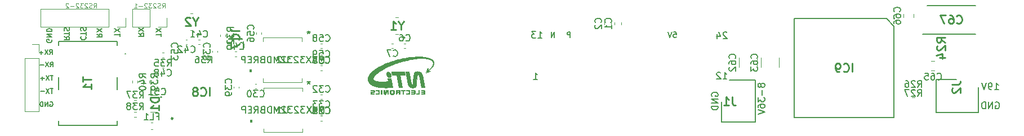
<source format=gbo>
G04 #@! TF.GenerationSoftware,KiCad,Pcbnew,(6.0.7)*
G04 #@! TF.CreationDate,2022-09-28T14:11:08+03:00*
G04 #@! TF.ProjectId,dock_rs232,646f636b-5f72-4733-9233-322e6b696361,rev?*
G04 #@! TF.SameCoordinates,Original*
G04 #@! TF.FileFunction,Legend,Bot*
G04 #@! TF.FilePolarity,Positive*
%FSLAX46Y46*%
G04 Gerber Fmt 4.6, Leading zero omitted, Abs format (unit mm)*
G04 Created by KiCad (PCBNEW (6.0.7)) date 2022-09-28 14:11:08*
%MOMM*%
%LPD*%
G01*
G04 APERTURE LIST*
%ADD10C,0.005000*%
%ADD11C,0.150000*%
%ADD12C,0.254000*%
%ADD13C,0.075000*%
%ADD14C,0.100000*%
%ADD15C,0.200000*%
%ADD16C,0.120000*%
%ADD17C,0.250000*%
G04 APERTURE END LIST*
D10*
G36*
X273470037Y-108674269D02*
G01*
X273271732Y-108674269D01*
X273271732Y-109190074D01*
X273132694Y-109190074D01*
X273132694Y-108674269D01*
X272935447Y-108674269D01*
X272935447Y-108538009D01*
X273470037Y-108538009D01*
X273470037Y-108674269D01*
G37*
X273470037Y-108674269D02*
X273271732Y-108674269D01*
X273271732Y-109190074D01*
X273132694Y-109190074D01*
X273132694Y-108674269D01*
X272935447Y-108674269D01*
X272935447Y-108538009D01*
X273470037Y-108538009D01*
X273470037Y-108674269D01*
G36*
X275386844Y-105720007D02*
G01*
X275422214Y-105721826D01*
X275456805Y-105724857D01*
X275490619Y-105729102D01*
X275523654Y-105734559D01*
X275555911Y-105741230D01*
X275587390Y-105749114D01*
X275618090Y-105758212D01*
X275648012Y-105768524D01*
X275677156Y-105780050D01*
X275705522Y-105792790D01*
X275733110Y-105806744D01*
X275759919Y-105821914D01*
X275785950Y-105838298D01*
X275811203Y-105855897D01*
X275835677Y-105874712D01*
X275859187Y-105894610D01*
X275881597Y-105915460D01*
X275902905Y-105937262D01*
X275923114Y-105960017D01*
X275942221Y-105983725D01*
X275960228Y-106008385D01*
X275977133Y-106033998D01*
X275992939Y-106060565D01*
X276007643Y-106088085D01*
X276021247Y-106116559D01*
X276033750Y-106145986D01*
X276045152Y-106176368D01*
X276055454Y-106207704D01*
X276064655Y-106239994D01*
X276072755Y-106273238D01*
X276079755Y-106307438D01*
X276420274Y-108141794D01*
X275913994Y-108141794D01*
X275584323Y-106365910D01*
X275582515Y-106356875D01*
X275580515Y-106348126D01*
X275578322Y-106339662D01*
X275575937Y-106331484D01*
X275573358Y-106323592D01*
X275570586Y-106315986D01*
X275567621Y-106308666D01*
X275564462Y-106301633D01*
X275561110Y-106294887D01*
X275557563Y-106288428D01*
X275553823Y-106282256D01*
X275549888Y-106276372D01*
X275545758Y-106270775D01*
X275541434Y-106265466D01*
X275536914Y-106260445D01*
X275532200Y-106255711D01*
X275527290Y-106251265D01*
X275522185Y-106247105D01*
X275516884Y-106243229D01*
X275511387Y-106239640D01*
X275505693Y-106236337D01*
X275499804Y-106233320D01*
X275493718Y-106230589D01*
X275487435Y-106228145D01*
X275480956Y-106225988D01*
X275474279Y-106224118D01*
X275467406Y-106222535D01*
X275460334Y-106221239D01*
X275453065Y-106220231D01*
X275445599Y-106219510D01*
X275437934Y-106219078D01*
X275430071Y-106218934D01*
X275423100Y-106219061D01*
X275416379Y-106219442D01*
X275409905Y-106220078D01*
X275403680Y-106220968D01*
X275397704Y-106222112D01*
X275391978Y-106223511D01*
X275386500Y-106225163D01*
X275381271Y-106227070D01*
X275376293Y-106229231D01*
X275371564Y-106231647D01*
X275367085Y-106234316D01*
X275362856Y-106237240D01*
X275358877Y-106240418D01*
X275355150Y-106243851D01*
X275351673Y-106247537D01*
X275348446Y-106251478D01*
X275345403Y-106255805D01*
X275342475Y-106260649D01*
X275339661Y-106266010D01*
X275336962Y-106271888D01*
X275334377Y-106278282D01*
X275331908Y-106285192D01*
X275329553Y-106292618D01*
X275327313Y-106300558D01*
X275325187Y-106309013D01*
X275323177Y-106317983D01*
X275321281Y-106327466D01*
X275319499Y-106337463D01*
X275317833Y-106347973D01*
X275316281Y-106358996D01*
X275314844Y-106370531D01*
X275313521Y-106382578D01*
X275191548Y-107642260D01*
X275187504Y-107679149D01*
X275182712Y-107714658D01*
X275177173Y-107748787D01*
X275170888Y-107781534D01*
X275163856Y-107812901D01*
X275156078Y-107842885D01*
X275147554Y-107871488D01*
X275138284Y-107898708D01*
X275128269Y-107924545D01*
X275117508Y-107948999D01*
X275106001Y-107972069D01*
X275093750Y-107993755D01*
X275080753Y-108014057D01*
X275067012Y-108032974D01*
X275052526Y-108050506D01*
X275037296Y-108066652D01*
X275021144Y-108081622D01*
X275003891Y-108095624D01*
X274985537Y-108108660D01*
X274966082Y-108120728D01*
X274945527Y-108131830D01*
X274923871Y-108141966D01*
X274901114Y-108151136D01*
X274877256Y-108159339D01*
X274852298Y-108166577D01*
X274826239Y-108172849D01*
X274799080Y-108178155D01*
X274770820Y-108182497D01*
X274741459Y-108185873D01*
X274710997Y-108188284D01*
X274679434Y-108189731D01*
X274646771Y-108190213D01*
X274610622Y-108189599D01*
X274575247Y-108187758D01*
X274540648Y-108184689D01*
X274506825Y-108180392D01*
X274473778Y-108174869D01*
X274441507Y-108168119D01*
X274410012Y-108160142D01*
X274379294Y-108150939D01*
X274349353Y-108140509D01*
X274320188Y-108128854D01*
X274291800Y-108115972D01*
X274264190Y-108101865D01*
X274237357Y-108086532D01*
X274211302Y-108069974D01*
X274186025Y-108052191D01*
X274161526Y-108033183D01*
X274137966Y-108013085D01*
X274115507Y-107992032D01*
X274094149Y-107970025D01*
X274073893Y-107947063D01*
X274054738Y-107923147D01*
X274036685Y-107898277D01*
X274019733Y-107872453D01*
X274003884Y-107845676D01*
X273989136Y-107817945D01*
X273975492Y-107789261D01*
X273962950Y-107759624D01*
X273951511Y-107729034D01*
X273941174Y-107697491D01*
X273931942Y-107664996D01*
X273923812Y-107631548D01*
X273916786Y-107597149D01*
X273577061Y-105767820D01*
X274083340Y-105767820D01*
X274412483Y-107540264D01*
X274414296Y-107549329D01*
X274416310Y-107558118D01*
X274418526Y-107566630D01*
X274420944Y-107574867D01*
X274423564Y-107582828D01*
X274426387Y-107590513D01*
X274429413Y-107597922D01*
X274432641Y-107605054D01*
X274436073Y-107611911D01*
X274439708Y-107618492D01*
X274443546Y-107624798D01*
X274447588Y-107630827D01*
X274451834Y-107636580D01*
X274456284Y-107642057D01*
X274460938Y-107647258D01*
X274465797Y-107652184D01*
X274470845Y-107656845D01*
X274476066Y-107661206D01*
X274481461Y-107665266D01*
X274487030Y-107669026D01*
X274492772Y-107672485D01*
X274498688Y-107675642D01*
X274504777Y-107678500D01*
X274511041Y-107681056D01*
X274517477Y-107683312D01*
X274524088Y-107685267D01*
X274530872Y-107686921D01*
X274537830Y-107688274D01*
X274544961Y-107689327D01*
X274552266Y-107690079D01*
X274559745Y-107690530D01*
X274567397Y-107690680D01*
X274574367Y-107690553D01*
X274581089Y-107690172D01*
X274587562Y-107689536D01*
X274593787Y-107688646D01*
X274599763Y-107687502D01*
X274605490Y-107686103D01*
X274610968Y-107684451D01*
X274616196Y-107682544D01*
X274621175Y-107680383D01*
X274625904Y-107677967D01*
X274630383Y-107675298D01*
X274634611Y-107672374D01*
X274638590Y-107669196D01*
X274642318Y-107665764D01*
X274645795Y-107662077D01*
X274649021Y-107658136D01*
X274652064Y-107653803D01*
X274654992Y-107648940D01*
X274657805Y-107643547D01*
X274660501Y-107637625D01*
X274663082Y-107631173D01*
X274665546Y-107624192D01*
X274667892Y-107616682D01*
X274670122Y-107608643D01*
X274672233Y-107600075D01*
X274674226Y-107590979D01*
X274676101Y-107581355D01*
X274677856Y-107571202D01*
X274679493Y-107560522D01*
X274681009Y-107549314D01*
X274682405Y-107537579D01*
X274683681Y-107525316D01*
X274805919Y-106267354D01*
X274809963Y-106230465D01*
X274814755Y-106194956D01*
X274820294Y-106160827D01*
X274826579Y-106128080D01*
X274833611Y-106096714D01*
X274841389Y-106066729D01*
X274849913Y-106038127D01*
X274859183Y-106010907D01*
X274869198Y-105985069D01*
X274879959Y-105960616D01*
X274891466Y-105937545D01*
X274903717Y-105915859D01*
X274916714Y-105895557D01*
X274930455Y-105876640D01*
X274944941Y-105859108D01*
X274960171Y-105842962D01*
X274976323Y-105827992D01*
X274993577Y-105813990D01*
X275011930Y-105800954D01*
X275031385Y-105788886D01*
X275051940Y-105777784D01*
X275073596Y-105767648D01*
X275096353Y-105758478D01*
X275120211Y-105750275D01*
X275145169Y-105743037D01*
X275171228Y-105736765D01*
X275198387Y-105731459D01*
X275226647Y-105727117D01*
X275256008Y-105723741D01*
X275286470Y-105721330D01*
X275318032Y-105719883D01*
X275350695Y-105719401D01*
X275386844Y-105720007D01*
G37*
X275386844Y-105720007D02*
X275422214Y-105721826D01*
X275456805Y-105724857D01*
X275490619Y-105729102D01*
X275523654Y-105734559D01*
X275555911Y-105741230D01*
X275587390Y-105749114D01*
X275618090Y-105758212D01*
X275648012Y-105768524D01*
X275677156Y-105780050D01*
X275705522Y-105792790D01*
X275733110Y-105806744D01*
X275759919Y-105821914D01*
X275785950Y-105838298D01*
X275811203Y-105855897D01*
X275835677Y-105874712D01*
X275859187Y-105894610D01*
X275881597Y-105915460D01*
X275902905Y-105937262D01*
X275923114Y-105960017D01*
X275942221Y-105983725D01*
X275960228Y-106008385D01*
X275977133Y-106033998D01*
X275992939Y-106060565D01*
X276007643Y-106088085D01*
X276021247Y-106116559D01*
X276033750Y-106145986D01*
X276045152Y-106176368D01*
X276055454Y-106207704D01*
X276064655Y-106239994D01*
X276072755Y-106273238D01*
X276079755Y-106307438D01*
X276420274Y-108141794D01*
X275913994Y-108141794D01*
X275584323Y-106365910D01*
X275582515Y-106356875D01*
X275580515Y-106348126D01*
X275578322Y-106339662D01*
X275575937Y-106331484D01*
X275573358Y-106323592D01*
X275570586Y-106315986D01*
X275567621Y-106308666D01*
X275564462Y-106301633D01*
X275561110Y-106294887D01*
X275557563Y-106288428D01*
X275553823Y-106282256D01*
X275549888Y-106276372D01*
X275545758Y-106270775D01*
X275541434Y-106265466D01*
X275536914Y-106260445D01*
X275532200Y-106255711D01*
X275527290Y-106251265D01*
X275522185Y-106247105D01*
X275516884Y-106243229D01*
X275511387Y-106239640D01*
X275505693Y-106236337D01*
X275499804Y-106233320D01*
X275493718Y-106230589D01*
X275487435Y-106228145D01*
X275480956Y-106225988D01*
X275474279Y-106224118D01*
X275467406Y-106222535D01*
X275460334Y-106221239D01*
X275453065Y-106220231D01*
X275445599Y-106219510D01*
X275437934Y-106219078D01*
X275430071Y-106218934D01*
X275423100Y-106219061D01*
X275416379Y-106219442D01*
X275409905Y-106220078D01*
X275403680Y-106220968D01*
X275397704Y-106222112D01*
X275391978Y-106223511D01*
X275386500Y-106225163D01*
X275381271Y-106227070D01*
X275376293Y-106229231D01*
X275371564Y-106231647D01*
X275367085Y-106234316D01*
X275362856Y-106237240D01*
X275358877Y-106240418D01*
X275355150Y-106243851D01*
X275351673Y-106247537D01*
X275348446Y-106251478D01*
X275345403Y-106255805D01*
X275342475Y-106260649D01*
X275339661Y-106266010D01*
X275336962Y-106271888D01*
X275334377Y-106278282D01*
X275331908Y-106285192D01*
X275329553Y-106292618D01*
X275327313Y-106300558D01*
X275325187Y-106309013D01*
X275323177Y-106317983D01*
X275321281Y-106327466D01*
X275319499Y-106337463D01*
X275317833Y-106347973D01*
X275316281Y-106358996D01*
X275314844Y-106370531D01*
X275313521Y-106382578D01*
X275191548Y-107642260D01*
X275187504Y-107679149D01*
X275182712Y-107714658D01*
X275177173Y-107748787D01*
X275170888Y-107781534D01*
X275163856Y-107812901D01*
X275156078Y-107842885D01*
X275147554Y-107871488D01*
X275138284Y-107898708D01*
X275128269Y-107924545D01*
X275117508Y-107948999D01*
X275106001Y-107972069D01*
X275093750Y-107993755D01*
X275080753Y-108014057D01*
X275067012Y-108032974D01*
X275052526Y-108050506D01*
X275037296Y-108066652D01*
X275021144Y-108081622D01*
X275003891Y-108095624D01*
X274985537Y-108108660D01*
X274966082Y-108120728D01*
X274945527Y-108131830D01*
X274923871Y-108141966D01*
X274901114Y-108151136D01*
X274877256Y-108159339D01*
X274852298Y-108166577D01*
X274826239Y-108172849D01*
X274799080Y-108178155D01*
X274770820Y-108182497D01*
X274741459Y-108185873D01*
X274710997Y-108188284D01*
X274679434Y-108189731D01*
X274646771Y-108190213D01*
X274610622Y-108189599D01*
X274575247Y-108187758D01*
X274540648Y-108184689D01*
X274506825Y-108180392D01*
X274473778Y-108174869D01*
X274441507Y-108168119D01*
X274410012Y-108160142D01*
X274379294Y-108150939D01*
X274349353Y-108140509D01*
X274320188Y-108128854D01*
X274291800Y-108115972D01*
X274264190Y-108101865D01*
X274237357Y-108086532D01*
X274211302Y-108069974D01*
X274186025Y-108052191D01*
X274161526Y-108033183D01*
X274137966Y-108013085D01*
X274115507Y-107992032D01*
X274094149Y-107970025D01*
X274073893Y-107947063D01*
X274054738Y-107923147D01*
X274036685Y-107898277D01*
X274019733Y-107872453D01*
X274003884Y-107845676D01*
X273989136Y-107817945D01*
X273975492Y-107789261D01*
X273962950Y-107759624D01*
X273951511Y-107729034D01*
X273941174Y-107697491D01*
X273931942Y-107664996D01*
X273923812Y-107631548D01*
X273916786Y-107597149D01*
X273577061Y-105767820D01*
X274083340Y-105767820D01*
X274412483Y-107540264D01*
X274414296Y-107549329D01*
X274416310Y-107558118D01*
X274418526Y-107566630D01*
X274420944Y-107574867D01*
X274423564Y-107582828D01*
X274426387Y-107590513D01*
X274429413Y-107597922D01*
X274432641Y-107605054D01*
X274436073Y-107611911D01*
X274439708Y-107618492D01*
X274443546Y-107624798D01*
X274447588Y-107630827D01*
X274451834Y-107636580D01*
X274456284Y-107642057D01*
X274460938Y-107647258D01*
X274465797Y-107652184D01*
X274470845Y-107656845D01*
X274476066Y-107661206D01*
X274481461Y-107665266D01*
X274487030Y-107669026D01*
X274492772Y-107672485D01*
X274498688Y-107675642D01*
X274504777Y-107678500D01*
X274511041Y-107681056D01*
X274517477Y-107683312D01*
X274524088Y-107685267D01*
X274530872Y-107686921D01*
X274537830Y-107688274D01*
X274544961Y-107689327D01*
X274552266Y-107690079D01*
X274559745Y-107690530D01*
X274567397Y-107690680D01*
X274574367Y-107690553D01*
X274581089Y-107690172D01*
X274587562Y-107689536D01*
X274593787Y-107688646D01*
X274599763Y-107687502D01*
X274605490Y-107686103D01*
X274610968Y-107684451D01*
X274616196Y-107682544D01*
X274621175Y-107680383D01*
X274625904Y-107677967D01*
X274630383Y-107675298D01*
X274634611Y-107672374D01*
X274638590Y-107669196D01*
X274642318Y-107665764D01*
X274645795Y-107662077D01*
X274649021Y-107658136D01*
X274652064Y-107653803D01*
X274654992Y-107648940D01*
X274657805Y-107643547D01*
X274660501Y-107637625D01*
X274663082Y-107631173D01*
X274665546Y-107624192D01*
X274667892Y-107616682D01*
X274670122Y-107608643D01*
X274672233Y-107600075D01*
X274674226Y-107590979D01*
X274676101Y-107581355D01*
X274677856Y-107571202D01*
X274679493Y-107560522D01*
X274681009Y-107549314D01*
X274682405Y-107537579D01*
X274683681Y-107525316D01*
X274805919Y-106267354D01*
X274809963Y-106230465D01*
X274814755Y-106194956D01*
X274820294Y-106160827D01*
X274826579Y-106128080D01*
X274833611Y-106096714D01*
X274841389Y-106066729D01*
X274849913Y-106038127D01*
X274859183Y-106010907D01*
X274869198Y-105985069D01*
X274879959Y-105960616D01*
X274891466Y-105937545D01*
X274903717Y-105915859D01*
X274916714Y-105895557D01*
X274930455Y-105876640D01*
X274944941Y-105859108D01*
X274960171Y-105842962D01*
X274976323Y-105827992D01*
X274993577Y-105813990D01*
X275011930Y-105800954D01*
X275031385Y-105788886D01*
X275051940Y-105777784D01*
X275073596Y-105767648D01*
X275096353Y-105758478D01*
X275120211Y-105750275D01*
X275145169Y-105743037D01*
X275171228Y-105736765D01*
X275198387Y-105731459D01*
X275226647Y-105727117D01*
X275256008Y-105723741D01*
X275286470Y-105721330D01*
X275318032Y-105719883D01*
X275350695Y-105719401D01*
X275386844Y-105720007D01*
G36*
X270920909Y-105796532D02*
G01*
X270921896Y-105796538D01*
X270922873Y-105796554D01*
X270924812Y-105796614D01*
X270926751Y-105796699D01*
X270928715Y-105796797D01*
X270930281Y-105796877D01*
X270931823Y-105796945D01*
X270932593Y-105796986D01*
X270933365Y-105797038D01*
X270934144Y-105797106D01*
X270934932Y-105797193D01*
X270935924Y-105797249D01*
X270936919Y-105797318D01*
X270937916Y-105797398D01*
X270938918Y-105797491D01*
X270939926Y-105797597D01*
X270940941Y-105797715D01*
X270941966Y-105797845D01*
X270943002Y-105797987D01*
X270949219Y-105798649D01*
X270951282Y-105798949D01*
X270953320Y-105799261D01*
X270955358Y-105799597D01*
X270957421Y-105799971D01*
X270963507Y-105801030D01*
X270965593Y-105801450D01*
X270967691Y-105801906D01*
X270971973Y-105802882D01*
X270972724Y-105803037D01*
X270973483Y-105803202D01*
X270975017Y-105803560D01*
X270976550Y-105803942D01*
X270978059Y-105804337D01*
X270986659Y-105806719D01*
X270988147Y-105807117D01*
X270989635Y-105807529D01*
X270991124Y-105807965D01*
X270991868Y-105808196D01*
X270992612Y-105808438D01*
X270993747Y-105808791D01*
X270994873Y-105809156D01*
X270997110Y-105809910D01*
X271001608Y-105811481D01*
X271007164Y-105813465D01*
X271012191Y-105815466D01*
X271014717Y-105816498D01*
X271015972Y-105817026D01*
X271017218Y-105817566D01*
X271021716Y-105819418D01*
X271025388Y-105821033D01*
X271029059Y-105822709D01*
X271032730Y-105824460D01*
X271034565Y-105825367D01*
X271036401Y-105826298D01*
X271056835Y-105836968D01*
X271076615Y-105848063D01*
X271095747Y-105859570D01*
X271114233Y-105871481D01*
X271132078Y-105883785D01*
X271149284Y-105896471D01*
X271165855Y-105909529D01*
X271181795Y-105922949D01*
X271197109Y-105936721D01*
X271211798Y-105950834D01*
X271225868Y-105965278D01*
X271239321Y-105980042D01*
X271264393Y-106010491D01*
X271287044Y-106042099D01*
X271307303Y-106074782D01*
X271325198Y-106108459D01*
X271340761Y-106143047D01*
X271354019Y-106178463D01*
X271365002Y-106214624D01*
X271373739Y-106251449D01*
X271380259Y-106288854D01*
X271384592Y-106326757D01*
X271384014Y-106361354D01*
X271382299Y-106393247D01*
X271379409Y-106422561D01*
X271375303Y-106449423D01*
X271369939Y-106473958D01*
X271363277Y-106496294D01*
X271355277Y-106516555D01*
X271345897Y-106534869D01*
X271340677Y-106543335D01*
X271335097Y-106551361D01*
X271329152Y-106558963D01*
X271322837Y-106566158D01*
X271316146Y-106572960D01*
X271309074Y-106579385D01*
X271293770Y-106591170D01*
X271276883Y-106601637D01*
X271258372Y-106610913D01*
X271238198Y-106619125D01*
X271216318Y-106626399D01*
X271210016Y-106627982D01*
X271203616Y-106629569D01*
X271201616Y-106629966D01*
X271200584Y-106630164D01*
X271199516Y-106630363D01*
X271195134Y-106631206D01*
X271194026Y-106631413D01*
X271192911Y-106631609D01*
X271191787Y-106631790D01*
X271190653Y-106631950D01*
X271185890Y-106632612D01*
X271184898Y-106632755D01*
X271183905Y-106632885D01*
X271182913Y-106633002D01*
X271181921Y-106633108D01*
X271180929Y-106633201D01*
X271179937Y-106633281D01*
X271178945Y-106633349D01*
X271177953Y-106633405D01*
X271176683Y-106633503D01*
X271175439Y-106633588D01*
X271174818Y-106633621D01*
X271174195Y-106633647D01*
X271173565Y-106633664D01*
X271172926Y-106633670D01*
X271171038Y-106633768D01*
X271169139Y-106633852D01*
X271167214Y-106633912D01*
X271166239Y-106633929D01*
X271165253Y-106633935D01*
X271162474Y-106634068D01*
X271160622Y-106633935D01*
X271158830Y-106633923D01*
X271157029Y-106633887D01*
X271155222Y-106633830D01*
X271153412Y-106633753D01*
X271149794Y-106633544D01*
X271146201Y-106633274D01*
X271145937Y-106633274D01*
X271144107Y-106633113D01*
X271142288Y-106632931D01*
X271138677Y-106632513D01*
X271135091Y-106632046D01*
X271131516Y-106631554D01*
X271127548Y-106630893D01*
X271124572Y-106630374D01*
X271121595Y-106629818D01*
X271115641Y-106628644D01*
X271112995Y-106628115D01*
X271109502Y-106627296D01*
X271105984Y-106626428D01*
X271102466Y-106625510D01*
X271098972Y-106624543D01*
X271095400Y-106623484D01*
X271092622Y-106622666D01*
X271089844Y-106621798D01*
X271087066Y-106620880D01*
X271084287Y-106619912D01*
X271082518Y-106619317D01*
X271081664Y-106619019D01*
X271080848Y-106618721D01*
X271077398Y-106617508D01*
X271073985Y-106616257D01*
X271067221Y-106613694D01*
X271066918Y-106613589D01*
X271066605Y-106613473D01*
X271066286Y-106613348D01*
X271065965Y-106613215D01*
X271065643Y-106613075D01*
X271065324Y-106612931D01*
X271065011Y-106612784D01*
X271064708Y-106612636D01*
X271061829Y-106611464D01*
X271058937Y-106610304D01*
X271056020Y-106609120D01*
X271053066Y-106607873D01*
X271049361Y-106606286D01*
X271045990Y-106604874D01*
X271042631Y-106603425D01*
X271039297Y-106601951D01*
X271036000Y-106600465D01*
X271035867Y-106600465D01*
X271016618Y-106591276D01*
X270997912Y-106581385D01*
X270979752Y-106570811D01*
X270962138Y-106559572D01*
X270945072Y-106547690D01*
X270928556Y-106535183D01*
X270912590Y-106522071D01*
X270897177Y-106508374D01*
X270882317Y-106494110D01*
X270868011Y-106479301D01*
X270854262Y-106463964D01*
X270841071Y-106448121D01*
X270828438Y-106431790D01*
X270816365Y-106414991D01*
X270804854Y-106397744D01*
X270793906Y-106380068D01*
X270781255Y-106358269D01*
X270769196Y-106336270D01*
X270757797Y-106314053D01*
X270747131Y-106291602D01*
X270737267Y-106268897D01*
X270728276Y-106245922D01*
X270720227Y-106222660D01*
X270713192Y-106199092D01*
X270707241Y-106175203D01*
X270702443Y-106150973D01*
X270698870Y-106126386D01*
X270696591Y-106101424D01*
X270695678Y-106076070D01*
X270696200Y-106050306D01*
X270698227Y-106024115D01*
X270701831Y-105997480D01*
X270701964Y-105996951D01*
X270702884Y-105991839D01*
X270703865Y-105986814D01*
X270704922Y-105981864D01*
X270706065Y-105976975D01*
X270706219Y-105976281D01*
X270706383Y-105975588D01*
X270706726Y-105974213D01*
X270707069Y-105972864D01*
X270707387Y-105971552D01*
X270708526Y-105967091D01*
X270709752Y-105962655D01*
X270711052Y-105958269D01*
X270712415Y-105953957D01*
X270712463Y-105953833D01*
X270712508Y-105953709D01*
X270712590Y-105953463D01*
X270712663Y-105953220D01*
X270712729Y-105952981D01*
X270712788Y-105952749D01*
X270712842Y-105952524D01*
X270712943Y-105952104D01*
X270714555Y-105947468D01*
X270716217Y-105942894D01*
X270717929Y-105938394D01*
X270719690Y-105933981D01*
X270721675Y-105929350D01*
X270723366Y-105925584D01*
X270725082Y-105921843D01*
X270725957Y-105919989D01*
X270726847Y-105918151D01*
X270727756Y-105916332D01*
X270728687Y-105914534D01*
X270729878Y-105912020D01*
X270730975Y-105909998D01*
X270732085Y-105907998D01*
X270734342Y-105904050D01*
X270736649Y-105900151D01*
X270739006Y-105896278D01*
X270739309Y-105895782D01*
X270739622Y-105895288D01*
X270740263Y-105894310D01*
X270741519Y-105892442D01*
X270743626Y-105889291D01*
X270745769Y-105886191D01*
X270747938Y-105883140D01*
X270750119Y-105880139D01*
X270752103Y-105877360D01*
X270753449Y-105875636D01*
X270754807Y-105873935D01*
X270756178Y-105872256D01*
X270757561Y-105870597D01*
X270758956Y-105868956D01*
X270760364Y-105867333D01*
X270761784Y-105865725D01*
X270763216Y-105864131D01*
X270766126Y-105860956D01*
X270768609Y-105858401D01*
X270771104Y-105855895D01*
X270772360Y-105854661D01*
X270773624Y-105853440D01*
X270774896Y-105852231D01*
X270776180Y-105851034D01*
X270778959Y-105848521D01*
X270782138Y-105845769D01*
X270783736Y-105844416D01*
X270785342Y-105843080D01*
X270786961Y-105841763D01*
X270788596Y-105840465D01*
X270790249Y-105839190D01*
X270791924Y-105837937D01*
X270792717Y-105837344D01*
X270793511Y-105836763D01*
X270793908Y-105836481D01*
X270794305Y-105836207D01*
X270794701Y-105835943D01*
X270795098Y-105835689D01*
X270797899Y-105833708D01*
X270800737Y-105831753D01*
X270802166Y-105830792D01*
X270803600Y-105829847D01*
X270805037Y-105828920D01*
X270806475Y-105828015D01*
X270809914Y-105825899D01*
X270813488Y-105823840D01*
X270817075Y-105821831D01*
X270820686Y-105819872D01*
X270824335Y-105817962D01*
X270827510Y-105816507D01*
X270830611Y-105815043D01*
X270833761Y-105813630D01*
X270836961Y-105812265D01*
X270840210Y-105810951D01*
X270844179Y-105809364D01*
X270848071Y-105807981D01*
X270852001Y-105806635D01*
X270853975Y-105805987D01*
X270855955Y-105805363D01*
X270857937Y-105804767D01*
X270859921Y-105804204D01*
X270860616Y-105804008D01*
X270860963Y-105803913D01*
X270861311Y-105803824D01*
X270861658Y-105803740D01*
X270862005Y-105803665D01*
X270862353Y-105803598D01*
X270862700Y-105803542D01*
X270866195Y-105802674D01*
X270869728Y-105801856D01*
X270873285Y-105801087D01*
X270876856Y-105800368D01*
X270881088Y-105799574D01*
X270885278Y-105798906D01*
X270889506Y-105798301D01*
X270893758Y-105797769D01*
X270895889Y-105797536D01*
X270898023Y-105797325D01*
X270900007Y-105797192D01*
X270903899Y-105796922D01*
X270907829Y-105796713D01*
X270911783Y-105796579D01*
X270913765Y-105796544D01*
X270915749Y-105796532D01*
X270918131Y-105796399D01*
X270920909Y-105796532D01*
G37*
X270920909Y-105796532D02*
X270921896Y-105796538D01*
X270922873Y-105796554D01*
X270924812Y-105796614D01*
X270926751Y-105796699D01*
X270928715Y-105796797D01*
X270930281Y-105796877D01*
X270931823Y-105796945D01*
X270932593Y-105796986D01*
X270933365Y-105797038D01*
X270934144Y-105797106D01*
X270934932Y-105797193D01*
X270935924Y-105797249D01*
X270936919Y-105797318D01*
X270937916Y-105797398D01*
X270938918Y-105797491D01*
X270939926Y-105797597D01*
X270940941Y-105797715D01*
X270941966Y-105797845D01*
X270943002Y-105797987D01*
X270949219Y-105798649D01*
X270951282Y-105798949D01*
X270953320Y-105799261D01*
X270955358Y-105799597D01*
X270957421Y-105799971D01*
X270963507Y-105801030D01*
X270965593Y-105801450D01*
X270967691Y-105801906D01*
X270971973Y-105802882D01*
X270972724Y-105803037D01*
X270973483Y-105803202D01*
X270975017Y-105803560D01*
X270976550Y-105803942D01*
X270978059Y-105804337D01*
X270986659Y-105806719D01*
X270988147Y-105807117D01*
X270989635Y-105807529D01*
X270991124Y-105807965D01*
X270991868Y-105808196D01*
X270992612Y-105808438D01*
X270993747Y-105808791D01*
X270994873Y-105809156D01*
X270997110Y-105809910D01*
X271001608Y-105811481D01*
X271007164Y-105813465D01*
X271012191Y-105815466D01*
X271014717Y-105816498D01*
X271015972Y-105817026D01*
X271017218Y-105817566D01*
X271021716Y-105819418D01*
X271025388Y-105821033D01*
X271029059Y-105822709D01*
X271032730Y-105824460D01*
X271034565Y-105825367D01*
X271036401Y-105826298D01*
X271056835Y-105836968D01*
X271076615Y-105848063D01*
X271095747Y-105859570D01*
X271114233Y-105871481D01*
X271132078Y-105883785D01*
X271149284Y-105896471D01*
X271165855Y-105909529D01*
X271181795Y-105922949D01*
X271197109Y-105936721D01*
X271211798Y-105950834D01*
X271225868Y-105965278D01*
X271239321Y-105980042D01*
X271264393Y-106010491D01*
X271287044Y-106042099D01*
X271307303Y-106074782D01*
X271325198Y-106108459D01*
X271340761Y-106143047D01*
X271354019Y-106178463D01*
X271365002Y-106214624D01*
X271373739Y-106251449D01*
X271380259Y-106288854D01*
X271384592Y-106326757D01*
X271384014Y-106361354D01*
X271382299Y-106393247D01*
X271379409Y-106422561D01*
X271375303Y-106449423D01*
X271369939Y-106473958D01*
X271363277Y-106496294D01*
X271355277Y-106516555D01*
X271345897Y-106534869D01*
X271340677Y-106543335D01*
X271335097Y-106551361D01*
X271329152Y-106558963D01*
X271322837Y-106566158D01*
X271316146Y-106572960D01*
X271309074Y-106579385D01*
X271293770Y-106591170D01*
X271276883Y-106601637D01*
X271258372Y-106610913D01*
X271238198Y-106619125D01*
X271216318Y-106626399D01*
X271210016Y-106627982D01*
X271203616Y-106629569D01*
X271201616Y-106629966D01*
X271200584Y-106630164D01*
X271199516Y-106630363D01*
X271195134Y-106631206D01*
X271194026Y-106631413D01*
X271192911Y-106631609D01*
X271191787Y-106631790D01*
X271190653Y-106631950D01*
X271185890Y-106632612D01*
X271184898Y-106632755D01*
X271183905Y-106632885D01*
X271182913Y-106633002D01*
X271181921Y-106633108D01*
X271180929Y-106633201D01*
X271179937Y-106633281D01*
X271178945Y-106633349D01*
X271177953Y-106633405D01*
X271176683Y-106633503D01*
X271175439Y-106633588D01*
X271174818Y-106633621D01*
X271174195Y-106633647D01*
X271173565Y-106633664D01*
X271172926Y-106633670D01*
X271171038Y-106633768D01*
X271169139Y-106633852D01*
X271167214Y-106633912D01*
X271166239Y-106633929D01*
X271165253Y-106633935D01*
X271162474Y-106634068D01*
X271160622Y-106633935D01*
X271158830Y-106633923D01*
X271157029Y-106633887D01*
X271155222Y-106633830D01*
X271153412Y-106633753D01*
X271149794Y-106633544D01*
X271146201Y-106633274D01*
X271145937Y-106633274D01*
X271144107Y-106633113D01*
X271142288Y-106632931D01*
X271138677Y-106632513D01*
X271135091Y-106632046D01*
X271131516Y-106631554D01*
X271127548Y-106630893D01*
X271124572Y-106630374D01*
X271121595Y-106629818D01*
X271115641Y-106628644D01*
X271112995Y-106628115D01*
X271109502Y-106627296D01*
X271105984Y-106626428D01*
X271102466Y-106625510D01*
X271098972Y-106624543D01*
X271095400Y-106623484D01*
X271092622Y-106622666D01*
X271089844Y-106621798D01*
X271087066Y-106620880D01*
X271084287Y-106619912D01*
X271082518Y-106619317D01*
X271081664Y-106619019D01*
X271080848Y-106618721D01*
X271077398Y-106617508D01*
X271073985Y-106616257D01*
X271067221Y-106613694D01*
X271066918Y-106613589D01*
X271066605Y-106613473D01*
X271066286Y-106613348D01*
X271065965Y-106613215D01*
X271065643Y-106613075D01*
X271065324Y-106612931D01*
X271065011Y-106612784D01*
X271064708Y-106612636D01*
X271061829Y-106611464D01*
X271058937Y-106610304D01*
X271056020Y-106609120D01*
X271053066Y-106607873D01*
X271049361Y-106606286D01*
X271045990Y-106604874D01*
X271042631Y-106603425D01*
X271039297Y-106601951D01*
X271036000Y-106600465D01*
X271035867Y-106600465D01*
X271016618Y-106591276D01*
X270997912Y-106581385D01*
X270979752Y-106570811D01*
X270962138Y-106559572D01*
X270945072Y-106547690D01*
X270928556Y-106535183D01*
X270912590Y-106522071D01*
X270897177Y-106508374D01*
X270882317Y-106494110D01*
X270868011Y-106479301D01*
X270854262Y-106463964D01*
X270841071Y-106448121D01*
X270828438Y-106431790D01*
X270816365Y-106414991D01*
X270804854Y-106397744D01*
X270793906Y-106380068D01*
X270781255Y-106358269D01*
X270769196Y-106336270D01*
X270757797Y-106314053D01*
X270747131Y-106291602D01*
X270737267Y-106268897D01*
X270728276Y-106245922D01*
X270720227Y-106222660D01*
X270713192Y-106199092D01*
X270707241Y-106175203D01*
X270702443Y-106150973D01*
X270698870Y-106126386D01*
X270696591Y-106101424D01*
X270695678Y-106076070D01*
X270696200Y-106050306D01*
X270698227Y-106024115D01*
X270701831Y-105997480D01*
X270701964Y-105996951D01*
X270702884Y-105991839D01*
X270703865Y-105986814D01*
X270704922Y-105981864D01*
X270706065Y-105976975D01*
X270706219Y-105976281D01*
X270706383Y-105975588D01*
X270706726Y-105974213D01*
X270707069Y-105972864D01*
X270707387Y-105971552D01*
X270708526Y-105967091D01*
X270709752Y-105962655D01*
X270711052Y-105958269D01*
X270712415Y-105953957D01*
X270712463Y-105953833D01*
X270712508Y-105953709D01*
X270712590Y-105953463D01*
X270712663Y-105953220D01*
X270712729Y-105952981D01*
X270712788Y-105952749D01*
X270712842Y-105952524D01*
X270712943Y-105952104D01*
X270714555Y-105947468D01*
X270716217Y-105942894D01*
X270717929Y-105938394D01*
X270719690Y-105933981D01*
X270721675Y-105929350D01*
X270723366Y-105925584D01*
X270725082Y-105921843D01*
X270725957Y-105919989D01*
X270726847Y-105918151D01*
X270727756Y-105916332D01*
X270728687Y-105914534D01*
X270729878Y-105912020D01*
X270730975Y-105909998D01*
X270732085Y-105907998D01*
X270734342Y-105904050D01*
X270736649Y-105900151D01*
X270739006Y-105896278D01*
X270739309Y-105895782D01*
X270739622Y-105895288D01*
X270740263Y-105894310D01*
X270741519Y-105892442D01*
X270743626Y-105889291D01*
X270745769Y-105886191D01*
X270747938Y-105883140D01*
X270750119Y-105880139D01*
X270752103Y-105877360D01*
X270753449Y-105875636D01*
X270754807Y-105873935D01*
X270756178Y-105872256D01*
X270757561Y-105870597D01*
X270758956Y-105868956D01*
X270760364Y-105867333D01*
X270761784Y-105865725D01*
X270763216Y-105864131D01*
X270766126Y-105860956D01*
X270768609Y-105858401D01*
X270771104Y-105855895D01*
X270772360Y-105854661D01*
X270773624Y-105853440D01*
X270774896Y-105852231D01*
X270776180Y-105851034D01*
X270778959Y-105848521D01*
X270782138Y-105845769D01*
X270783736Y-105844416D01*
X270785342Y-105843080D01*
X270786961Y-105841763D01*
X270788596Y-105840465D01*
X270790249Y-105839190D01*
X270791924Y-105837937D01*
X270792717Y-105837344D01*
X270793511Y-105836763D01*
X270793908Y-105836481D01*
X270794305Y-105836207D01*
X270794701Y-105835943D01*
X270795098Y-105835689D01*
X270797899Y-105833708D01*
X270800737Y-105831753D01*
X270802166Y-105830792D01*
X270803600Y-105829847D01*
X270805037Y-105828920D01*
X270806475Y-105828015D01*
X270809914Y-105825899D01*
X270813488Y-105823840D01*
X270817075Y-105821831D01*
X270820686Y-105819872D01*
X270824335Y-105817962D01*
X270827510Y-105816507D01*
X270830611Y-105815043D01*
X270833761Y-105813630D01*
X270836961Y-105812265D01*
X270840210Y-105810951D01*
X270844179Y-105809364D01*
X270848071Y-105807981D01*
X270852001Y-105806635D01*
X270853975Y-105805987D01*
X270855955Y-105805363D01*
X270857937Y-105804767D01*
X270859921Y-105804204D01*
X270860616Y-105804008D01*
X270860963Y-105803913D01*
X270861311Y-105803824D01*
X270861658Y-105803740D01*
X270862005Y-105803665D01*
X270862353Y-105803598D01*
X270862700Y-105803542D01*
X270866195Y-105802674D01*
X270869728Y-105801856D01*
X270873285Y-105801087D01*
X270876856Y-105800368D01*
X270881088Y-105799574D01*
X270885278Y-105798906D01*
X270889506Y-105798301D01*
X270893758Y-105797769D01*
X270895889Y-105797536D01*
X270898023Y-105797325D01*
X270900007Y-105797192D01*
X270903899Y-105796922D01*
X270907829Y-105796713D01*
X270911783Y-105796579D01*
X270913765Y-105796544D01*
X270915749Y-105796532D01*
X270918131Y-105796399D01*
X270920909Y-105796532D01*
G36*
X274806322Y-108538787D02*
G01*
X274830835Y-108540807D01*
X274842325Y-108542348D01*
X274853312Y-108544253D01*
X274863804Y-108546526D01*
X274873807Y-108549175D01*
X274883326Y-108552205D01*
X274892369Y-108555624D01*
X274900941Y-108559437D01*
X274909049Y-108563651D01*
X274916700Y-108568272D01*
X274923899Y-108573306D01*
X274930654Y-108578761D01*
X274936970Y-108584641D01*
X274942854Y-108590954D01*
X274948312Y-108597706D01*
X274953350Y-108604903D01*
X274957976Y-108612552D01*
X274962195Y-108620659D01*
X274966014Y-108629230D01*
X274969439Y-108638271D01*
X274972476Y-108647790D01*
X274975132Y-108657792D01*
X274977413Y-108668283D01*
X274979326Y-108679271D01*
X274980877Y-108690760D01*
X274982917Y-108715273D01*
X274983586Y-108741870D01*
X274983586Y-108985155D01*
X274982917Y-109011763D01*
X274980877Y-109036304D01*
X274979326Y-109047815D01*
X274977413Y-109058828D01*
X274975132Y-109069348D01*
X274972476Y-109079382D01*
X274969439Y-109088935D01*
X274966014Y-109098014D01*
X274962195Y-109106624D01*
X274957976Y-109114772D01*
X274953350Y-109122464D01*
X274948312Y-109129706D01*
X274942854Y-109136503D01*
X274936970Y-109142863D01*
X274930654Y-109148790D01*
X274923899Y-109154291D01*
X274916700Y-109159372D01*
X274909049Y-109164039D01*
X274900941Y-109168298D01*
X274892369Y-109172155D01*
X274883326Y-109175615D01*
X274873807Y-109178687D01*
X274863804Y-109181374D01*
X274853312Y-109183683D01*
X274842325Y-109185620D01*
X274830835Y-109187192D01*
X274806322Y-109189262D01*
X274779725Y-109189942D01*
X274457462Y-109189942D01*
X274457462Y-109052755D01*
X274769406Y-109052755D01*
X274779690Y-109052541D01*
X274789081Y-109051876D01*
X274793452Y-109051365D01*
X274797612Y-109050729D01*
X274801564Y-109049966D01*
X274805313Y-109049070D01*
X274808862Y-109048037D01*
X274812216Y-109046865D01*
X274815379Y-109045548D01*
X274818354Y-109044084D01*
X274821146Y-109042467D01*
X274823757Y-109040694D01*
X274826193Y-109038762D01*
X274828458Y-109036665D01*
X274830554Y-109034401D01*
X274832487Y-109031965D01*
X274834259Y-109029353D01*
X274835876Y-109026562D01*
X274837341Y-109023587D01*
X274838657Y-109020424D01*
X274839830Y-109017070D01*
X274840862Y-109013521D01*
X274841758Y-109009772D01*
X274842522Y-109005819D01*
X274843157Y-109001660D01*
X274843668Y-108997289D01*
X274844333Y-108987898D01*
X274844548Y-108977614D01*
X274844548Y-108928798D01*
X274457462Y-108928798D01*
X274457462Y-108791744D01*
X274844548Y-108791744D01*
X274844548Y-108750469D01*
X274844333Y-108740175D01*
X274843668Y-108730754D01*
X274842522Y-108722178D01*
X274841758Y-108718198D01*
X274840862Y-108714418D01*
X274839830Y-108710834D01*
X274838657Y-108707444D01*
X274837341Y-108704243D01*
X274835876Y-108701228D01*
X274834259Y-108698395D01*
X274832487Y-108695741D01*
X274830554Y-108693262D01*
X274828458Y-108690954D01*
X274826193Y-108688815D01*
X274823757Y-108686839D01*
X274821146Y-108685024D01*
X274818354Y-108683366D01*
X274815379Y-108681861D01*
X274812216Y-108680506D01*
X274808862Y-108679298D01*
X274805313Y-108678232D01*
X274801564Y-108677304D01*
X274797612Y-108676512D01*
X274793452Y-108675852D01*
X274789081Y-108675320D01*
X274779690Y-108674626D01*
X274769406Y-108674401D01*
X274457462Y-108674401D01*
X274457462Y-108538141D01*
X274779725Y-108538141D01*
X274806322Y-108538787D01*
G37*
X274806322Y-108538787D02*
X274830835Y-108540807D01*
X274842325Y-108542348D01*
X274853312Y-108544253D01*
X274863804Y-108546526D01*
X274873807Y-108549175D01*
X274883326Y-108552205D01*
X274892369Y-108555624D01*
X274900941Y-108559437D01*
X274909049Y-108563651D01*
X274916700Y-108568272D01*
X274923899Y-108573306D01*
X274930654Y-108578761D01*
X274936970Y-108584641D01*
X274942854Y-108590954D01*
X274948312Y-108597706D01*
X274953350Y-108604903D01*
X274957976Y-108612552D01*
X274962195Y-108620659D01*
X274966014Y-108629230D01*
X274969439Y-108638271D01*
X274972476Y-108647790D01*
X274975132Y-108657792D01*
X274977413Y-108668283D01*
X274979326Y-108679271D01*
X274980877Y-108690760D01*
X274982917Y-108715273D01*
X274983586Y-108741870D01*
X274983586Y-108985155D01*
X274982917Y-109011763D01*
X274980877Y-109036304D01*
X274979326Y-109047815D01*
X274977413Y-109058828D01*
X274975132Y-109069348D01*
X274972476Y-109079382D01*
X274969439Y-109088935D01*
X274966014Y-109098014D01*
X274962195Y-109106624D01*
X274957976Y-109114772D01*
X274953350Y-109122464D01*
X274948312Y-109129706D01*
X274942854Y-109136503D01*
X274936970Y-109142863D01*
X274930654Y-109148790D01*
X274923899Y-109154291D01*
X274916700Y-109159372D01*
X274909049Y-109164039D01*
X274900941Y-109168298D01*
X274892369Y-109172155D01*
X274883326Y-109175615D01*
X274873807Y-109178687D01*
X274863804Y-109181374D01*
X274853312Y-109183683D01*
X274842325Y-109185620D01*
X274830835Y-109187192D01*
X274806322Y-109189262D01*
X274779725Y-109189942D01*
X274457462Y-109189942D01*
X274457462Y-109052755D01*
X274769406Y-109052755D01*
X274779690Y-109052541D01*
X274789081Y-109051876D01*
X274793452Y-109051365D01*
X274797612Y-109050729D01*
X274801564Y-109049966D01*
X274805313Y-109049070D01*
X274808862Y-109048037D01*
X274812216Y-109046865D01*
X274815379Y-109045548D01*
X274818354Y-109044084D01*
X274821146Y-109042467D01*
X274823757Y-109040694D01*
X274826193Y-109038762D01*
X274828458Y-109036665D01*
X274830554Y-109034401D01*
X274832487Y-109031965D01*
X274834259Y-109029353D01*
X274835876Y-109026562D01*
X274837341Y-109023587D01*
X274838657Y-109020424D01*
X274839830Y-109017070D01*
X274840862Y-109013521D01*
X274841758Y-109009772D01*
X274842522Y-109005819D01*
X274843157Y-109001660D01*
X274843668Y-108997289D01*
X274844333Y-108987898D01*
X274844548Y-108977614D01*
X274844548Y-108928798D01*
X274457462Y-108928798D01*
X274457462Y-108791744D01*
X274844548Y-108791744D01*
X274844548Y-108750469D01*
X274844333Y-108740175D01*
X274843668Y-108730754D01*
X274842522Y-108722178D01*
X274841758Y-108718198D01*
X274840862Y-108714418D01*
X274839830Y-108710834D01*
X274838657Y-108707444D01*
X274837341Y-108704243D01*
X274835876Y-108701228D01*
X274834259Y-108698395D01*
X274832487Y-108695741D01*
X274830554Y-108693262D01*
X274828458Y-108690954D01*
X274826193Y-108688815D01*
X274823757Y-108686839D01*
X274821146Y-108685024D01*
X274818354Y-108683366D01*
X274815379Y-108681861D01*
X274812216Y-108680506D01*
X274808862Y-108679298D01*
X274805313Y-108678232D01*
X274801564Y-108677304D01*
X274797612Y-108676512D01*
X274793452Y-108675852D01*
X274789081Y-108675320D01*
X274779690Y-108674626D01*
X274769406Y-108674401D01*
X274457462Y-108674401D01*
X274457462Y-108538141D01*
X274779725Y-108538141D01*
X274806322Y-108538787D01*
G36*
X273998586Y-108538110D02*
G01*
X274010097Y-108538785D01*
X274021297Y-108539896D01*
X274032181Y-108541438D01*
X274042747Y-108543407D01*
X274052988Y-108545800D01*
X274062900Y-108548610D01*
X274072479Y-108551835D01*
X274081721Y-108555469D01*
X274090620Y-108559508D01*
X274099172Y-108563948D01*
X274107373Y-108568783D01*
X274115218Y-108574011D01*
X274122703Y-108579626D01*
X274129822Y-108585624D01*
X274136572Y-108592000D01*
X274142948Y-108598750D01*
X274148946Y-108605870D01*
X274154561Y-108613355D01*
X274159788Y-108621200D01*
X274164622Y-108629402D01*
X274169061Y-108637956D01*
X274173098Y-108646857D01*
X274176729Y-108656101D01*
X274179950Y-108665684D01*
X274182756Y-108675601D01*
X274185143Y-108685847D01*
X274187106Y-108696419D01*
X274188641Y-108707312D01*
X274189743Y-108718521D01*
X274190407Y-108730042D01*
X274190630Y-108741870D01*
X274190630Y-108985155D01*
X274190408Y-108996986D01*
X274189744Y-109008514D01*
X274188644Y-109019736D01*
X274187112Y-109030645D01*
X274185151Y-109041237D01*
X274182767Y-109051508D01*
X274179965Y-109061452D01*
X274176747Y-109071065D01*
X274173120Y-109080343D01*
X274169087Y-109089279D01*
X274164653Y-109097869D01*
X274159822Y-109106110D01*
X274154599Y-109113995D01*
X274148989Y-109121520D01*
X274142995Y-109128680D01*
X274136622Y-109135471D01*
X274129874Y-109141887D01*
X274122757Y-109147924D01*
X274115275Y-109153577D01*
X274107431Y-109158841D01*
X274099230Y-109163712D01*
X274090678Y-109168184D01*
X274081778Y-109172253D01*
X274072535Y-109175915D01*
X274062953Y-109179163D01*
X274053036Y-109181994D01*
X274042790Y-109184402D01*
X274032219Y-109186384D01*
X274021326Y-109187933D01*
X274010118Y-109189046D01*
X273998597Y-109189717D01*
X273986768Y-109189942D01*
X273699299Y-109189942D01*
X273699299Y-109052755D01*
X273973672Y-109052755D01*
X273978446Y-109052678D01*
X273983071Y-109052447D01*
X273987546Y-109052062D01*
X273991871Y-109051523D01*
X273996046Y-109050831D01*
X274000070Y-109049985D01*
X274003945Y-109048987D01*
X274007669Y-109047835D01*
X274011242Y-109046531D01*
X274014664Y-109045075D01*
X274017936Y-109043466D01*
X274021057Y-109041705D01*
X274024027Y-109039792D01*
X274026846Y-109037727D01*
X274029513Y-109035511D01*
X274032029Y-109033143D01*
X274034393Y-109030624D01*
X274036606Y-109027954D01*
X274038667Y-109025134D01*
X274040576Y-109022163D01*
X274042333Y-109019041D01*
X274043938Y-109015770D01*
X274045390Y-109012348D01*
X274046691Y-109008776D01*
X274047838Y-109005055D01*
X274048833Y-109001185D01*
X274049676Y-108997165D01*
X274050365Y-108992996D01*
X274050901Y-108988679D01*
X274051285Y-108984213D01*
X274051515Y-108979598D01*
X274051592Y-108974835D01*
X274051592Y-108753114D01*
X274051514Y-108748337D01*
X274051283Y-108743703D01*
X274050898Y-108739214D01*
X274050360Y-108734870D01*
X274049667Y-108730671D01*
X274048822Y-108726618D01*
X274047823Y-108722712D01*
X274046672Y-108718952D01*
X274045368Y-108715340D01*
X274043911Y-108711876D01*
X274042302Y-108708561D01*
X274040541Y-108705394D01*
X274038628Y-108702377D01*
X274036563Y-108699510D01*
X274034347Y-108696794D01*
X274031979Y-108694228D01*
X274029461Y-108691814D01*
X274026791Y-108689553D01*
X274023970Y-108687443D01*
X274020999Y-108685487D01*
X274017878Y-108683684D01*
X274014606Y-108682036D01*
X274011184Y-108680542D01*
X274007613Y-108679203D01*
X274003892Y-108678020D01*
X274000021Y-108676992D01*
X273996002Y-108676122D01*
X273991833Y-108675408D01*
X273987515Y-108674853D01*
X273983049Y-108674455D01*
X273978435Y-108674216D01*
X273973672Y-108674136D01*
X273699299Y-108674136D01*
X273699299Y-108537876D01*
X273986769Y-108537876D01*
X273998586Y-108538110D01*
G37*
X273998586Y-108538110D02*
X274010097Y-108538785D01*
X274021297Y-108539896D01*
X274032181Y-108541438D01*
X274042747Y-108543407D01*
X274052988Y-108545800D01*
X274062900Y-108548610D01*
X274072479Y-108551835D01*
X274081721Y-108555469D01*
X274090620Y-108559508D01*
X274099172Y-108563948D01*
X274107373Y-108568783D01*
X274115218Y-108574011D01*
X274122703Y-108579626D01*
X274129822Y-108585624D01*
X274136572Y-108592000D01*
X274142948Y-108598750D01*
X274148946Y-108605870D01*
X274154561Y-108613355D01*
X274159788Y-108621200D01*
X274164622Y-108629402D01*
X274169061Y-108637956D01*
X274173098Y-108646857D01*
X274176729Y-108656101D01*
X274179950Y-108665684D01*
X274182756Y-108675601D01*
X274185143Y-108685847D01*
X274187106Y-108696419D01*
X274188641Y-108707312D01*
X274189743Y-108718521D01*
X274190407Y-108730042D01*
X274190630Y-108741870D01*
X274190630Y-108985155D01*
X274190408Y-108996986D01*
X274189744Y-109008514D01*
X274188644Y-109019736D01*
X274187112Y-109030645D01*
X274185151Y-109041237D01*
X274182767Y-109051508D01*
X274179965Y-109061452D01*
X274176747Y-109071065D01*
X274173120Y-109080343D01*
X274169087Y-109089279D01*
X274164653Y-109097869D01*
X274159822Y-109106110D01*
X274154599Y-109113995D01*
X274148989Y-109121520D01*
X274142995Y-109128680D01*
X274136622Y-109135471D01*
X274129874Y-109141887D01*
X274122757Y-109147924D01*
X274115275Y-109153577D01*
X274107431Y-109158841D01*
X274099230Y-109163712D01*
X274090678Y-109168184D01*
X274081778Y-109172253D01*
X274072535Y-109175915D01*
X274062953Y-109179163D01*
X274053036Y-109181994D01*
X274042790Y-109184402D01*
X274032219Y-109186384D01*
X274021326Y-109187933D01*
X274010118Y-109189046D01*
X273998597Y-109189717D01*
X273986768Y-109189942D01*
X273699299Y-109189942D01*
X273699299Y-109052755D01*
X273973672Y-109052755D01*
X273978446Y-109052678D01*
X273983071Y-109052447D01*
X273987546Y-109052062D01*
X273991871Y-109051523D01*
X273996046Y-109050831D01*
X274000070Y-109049985D01*
X274003945Y-109048987D01*
X274007669Y-109047835D01*
X274011242Y-109046531D01*
X274014664Y-109045075D01*
X274017936Y-109043466D01*
X274021057Y-109041705D01*
X274024027Y-109039792D01*
X274026846Y-109037727D01*
X274029513Y-109035511D01*
X274032029Y-109033143D01*
X274034393Y-109030624D01*
X274036606Y-109027954D01*
X274038667Y-109025134D01*
X274040576Y-109022163D01*
X274042333Y-109019041D01*
X274043938Y-109015770D01*
X274045390Y-109012348D01*
X274046691Y-109008776D01*
X274047838Y-109005055D01*
X274048833Y-109001185D01*
X274049676Y-108997165D01*
X274050365Y-108992996D01*
X274050901Y-108988679D01*
X274051285Y-108984213D01*
X274051515Y-108979598D01*
X274051592Y-108974835D01*
X274051592Y-108753114D01*
X274051514Y-108748337D01*
X274051283Y-108743703D01*
X274050898Y-108739214D01*
X274050360Y-108734870D01*
X274049667Y-108730671D01*
X274048822Y-108726618D01*
X274047823Y-108722712D01*
X274046672Y-108718952D01*
X274045368Y-108715340D01*
X274043911Y-108711876D01*
X274042302Y-108708561D01*
X274040541Y-108705394D01*
X274038628Y-108702377D01*
X274036563Y-108699510D01*
X274034347Y-108696794D01*
X274031979Y-108694228D01*
X274029461Y-108691814D01*
X274026791Y-108689553D01*
X274023970Y-108687443D01*
X274020999Y-108685487D01*
X274017878Y-108683684D01*
X274014606Y-108682036D01*
X274011184Y-108680542D01*
X274007613Y-108679203D01*
X274003892Y-108678020D01*
X274000021Y-108676992D01*
X273996002Y-108676122D01*
X273991833Y-108675408D01*
X273987515Y-108674853D01*
X273983049Y-108674455D01*
X273978435Y-108674216D01*
X273973672Y-108674136D01*
X273699299Y-108674136D01*
X273699299Y-108537876D01*
X273986769Y-108537876D01*
X273998586Y-108538110D01*
G36*
X268691484Y-108538363D02*
G01*
X268703424Y-108539024D01*
X268715041Y-108540120D01*
X268726331Y-108541643D01*
X268737289Y-108543587D01*
X268747910Y-108545948D01*
X268758190Y-108548717D01*
X268768125Y-108551891D01*
X268777709Y-108555462D01*
X268786937Y-108559425D01*
X268795806Y-108563774D01*
X268804310Y-108568502D01*
X268812445Y-108573604D01*
X268820206Y-108579073D01*
X268827588Y-108584904D01*
X268834587Y-108591091D01*
X268841198Y-108597627D01*
X268847416Y-108604507D01*
X268853237Y-108611724D01*
X268858656Y-108619273D01*
X268863669Y-108627148D01*
X268868270Y-108635342D01*
X268872455Y-108643850D01*
X268876219Y-108652665D01*
X268879558Y-108661781D01*
X268882467Y-108671194D01*
X268884942Y-108680895D01*
X268886977Y-108690881D01*
X268888567Y-108701143D01*
X268889710Y-108711678D01*
X268890398Y-108722477D01*
X268890629Y-108733537D01*
X268890398Y-108744596D01*
X268889710Y-108755395D01*
X268888567Y-108765930D01*
X268886977Y-108776192D01*
X268884942Y-108786178D01*
X268882467Y-108795879D01*
X268879558Y-108805291D01*
X268876219Y-108814408D01*
X268872455Y-108823223D01*
X268868270Y-108831731D01*
X268863669Y-108839925D01*
X268858656Y-108847799D01*
X268853237Y-108855348D01*
X268847416Y-108862566D01*
X268841198Y-108869445D01*
X268834587Y-108875982D01*
X268827588Y-108882168D01*
X268820206Y-108887999D01*
X268812445Y-108893469D01*
X268804310Y-108898570D01*
X268795806Y-108903299D01*
X268786937Y-108907647D01*
X268777709Y-108911610D01*
X268768125Y-108915181D01*
X268758190Y-108918355D01*
X268747910Y-108921125D01*
X268737289Y-108923485D01*
X268726331Y-108925430D01*
X268715041Y-108926953D01*
X268703424Y-108928048D01*
X268691484Y-108928710D01*
X268679227Y-108928932D01*
X268532648Y-108928932D01*
X268522911Y-108929173D01*
X268513792Y-108929899D01*
X268505293Y-108931109D01*
X268497415Y-108932803D01*
X268490159Y-108934982D01*
X268486765Y-108936253D01*
X268483527Y-108937645D01*
X268480446Y-108939158D01*
X268477521Y-108940793D01*
X268474752Y-108942549D01*
X268472141Y-108944426D01*
X268469686Y-108946425D01*
X268467389Y-108948545D01*
X268465248Y-108950786D01*
X268463266Y-108953148D01*
X268461440Y-108955632D01*
X268459773Y-108958238D01*
X268458264Y-108960965D01*
X268456913Y-108963813D01*
X268455720Y-108966783D01*
X268454686Y-108969874D01*
X268453810Y-108973087D01*
X268453093Y-108976422D01*
X268452535Y-108979878D01*
X268452137Y-108983456D01*
X268451897Y-108987155D01*
X268451817Y-108990976D01*
X268451897Y-108994786D01*
X268452137Y-108998475D01*
X268452535Y-109002044D01*
X268453093Y-109005493D01*
X268453810Y-109008821D01*
X268454686Y-109012029D01*
X268455720Y-109015116D01*
X268456913Y-109018084D01*
X268458264Y-109020930D01*
X268459773Y-109023656D01*
X268461440Y-109026261D01*
X268463266Y-109028746D01*
X268465248Y-109031110D01*
X268467389Y-109033353D01*
X268469686Y-109035475D01*
X268472141Y-109037477D01*
X268474752Y-109039357D01*
X268477521Y-109041117D01*
X268480446Y-109042755D01*
X268483527Y-109044273D01*
X268486765Y-109045669D01*
X268490159Y-109046944D01*
X268493709Y-109048098D01*
X268497415Y-109049131D01*
X268501276Y-109050042D01*
X268505293Y-109050832D01*
X268509465Y-109051501D01*
X268513792Y-109052048D01*
X268518274Y-109052474D01*
X268522911Y-109052778D01*
X268527702Y-109052961D01*
X268532648Y-109053021D01*
X268877399Y-109053021D01*
X268877399Y-109190208D01*
X268535426Y-109190208D01*
X268522307Y-109189986D01*
X268509544Y-109189323D01*
X268497141Y-109188226D01*
X268485102Y-109186699D01*
X268473431Y-109184747D01*
X268462132Y-109182377D01*
X268451208Y-109179593D01*
X268440664Y-109176400D01*
X268430503Y-109172804D01*
X268420731Y-109168810D01*
X268411350Y-109164424D01*
X268402364Y-109159651D01*
X268393779Y-109154497D01*
X268385596Y-109148965D01*
X268377822Y-109143063D01*
X268370458Y-109136795D01*
X268363511Y-109130166D01*
X268356982Y-109123183D01*
X268350877Y-109115849D01*
X268345200Y-109108171D01*
X268339954Y-109100154D01*
X268335143Y-109091803D01*
X268330772Y-109083124D01*
X268326843Y-109074122D01*
X268323363Y-109064801D01*
X268320333Y-109055169D01*
X268317758Y-109045229D01*
X268315643Y-109034987D01*
X268313991Y-109024449D01*
X268312806Y-109013620D01*
X268312092Y-109002504D01*
X268311853Y-108991109D01*
X268312092Y-108979689D01*
X268312806Y-108968551D01*
X268313991Y-108957701D01*
X268315643Y-108947143D01*
X268317759Y-108936883D01*
X268320333Y-108926926D01*
X268323363Y-108917277D01*
X268326844Y-108907942D01*
X268330772Y-108898926D01*
X268335143Y-108890235D01*
X268339954Y-108881873D01*
X268345200Y-108873845D01*
X268350878Y-108866158D01*
X268356983Y-108858816D01*
X268363511Y-108851825D01*
X268370459Y-108845190D01*
X268377822Y-108838916D01*
X268385597Y-108833009D01*
X268393779Y-108827473D01*
X268402365Y-108822315D01*
X268411350Y-108817538D01*
X268420731Y-108813150D01*
X268430504Y-108809154D01*
X268440664Y-108805556D01*
X268451208Y-108802362D01*
X268462132Y-108799577D01*
X268473431Y-108797206D01*
X268485102Y-108795254D01*
X268497141Y-108793726D01*
X268509544Y-108792629D01*
X268522307Y-108791966D01*
X268535426Y-108791744D01*
X268682005Y-108791744D01*
X268690372Y-108791514D01*
X268698207Y-108790822D01*
X268705510Y-108789672D01*
X268708962Y-108788924D01*
X268712279Y-108788063D01*
X268715464Y-108787087D01*
X268718514Y-108785998D01*
X268721430Y-108784794D01*
X268724212Y-108783477D01*
X268726860Y-108782047D01*
X268729373Y-108780503D01*
X268731752Y-108778846D01*
X268733996Y-108777077D01*
X268736105Y-108775194D01*
X268738079Y-108773199D01*
X268739918Y-108771091D01*
X268741622Y-108768871D01*
X268743190Y-108766539D01*
X268744623Y-108764095D01*
X268745920Y-108761539D01*
X268747081Y-108758872D01*
X268748106Y-108756093D01*
X268748994Y-108753203D01*
X268749747Y-108750202D01*
X268750363Y-108747090D01*
X268750842Y-108743867D01*
X268751185Y-108740534D01*
X268751390Y-108737090D01*
X268751459Y-108733536D01*
X268751390Y-108729979D01*
X268751185Y-108726528D01*
X268750842Y-108723182D01*
X268750363Y-108719942D01*
X268749747Y-108716809D01*
X268748994Y-108713783D01*
X268748106Y-108710865D01*
X268747081Y-108708055D01*
X268745920Y-108705354D01*
X268744623Y-108702762D01*
X268743190Y-108700280D01*
X268741622Y-108697908D01*
X268739918Y-108695646D01*
X268738079Y-108693496D01*
X268736105Y-108691458D01*
X268733996Y-108689532D01*
X268731752Y-108687719D01*
X268729373Y-108686019D01*
X268726860Y-108684433D01*
X268724212Y-108682961D01*
X268721430Y-108681604D01*
X268718514Y-108680363D01*
X268715464Y-108679237D01*
X268712279Y-108678227D01*
X268708962Y-108677335D01*
X268705510Y-108676560D01*
X268701925Y-108675902D01*
X268698207Y-108675363D01*
X268694356Y-108674943D01*
X268690372Y-108674642D01*
X268686255Y-108674462D01*
X268682005Y-108674401D01*
X268340957Y-108674401D01*
X268340957Y-108538141D01*
X268679227Y-108538141D01*
X268691484Y-108538363D01*
G37*
X268691484Y-108538363D02*
X268703424Y-108539024D01*
X268715041Y-108540120D01*
X268726331Y-108541643D01*
X268737289Y-108543587D01*
X268747910Y-108545948D01*
X268758190Y-108548717D01*
X268768125Y-108551891D01*
X268777709Y-108555462D01*
X268786937Y-108559425D01*
X268795806Y-108563774D01*
X268804310Y-108568502D01*
X268812445Y-108573604D01*
X268820206Y-108579073D01*
X268827588Y-108584904D01*
X268834587Y-108591091D01*
X268841198Y-108597627D01*
X268847416Y-108604507D01*
X268853237Y-108611724D01*
X268858656Y-108619273D01*
X268863669Y-108627148D01*
X268868270Y-108635342D01*
X268872455Y-108643850D01*
X268876219Y-108652665D01*
X268879558Y-108661781D01*
X268882467Y-108671194D01*
X268884942Y-108680895D01*
X268886977Y-108690881D01*
X268888567Y-108701143D01*
X268889710Y-108711678D01*
X268890398Y-108722477D01*
X268890629Y-108733537D01*
X268890398Y-108744596D01*
X268889710Y-108755395D01*
X268888567Y-108765930D01*
X268886977Y-108776192D01*
X268884942Y-108786178D01*
X268882467Y-108795879D01*
X268879558Y-108805291D01*
X268876219Y-108814408D01*
X268872455Y-108823223D01*
X268868270Y-108831731D01*
X268863669Y-108839925D01*
X268858656Y-108847799D01*
X268853237Y-108855348D01*
X268847416Y-108862566D01*
X268841198Y-108869445D01*
X268834587Y-108875982D01*
X268827588Y-108882168D01*
X268820206Y-108887999D01*
X268812445Y-108893469D01*
X268804310Y-108898570D01*
X268795806Y-108903299D01*
X268786937Y-108907647D01*
X268777709Y-108911610D01*
X268768125Y-108915181D01*
X268758190Y-108918355D01*
X268747910Y-108921125D01*
X268737289Y-108923485D01*
X268726331Y-108925430D01*
X268715041Y-108926953D01*
X268703424Y-108928048D01*
X268691484Y-108928710D01*
X268679227Y-108928932D01*
X268532648Y-108928932D01*
X268522911Y-108929173D01*
X268513792Y-108929899D01*
X268505293Y-108931109D01*
X268497415Y-108932803D01*
X268490159Y-108934982D01*
X268486765Y-108936253D01*
X268483527Y-108937645D01*
X268480446Y-108939158D01*
X268477521Y-108940793D01*
X268474752Y-108942549D01*
X268472141Y-108944426D01*
X268469686Y-108946425D01*
X268467389Y-108948545D01*
X268465248Y-108950786D01*
X268463266Y-108953148D01*
X268461440Y-108955632D01*
X268459773Y-108958238D01*
X268458264Y-108960965D01*
X268456913Y-108963813D01*
X268455720Y-108966783D01*
X268454686Y-108969874D01*
X268453810Y-108973087D01*
X268453093Y-108976422D01*
X268452535Y-108979878D01*
X268452137Y-108983456D01*
X268451897Y-108987155D01*
X268451817Y-108990976D01*
X268451897Y-108994786D01*
X268452137Y-108998475D01*
X268452535Y-109002044D01*
X268453093Y-109005493D01*
X268453810Y-109008821D01*
X268454686Y-109012029D01*
X268455720Y-109015116D01*
X268456913Y-109018084D01*
X268458264Y-109020930D01*
X268459773Y-109023656D01*
X268461440Y-109026261D01*
X268463266Y-109028746D01*
X268465248Y-109031110D01*
X268467389Y-109033353D01*
X268469686Y-109035475D01*
X268472141Y-109037477D01*
X268474752Y-109039357D01*
X268477521Y-109041117D01*
X268480446Y-109042755D01*
X268483527Y-109044273D01*
X268486765Y-109045669D01*
X268490159Y-109046944D01*
X268493709Y-109048098D01*
X268497415Y-109049131D01*
X268501276Y-109050042D01*
X268505293Y-109050832D01*
X268509465Y-109051501D01*
X268513792Y-109052048D01*
X268518274Y-109052474D01*
X268522911Y-109052778D01*
X268527702Y-109052961D01*
X268532648Y-109053021D01*
X268877399Y-109053021D01*
X268877399Y-109190208D01*
X268535426Y-109190208D01*
X268522307Y-109189986D01*
X268509544Y-109189323D01*
X268497141Y-109188226D01*
X268485102Y-109186699D01*
X268473431Y-109184747D01*
X268462132Y-109182377D01*
X268451208Y-109179593D01*
X268440664Y-109176400D01*
X268430503Y-109172804D01*
X268420731Y-109168810D01*
X268411350Y-109164424D01*
X268402364Y-109159651D01*
X268393779Y-109154497D01*
X268385596Y-109148965D01*
X268377822Y-109143063D01*
X268370458Y-109136795D01*
X268363511Y-109130166D01*
X268356982Y-109123183D01*
X268350877Y-109115849D01*
X268345200Y-109108171D01*
X268339954Y-109100154D01*
X268335143Y-109091803D01*
X268330772Y-109083124D01*
X268326843Y-109074122D01*
X268323363Y-109064801D01*
X268320333Y-109055169D01*
X268317758Y-109045229D01*
X268315643Y-109034987D01*
X268313991Y-109024449D01*
X268312806Y-109013620D01*
X268312092Y-109002504D01*
X268311853Y-108991109D01*
X268312092Y-108979689D01*
X268312806Y-108968551D01*
X268313991Y-108957701D01*
X268315643Y-108947143D01*
X268317759Y-108936883D01*
X268320333Y-108926926D01*
X268323363Y-108917277D01*
X268326844Y-108907942D01*
X268330772Y-108898926D01*
X268335143Y-108890235D01*
X268339954Y-108881873D01*
X268345200Y-108873845D01*
X268350878Y-108866158D01*
X268356983Y-108858816D01*
X268363511Y-108851825D01*
X268370459Y-108845190D01*
X268377822Y-108838916D01*
X268385597Y-108833009D01*
X268393779Y-108827473D01*
X268402365Y-108822315D01*
X268411350Y-108817538D01*
X268420731Y-108813150D01*
X268430504Y-108809154D01*
X268440664Y-108805556D01*
X268451208Y-108802362D01*
X268462132Y-108799577D01*
X268473431Y-108797206D01*
X268485102Y-108795254D01*
X268497141Y-108793726D01*
X268509544Y-108792629D01*
X268522307Y-108791966D01*
X268535426Y-108791744D01*
X268682005Y-108791744D01*
X268690372Y-108791514D01*
X268698207Y-108790822D01*
X268705510Y-108789672D01*
X268708962Y-108788924D01*
X268712279Y-108788063D01*
X268715464Y-108787087D01*
X268718514Y-108785998D01*
X268721430Y-108784794D01*
X268724212Y-108783477D01*
X268726860Y-108782047D01*
X268729373Y-108780503D01*
X268731752Y-108778846D01*
X268733996Y-108777077D01*
X268736105Y-108775194D01*
X268738079Y-108773199D01*
X268739918Y-108771091D01*
X268741622Y-108768871D01*
X268743190Y-108766539D01*
X268744623Y-108764095D01*
X268745920Y-108761539D01*
X268747081Y-108758872D01*
X268748106Y-108756093D01*
X268748994Y-108753203D01*
X268749747Y-108750202D01*
X268750363Y-108747090D01*
X268750842Y-108743867D01*
X268751185Y-108740534D01*
X268751390Y-108737090D01*
X268751459Y-108733536D01*
X268751390Y-108729979D01*
X268751185Y-108726528D01*
X268750842Y-108723182D01*
X268750363Y-108719942D01*
X268749747Y-108716809D01*
X268748994Y-108713783D01*
X268748106Y-108710865D01*
X268747081Y-108708055D01*
X268745920Y-108705354D01*
X268744623Y-108702762D01*
X268743190Y-108700280D01*
X268741622Y-108697908D01*
X268739918Y-108695646D01*
X268738079Y-108693496D01*
X268736105Y-108691458D01*
X268733996Y-108689532D01*
X268731752Y-108687719D01*
X268729373Y-108686019D01*
X268726860Y-108684433D01*
X268724212Y-108682961D01*
X268721430Y-108681604D01*
X268718514Y-108680363D01*
X268715464Y-108679237D01*
X268712279Y-108678227D01*
X268708962Y-108677335D01*
X268705510Y-108676560D01*
X268701925Y-108675902D01*
X268698207Y-108675363D01*
X268694356Y-108674943D01*
X268690372Y-108674642D01*
X268686255Y-108674462D01*
X268682005Y-108674401D01*
X268340957Y-108674401D01*
X268340957Y-108538141D01*
X268679227Y-108538141D01*
X268691484Y-108538363D01*
G36*
X270034953Y-109190074D02*
G01*
X269895914Y-109190074D01*
X269895914Y-108538140D01*
X270034953Y-108538140D01*
X270034953Y-109190074D01*
G37*
X270034953Y-109190074D02*
X269895914Y-109190074D01*
X269895914Y-108538140D01*
X270034953Y-108538140D01*
X270034953Y-109190074D01*
G36*
X276265367Y-108538787D02*
G01*
X276289879Y-108540807D01*
X276301369Y-108542348D01*
X276312357Y-108544253D01*
X276322849Y-108546526D01*
X276332852Y-108549175D01*
X276342371Y-108552205D01*
X276351414Y-108555624D01*
X276359986Y-108559437D01*
X276368094Y-108563651D01*
X276375745Y-108568272D01*
X276382944Y-108573306D01*
X276389699Y-108578761D01*
X276396015Y-108584641D01*
X276401899Y-108590954D01*
X276407357Y-108597706D01*
X276412395Y-108604903D01*
X276417021Y-108612552D01*
X276421240Y-108620659D01*
X276425059Y-108629230D01*
X276428484Y-108638271D01*
X276431521Y-108647790D01*
X276434177Y-108657792D01*
X276436458Y-108668283D01*
X276438371Y-108679271D01*
X276439922Y-108690760D01*
X276441962Y-108715273D01*
X276442631Y-108741870D01*
X276442631Y-108985155D01*
X276441962Y-109011763D01*
X276439922Y-109036304D01*
X276438371Y-109047815D01*
X276436458Y-109058828D01*
X276434177Y-109069348D01*
X276431521Y-109079382D01*
X276428484Y-109088935D01*
X276425059Y-109098014D01*
X276421240Y-109106624D01*
X276417021Y-109114772D01*
X276412395Y-109122464D01*
X276407357Y-109129706D01*
X276401899Y-109136503D01*
X276396015Y-109142863D01*
X276389699Y-109148790D01*
X276382944Y-109154291D01*
X276375745Y-109159372D01*
X276368094Y-109164039D01*
X276359986Y-109168298D01*
X276351414Y-109172155D01*
X276342371Y-109175615D01*
X276332852Y-109178687D01*
X276322849Y-109181374D01*
X276312357Y-109183683D01*
X276301369Y-109185620D01*
X276289879Y-109187192D01*
X276265367Y-109189262D01*
X276238770Y-109189942D01*
X275916507Y-109189942D01*
X275916507Y-109052755D01*
X276228450Y-109052755D01*
X276238734Y-109052541D01*
X276248125Y-109051876D01*
X276252496Y-109051365D01*
X276256656Y-109050729D01*
X276260608Y-109049966D01*
X276264357Y-109049070D01*
X276267907Y-109048037D01*
X276271261Y-109046865D01*
X276274424Y-109045548D01*
X276277399Y-109044084D01*
X276280190Y-109042467D01*
X276282802Y-109040694D01*
X276285238Y-109038762D01*
X276287502Y-109036665D01*
X276289599Y-109034401D01*
X276291531Y-109031965D01*
X276293304Y-109029353D01*
X276294920Y-109026562D01*
X276296385Y-109023587D01*
X276297702Y-109020424D01*
X276298874Y-109017070D01*
X276299906Y-109013521D01*
X276300802Y-109009772D01*
X276301566Y-109005819D01*
X276302202Y-109001660D01*
X276302713Y-108997289D01*
X276303377Y-108987898D01*
X276303592Y-108977614D01*
X276303592Y-108928798D01*
X275916507Y-108928798D01*
X275916507Y-108791744D01*
X276303592Y-108791744D01*
X276303592Y-108750469D01*
X276303377Y-108740175D01*
X276302713Y-108730754D01*
X276301566Y-108722178D01*
X276300802Y-108718198D01*
X276299906Y-108714418D01*
X276298874Y-108710834D01*
X276297702Y-108707444D01*
X276296385Y-108704243D01*
X276294920Y-108701228D01*
X276293304Y-108698395D01*
X276291531Y-108695741D01*
X276289599Y-108693262D01*
X276287502Y-108690954D01*
X276285238Y-108688815D01*
X276282802Y-108686839D01*
X276280190Y-108685024D01*
X276277399Y-108683366D01*
X276274424Y-108681861D01*
X276271261Y-108680506D01*
X276267907Y-108679298D01*
X276264357Y-108678232D01*
X276260608Y-108677304D01*
X276256656Y-108676512D01*
X276252496Y-108675852D01*
X276248125Y-108675320D01*
X276238734Y-108674626D01*
X276228450Y-108674401D01*
X275916507Y-108674401D01*
X275916507Y-108538141D01*
X276238769Y-108538141D01*
X276265367Y-108538787D01*
G37*
X276265367Y-108538787D02*
X276289879Y-108540807D01*
X276301369Y-108542348D01*
X276312357Y-108544253D01*
X276322849Y-108546526D01*
X276332852Y-108549175D01*
X276342371Y-108552205D01*
X276351414Y-108555624D01*
X276359986Y-108559437D01*
X276368094Y-108563651D01*
X276375745Y-108568272D01*
X276382944Y-108573306D01*
X276389699Y-108578761D01*
X276396015Y-108584641D01*
X276401899Y-108590954D01*
X276407357Y-108597706D01*
X276412395Y-108604903D01*
X276417021Y-108612552D01*
X276421240Y-108620659D01*
X276425059Y-108629230D01*
X276428484Y-108638271D01*
X276431521Y-108647790D01*
X276434177Y-108657792D01*
X276436458Y-108668283D01*
X276438371Y-108679271D01*
X276439922Y-108690760D01*
X276441962Y-108715273D01*
X276442631Y-108741870D01*
X276442631Y-108985155D01*
X276441962Y-109011763D01*
X276439922Y-109036304D01*
X276438371Y-109047815D01*
X276436458Y-109058828D01*
X276434177Y-109069348D01*
X276431521Y-109079382D01*
X276428484Y-109088935D01*
X276425059Y-109098014D01*
X276421240Y-109106624D01*
X276417021Y-109114772D01*
X276412395Y-109122464D01*
X276407357Y-109129706D01*
X276401899Y-109136503D01*
X276396015Y-109142863D01*
X276389699Y-109148790D01*
X276382944Y-109154291D01*
X276375745Y-109159372D01*
X276368094Y-109164039D01*
X276359986Y-109168298D01*
X276351414Y-109172155D01*
X276342371Y-109175615D01*
X276332852Y-109178687D01*
X276322849Y-109181374D01*
X276312357Y-109183683D01*
X276301369Y-109185620D01*
X276289879Y-109187192D01*
X276265367Y-109189262D01*
X276238770Y-109189942D01*
X275916507Y-109189942D01*
X275916507Y-109052755D01*
X276228450Y-109052755D01*
X276238734Y-109052541D01*
X276248125Y-109051876D01*
X276252496Y-109051365D01*
X276256656Y-109050729D01*
X276260608Y-109049966D01*
X276264357Y-109049070D01*
X276267907Y-109048037D01*
X276271261Y-109046865D01*
X276274424Y-109045548D01*
X276277399Y-109044084D01*
X276280190Y-109042467D01*
X276282802Y-109040694D01*
X276285238Y-109038762D01*
X276287502Y-109036665D01*
X276289599Y-109034401D01*
X276291531Y-109031965D01*
X276293304Y-109029353D01*
X276294920Y-109026562D01*
X276296385Y-109023587D01*
X276297702Y-109020424D01*
X276298874Y-109017070D01*
X276299906Y-109013521D01*
X276300802Y-109009772D01*
X276301566Y-109005819D01*
X276302202Y-109001660D01*
X276302713Y-108997289D01*
X276303377Y-108987898D01*
X276303592Y-108977614D01*
X276303592Y-108928798D01*
X275916507Y-108928798D01*
X275916507Y-108791744D01*
X276303592Y-108791744D01*
X276303592Y-108750469D01*
X276303377Y-108740175D01*
X276302713Y-108730754D01*
X276301566Y-108722178D01*
X276300802Y-108718198D01*
X276299906Y-108714418D01*
X276298874Y-108710834D01*
X276297702Y-108707444D01*
X276296385Y-108704243D01*
X276294920Y-108701228D01*
X276293304Y-108698395D01*
X276291531Y-108695741D01*
X276289599Y-108693262D01*
X276287502Y-108690954D01*
X276285238Y-108688815D01*
X276282802Y-108686839D01*
X276280190Y-108685024D01*
X276277399Y-108683366D01*
X276274424Y-108681861D01*
X276271261Y-108680506D01*
X276267907Y-108679298D01*
X276264357Y-108678232D01*
X276260608Y-108677304D01*
X276256656Y-108676512D01*
X276252496Y-108675852D01*
X276248125Y-108675320D01*
X276238734Y-108674626D01*
X276228450Y-108674401D01*
X275916507Y-108674401D01*
X275916507Y-108538141D01*
X276238769Y-108538141D01*
X276265367Y-108538787D01*
G36*
X273463688Y-106263915D02*
G01*
X272742036Y-106263915D01*
X273090757Y-108141795D01*
X272584477Y-108141795D01*
X272235756Y-106263915D01*
X271517413Y-106263915D01*
X271425337Y-105767689D01*
X273371613Y-105767689D01*
X273463688Y-106263915D01*
G37*
X273463688Y-106263915D02*
X272742036Y-106263915D01*
X273090757Y-108141795D01*
X272584477Y-108141795D01*
X272235756Y-106263915D01*
X271517413Y-106263915D01*
X271425337Y-105767689D01*
X273371613Y-105767689D01*
X273463688Y-106263915D01*
G36*
X275717276Y-103499482D02*
G01*
X275830804Y-103502435D01*
X275944264Y-103507776D01*
X276057637Y-103516030D01*
X276170904Y-103527727D01*
X276357055Y-103548364D01*
X276449976Y-103559501D01*
X276496305Y-103565861D01*
X276542511Y-103572971D01*
X276582426Y-103579900D01*
X276622211Y-103587599D01*
X276661888Y-103595934D01*
X276701477Y-103604770D01*
X276859350Y-103642424D01*
X276954274Y-103666678D01*
X277001179Y-103680062D01*
X277047665Y-103694377D01*
X277093698Y-103709696D01*
X277139242Y-103726088D01*
X277184263Y-103743626D01*
X277228725Y-103762379D01*
X277272593Y-103782419D01*
X277315833Y-103803817D01*
X277358408Y-103826643D01*
X277400285Y-103850969D01*
X277441427Y-103876865D01*
X277481800Y-103904403D01*
X277521369Y-103933653D01*
X277560099Y-103964686D01*
X277581891Y-103983494D01*
X277602692Y-104002726D01*
X277622501Y-104022372D01*
X277641317Y-104042419D01*
X277659139Y-104062855D01*
X277675966Y-104083668D01*
X277691797Y-104104845D01*
X277706631Y-104126375D01*
X277720466Y-104148246D01*
X277733303Y-104170446D01*
X277745139Y-104192962D01*
X277755973Y-104215782D01*
X277765806Y-104238895D01*
X277774634Y-104262289D01*
X277782459Y-104285950D01*
X277789278Y-104309868D01*
X277795090Y-104334030D01*
X277799895Y-104358424D01*
X277803692Y-104383038D01*
X277806478Y-104407861D01*
X277808254Y-104432879D01*
X277809018Y-104458081D01*
X277808770Y-104483454D01*
X277807507Y-104508988D01*
X277805230Y-104534669D01*
X277801937Y-104560486D01*
X277797627Y-104586426D01*
X277792299Y-104612478D01*
X277785952Y-104638629D01*
X277778584Y-104664867D01*
X277770196Y-104691181D01*
X277760786Y-104717558D01*
X277748228Y-104749631D01*
X277734822Y-104781255D01*
X277720577Y-104812424D01*
X277705502Y-104843134D01*
X277689608Y-104873377D01*
X277672905Y-104903149D01*
X277655402Y-104932444D01*
X277637109Y-104961256D01*
X277618037Y-104989579D01*
X277598195Y-105017409D01*
X277577592Y-105044739D01*
X277556240Y-105071564D01*
X277534147Y-105097879D01*
X277511324Y-105123676D01*
X277487780Y-105148952D01*
X277463526Y-105173700D01*
X277424412Y-105212274D01*
X277384990Y-105250539D01*
X277305438Y-105326348D01*
X277144968Y-105476515D01*
X277141506Y-105479626D01*
X277137927Y-105482615D01*
X277134241Y-105485496D01*
X277130461Y-105488279D01*
X277126599Y-105490979D01*
X277122667Y-105493605D01*
X277114640Y-105498691D01*
X277098273Y-105508532D01*
X277090125Y-105513483D01*
X277082129Y-105518585D01*
X277083117Y-105514503D01*
X277084243Y-105510588D01*
X277085499Y-105506833D01*
X277086881Y-105503230D01*
X277088384Y-105499773D01*
X277090001Y-105496455D01*
X277091727Y-105493269D01*
X277093556Y-105490208D01*
X277095483Y-105487264D01*
X277097502Y-105484431D01*
X277099607Y-105481702D01*
X277101793Y-105479070D01*
X277104055Y-105476528D01*
X277106386Y-105474069D01*
X277108780Y-105471686D01*
X277111234Y-105469372D01*
X277160088Y-105423922D01*
X277208086Y-105377708D01*
X277255162Y-105330648D01*
X277301254Y-105282659D01*
X277346298Y-105233659D01*
X277390231Y-105183566D01*
X277432988Y-105132298D01*
X277474506Y-105079773D01*
X277507035Y-105035964D01*
X277522638Y-105013748D01*
X277537785Y-104991313D01*
X277552465Y-104968653D01*
X277566666Y-104945760D01*
X277580376Y-104922626D01*
X277593585Y-104899244D01*
X277606281Y-104875607D01*
X277618452Y-104851705D01*
X277630088Y-104827533D01*
X277641175Y-104803083D01*
X277651704Y-104778346D01*
X277661663Y-104753316D01*
X277671040Y-104727985D01*
X277679823Y-104702345D01*
X277689104Y-104672331D01*
X277693309Y-104657211D01*
X277697197Y-104642016D01*
X277700747Y-104626745D01*
X277703940Y-104611397D01*
X277706756Y-104595973D01*
X277709175Y-104580471D01*
X277711177Y-104564892D01*
X277712742Y-104549236D01*
X277713850Y-104533500D01*
X277714481Y-104517687D01*
X277714616Y-104501794D01*
X277714233Y-104485821D01*
X277713314Y-104469769D01*
X277711838Y-104453637D01*
X277706654Y-104416920D01*
X277699291Y-104381740D01*
X277689828Y-104348043D01*
X277678341Y-104315772D01*
X277664910Y-104284872D01*
X277649611Y-104255286D01*
X277632524Y-104226959D01*
X277613727Y-104199835D01*
X277593297Y-104173858D01*
X277571313Y-104148973D01*
X277547852Y-104125123D01*
X277522994Y-104102253D01*
X277496815Y-104080307D01*
X277469394Y-104059230D01*
X277440809Y-104038964D01*
X277411139Y-104019455D01*
X277384364Y-104003007D01*
X277357232Y-103987374D01*
X277329761Y-103972530D01*
X277301969Y-103958442D01*
X277273876Y-103945083D01*
X277245498Y-103932421D01*
X277216854Y-103920428D01*
X277187963Y-103909075D01*
X277158842Y-103898330D01*
X277129510Y-103888165D01*
X277070285Y-103869455D01*
X277010434Y-103852708D01*
X276950103Y-103837687D01*
X276854098Y-103816421D01*
X276757686Y-103797811D01*
X276660881Y-103781920D01*
X276563695Y-103768812D01*
X276466144Y-103758551D01*
X276368241Y-103751199D01*
X276269999Y-103746821D01*
X276171434Y-103745479D01*
X275896846Y-103743958D01*
X275759608Y-103744698D01*
X275691052Y-103746344D01*
X275622556Y-103749184D01*
X275548051Y-103753490D01*
X275473567Y-103758707D01*
X275324701Y-103771491D01*
X275176035Y-103786781D01*
X275027641Y-103803820D01*
X274881138Y-103822384D01*
X274734895Y-103842995D01*
X274588876Y-103865119D01*
X274443044Y-103888222D01*
X274350894Y-103904083D01*
X274258993Y-103921642D01*
X274167339Y-103940517D01*
X274075934Y-103960322D01*
X273727594Y-104037861D01*
X273553752Y-104077989D01*
X273380344Y-104119865D01*
X273254725Y-104152320D01*
X273129652Y-104186920D01*
X273005075Y-104223282D01*
X272880944Y-104261020D01*
X272715827Y-104312496D01*
X272551009Y-104365051D01*
X272386686Y-104419169D01*
X272223058Y-104475333D01*
X272065254Y-104531942D01*
X271908170Y-104590559D01*
X271751830Y-104651062D01*
X271596259Y-104713326D01*
X271436170Y-104779015D01*
X271276676Y-104846229D01*
X271118224Y-104915751D01*
X271039528Y-104951620D01*
X270961260Y-104988360D01*
X270690738Y-105119867D01*
X270556561Y-105187734D01*
X270423379Y-105257475D01*
X270291393Y-105329435D01*
X270160806Y-105403963D01*
X270031823Y-105481405D01*
X269904646Y-105562109D01*
X269717404Y-105684215D01*
X269624570Y-105746359D01*
X269578605Y-105778051D01*
X269533038Y-105810289D01*
X269461070Y-105863283D01*
X269390504Y-105917958D01*
X269321319Y-105974269D01*
X269253489Y-106032175D01*
X269186993Y-106091630D01*
X269121808Y-106152593D01*
X269057908Y-106215019D01*
X268995273Y-106278866D01*
X268945743Y-106331577D01*
X268921594Y-106358357D01*
X268897954Y-106385482D01*
X268874896Y-106413001D01*
X268852493Y-106440960D01*
X268830820Y-106469407D01*
X268809949Y-106498387D01*
X268789954Y-106527949D01*
X268770908Y-106558139D01*
X268752885Y-106589005D01*
X268735958Y-106620593D01*
X268720201Y-106652952D01*
X268705687Y-106686127D01*
X268692490Y-106720166D01*
X268680682Y-106755116D01*
X268676111Y-106770865D01*
X268672306Y-106786497D01*
X268669325Y-106801985D01*
X268667224Y-106817303D01*
X268666060Y-106832427D01*
X268665891Y-106847331D01*
X268666772Y-106861989D01*
X268668760Y-106876377D01*
X268671913Y-106890469D01*
X268676286Y-106904240D01*
X268678949Y-106910996D01*
X268681938Y-106917663D01*
X268685261Y-106924237D01*
X268688924Y-106930714D01*
X268692936Y-106937092D01*
X268697302Y-106943368D01*
X268702030Y-106949538D01*
X268707128Y-106955598D01*
X268712601Y-106961547D01*
X268718458Y-106967381D01*
X268724706Y-106973096D01*
X268731351Y-106978689D01*
X268751012Y-106994247D01*
X268771090Y-107009422D01*
X268791568Y-107024137D01*
X268812429Y-107038319D01*
X268833656Y-107051894D01*
X268855231Y-107064786D01*
X268877139Y-107076922D01*
X268888212Y-107082683D01*
X268899361Y-107088226D01*
X268923091Y-107099320D01*
X268947043Y-107109712D01*
X268971205Y-107119448D01*
X268995562Y-107128574D01*
X269020103Y-107137134D01*
X269044813Y-107145174D01*
X269094690Y-107159879D01*
X269145088Y-107173052D01*
X269195901Y-107185058D01*
X269298353Y-107207024D01*
X269379274Y-107222321D01*
X269460395Y-107234870D01*
X269541693Y-107244959D01*
X269623145Y-107252880D01*
X269704727Y-107258921D01*
X269786416Y-107263374D01*
X269868188Y-107266527D01*
X269950021Y-107268672D01*
X270016670Y-107269538D01*
X270083357Y-107269375D01*
X270216804Y-107266654D01*
X270483686Y-107256501D01*
X270521432Y-107254767D01*
X270559163Y-107252572D01*
X270634565Y-107246993D01*
X270709868Y-107240149D01*
X270785047Y-107232424D01*
X270798306Y-107231148D01*
X270810305Y-107230340D01*
X270821123Y-107230063D01*
X270830839Y-107230382D01*
X270835308Y-107230785D01*
X270839532Y-107231361D01*
X270843521Y-107232119D01*
X270847283Y-107233066D01*
X270850829Y-107234210D01*
X270854170Y-107235559D01*
X270857314Y-107237122D01*
X270860272Y-107238906D01*
X270863053Y-107240920D01*
X270865668Y-107243171D01*
X270868127Y-107245668D01*
X270870439Y-107248418D01*
X270872614Y-107251430D01*
X270874662Y-107254711D01*
X270876594Y-107258270D01*
X270878418Y-107262115D01*
X270880146Y-107266254D01*
X270881786Y-107270694D01*
X270884845Y-107280513D01*
X270887674Y-107291635D01*
X270890352Y-107304126D01*
X271021056Y-107954736D01*
X271030839Y-108005476D01*
X271040189Y-108056750D01*
X271059023Y-108162435D01*
X270962292Y-108168154D01*
X270868177Y-108174258D01*
X270821833Y-108176830D01*
X270775822Y-108178750D01*
X270730038Y-108179767D01*
X270684374Y-108179632D01*
X270506061Y-108175620D01*
X270327748Y-108169760D01*
X270149485Y-108162089D01*
X269971321Y-108152644D01*
X269852757Y-108144639D01*
X269734304Y-108134240D01*
X269675170Y-108128107D01*
X269616124Y-108121335D01*
X269557187Y-108113908D01*
X269498378Y-108105814D01*
X269410170Y-108092153D01*
X269322393Y-108076400D01*
X269235106Y-108058445D01*
X269148367Y-108038180D01*
X269062237Y-108015496D01*
X268976773Y-107990286D01*
X268892034Y-107962440D01*
X268808080Y-107931850D01*
X268721543Y-107897264D01*
X268636680Y-107859898D01*
X268594981Y-107839994D01*
X268553826Y-107819180D01*
X268513257Y-107797386D01*
X268473317Y-107774539D01*
X268434045Y-107750568D01*
X268395486Y-107725402D01*
X268357679Y-107698968D01*
X268320669Y-107671196D01*
X268284495Y-107642015D01*
X268249200Y-107611351D01*
X268214826Y-107579135D01*
X268181415Y-107545294D01*
X268130233Y-107487628D01*
X268084329Y-107427950D01*
X268043682Y-107366430D01*
X268008274Y-107303236D01*
X267978086Y-107238537D01*
X267953098Y-107172501D01*
X267933293Y-107105297D01*
X267918650Y-107037094D01*
X267909151Y-106968059D01*
X267904777Y-106898363D01*
X267905510Y-106828172D01*
X267911328Y-106757656D01*
X267922215Y-106686984D01*
X267938151Y-106616324D01*
X267959116Y-106545845D01*
X267985093Y-106475714D01*
X268001805Y-106436322D01*
X268019577Y-106397608D01*
X268038380Y-106359557D01*
X268058186Y-106322152D01*
X268078966Y-106285379D01*
X268100693Y-106249221D01*
X268123336Y-106213662D01*
X268146869Y-106178686D01*
X268171262Y-106144278D01*
X268196487Y-106110421D01*
X268222515Y-106077100D01*
X268249318Y-106044299D01*
X268276868Y-106012001D01*
X268305136Y-105980192D01*
X268334093Y-105948854D01*
X268363712Y-105917973D01*
X268419101Y-105862294D01*
X268475438Y-105807753D01*
X268532727Y-105754322D01*
X268590972Y-105701973D01*
X268650179Y-105650679D01*
X268710351Y-105600411D01*
X268771494Y-105551141D01*
X268833612Y-105502841D01*
X268902980Y-105450880D01*
X268973229Y-105400307D01*
X269044297Y-105351037D01*
X269116121Y-105302982D01*
X269188639Y-105256056D01*
X269261790Y-105210171D01*
X269335512Y-105165242D01*
X269409742Y-105121180D01*
X269480687Y-105080111D01*
X269552127Y-105039779D01*
X269624047Y-105000229D01*
X269696434Y-104961504D01*
X269769274Y-104923647D01*
X269842553Y-104886701D01*
X269916256Y-104850711D01*
X269990370Y-104815719D01*
X270211611Y-104714664D01*
X270434142Y-104616289D01*
X270657864Y-104520592D01*
X270882678Y-104427575D01*
X270958863Y-104397381D01*
X271035557Y-104368387D01*
X271112673Y-104340403D01*
X271190123Y-104313242D01*
X271345682Y-104260627D01*
X271501537Y-104209029D01*
X271650674Y-104160133D01*
X271800269Y-104112539D01*
X271950385Y-104066656D01*
X272101083Y-104022895D01*
X272260966Y-103979406D01*
X272421494Y-103938112D01*
X272743095Y-103857795D01*
X272812781Y-103840280D01*
X272882580Y-103823151D01*
X272952552Y-103806840D01*
X272987622Y-103799127D01*
X273022759Y-103791781D01*
X273133979Y-103769635D01*
X273245373Y-103748257D01*
X273356916Y-103727673D01*
X273468582Y-103707908D01*
X273827357Y-103647037D01*
X274186529Y-103588449D01*
X274218519Y-103583533D01*
X274250583Y-103578990D01*
X274314885Y-103570920D01*
X274379336Y-103564041D01*
X274443836Y-103558154D01*
X274553320Y-103549454D01*
X274662878Y-103541535D01*
X274882119Y-103526404D01*
X275072437Y-103510876D01*
X275120028Y-103507308D01*
X275167627Y-103504322D01*
X275215235Y-103502144D01*
X275262854Y-103501004D01*
X275490090Y-103498631D01*
X275603698Y-103498390D01*
X275717276Y-103499482D01*
G37*
X275717276Y-103499482D02*
X275830804Y-103502435D01*
X275944264Y-103507776D01*
X276057637Y-103516030D01*
X276170904Y-103527727D01*
X276357055Y-103548364D01*
X276449976Y-103559501D01*
X276496305Y-103565861D01*
X276542511Y-103572971D01*
X276582426Y-103579900D01*
X276622211Y-103587599D01*
X276661888Y-103595934D01*
X276701477Y-103604770D01*
X276859350Y-103642424D01*
X276954274Y-103666678D01*
X277001179Y-103680062D01*
X277047665Y-103694377D01*
X277093698Y-103709696D01*
X277139242Y-103726088D01*
X277184263Y-103743626D01*
X277228725Y-103762379D01*
X277272593Y-103782419D01*
X277315833Y-103803817D01*
X277358408Y-103826643D01*
X277400285Y-103850969D01*
X277441427Y-103876865D01*
X277481800Y-103904403D01*
X277521369Y-103933653D01*
X277560099Y-103964686D01*
X277581891Y-103983494D01*
X277602692Y-104002726D01*
X277622501Y-104022372D01*
X277641317Y-104042419D01*
X277659139Y-104062855D01*
X277675966Y-104083668D01*
X277691797Y-104104845D01*
X277706631Y-104126375D01*
X277720466Y-104148246D01*
X277733303Y-104170446D01*
X277745139Y-104192962D01*
X277755973Y-104215782D01*
X277765806Y-104238895D01*
X277774634Y-104262289D01*
X277782459Y-104285950D01*
X277789278Y-104309868D01*
X277795090Y-104334030D01*
X277799895Y-104358424D01*
X277803692Y-104383038D01*
X277806478Y-104407861D01*
X277808254Y-104432879D01*
X277809018Y-104458081D01*
X277808770Y-104483454D01*
X277807507Y-104508988D01*
X277805230Y-104534669D01*
X277801937Y-104560486D01*
X277797627Y-104586426D01*
X277792299Y-104612478D01*
X277785952Y-104638629D01*
X277778584Y-104664867D01*
X277770196Y-104691181D01*
X277760786Y-104717558D01*
X277748228Y-104749631D01*
X277734822Y-104781255D01*
X277720577Y-104812424D01*
X277705502Y-104843134D01*
X277689608Y-104873377D01*
X277672905Y-104903149D01*
X277655402Y-104932444D01*
X277637109Y-104961256D01*
X277618037Y-104989579D01*
X277598195Y-105017409D01*
X277577592Y-105044739D01*
X277556240Y-105071564D01*
X277534147Y-105097879D01*
X277511324Y-105123676D01*
X277487780Y-105148952D01*
X277463526Y-105173700D01*
X277424412Y-105212274D01*
X277384990Y-105250539D01*
X277305438Y-105326348D01*
X277144968Y-105476515D01*
X277141506Y-105479626D01*
X277137927Y-105482615D01*
X277134241Y-105485496D01*
X277130461Y-105488279D01*
X277126599Y-105490979D01*
X277122667Y-105493605D01*
X277114640Y-105498691D01*
X277098273Y-105508532D01*
X277090125Y-105513483D01*
X277082129Y-105518585D01*
X277083117Y-105514503D01*
X277084243Y-105510588D01*
X277085499Y-105506833D01*
X277086881Y-105503230D01*
X277088384Y-105499773D01*
X277090001Y-105496455D01*
X277091727Y-105493269D01*
X277093556Y-105490208D01*
X277095483Y-105487264D01*
X277097502Y-105484431D01*
X277099607Y-105481702D01*
X277101793Y-105479070D01*
X277104055Y-105476528D01*
X277106386Y-105474069D01*
X277108780Y-105471686D01*
X277111234Y-105469372D01*
X277160088Y-105423922D01*
X277208086Y-105377708D01*
X277255162Y-105330648D01*
X277301254Y-105282659D01*
X277346298Y-105233659D01*
X277390231Y-105183566D01*
X277432988Y-105132298D01*
X277474506Y-105079773D01*
X277507035Y-105035964D01*
X277522638Y-105013748D01*
X277537785Y-104991313D01*
X277552465Y-104968653D01*
X277566666Y-104945760D01*
X277580376Y-104922626D01*
X277593585Y-104899244D01*
X277606281Y-104875607D01*
X277618452Y-104851705D01*
X277630088Y-104827533D01*
X277641175Y-104803083D01*
X277651704Y-104778346D01*
X277661663Y-104753316D01*
X277671040Y-104727985D01*
X277679823Y-104702345D01*
X277689104Y-104672331D01*
X277693309Y-104657211D01*
X277697197Y-104642016D01*
X277700747Y-104626745D01*
X277703940Y-104611397D01*
X277706756Y-104595973D01*
X277709175Y-104580471D01*
X277711177Y-104564892D01*
X277712742Y-104549236D01*
X277713850Y-104533500D01*
X277714481Y-104517687D01*
X277714616Y-104501794D01*
X277714233Y-104485821D01*
X277713314Y-104469769D01*
X277711838Y-104453637D01*
X277706654Y-104416920D01*
X277699291Y-104381740D01*
X277689828Y-104348043D01*
X277678341Y-104315772D01*
X277664910Y-104284872D01*
X277649611Y-104255286D01*
X277632524Y-104226959D01*
X277613727Y-104199835D01*
X277593297Y-104173858D01*
X277571313Y-104148973D01*
X277547852Y-104125123D01*
X277522994Y-104102253D01*
X277496815Y-104080307D01*
X277469394Y-104059230D01*
X277440809Y-104038964D01*
X277411139Y-104019455D01*
X277384364Y-104003007D01*
X277357232Y-103987374D01*
X277329761Y-103972530D01*
X277301969Y-103958442D01*
X277273876Y-103945083D01*
X277245498Y-103932421D01*
X277216854Y-103920428D01*
X277187963Y-103909075D01*
X277158842Y-103898330D01*
X277129510Y-103888165D01*
X277070285Y-103869455D01*
X277010434Y-103852708D01*
X276950103Y-103837687D01*
X276854098Y-103816421D01*
X276757686Y-103797811D01*
X276660881Y-103781920D01*
X276563695Y-103768812D01*
X276466144Y-103758551D01*
X276368241Y-103751199D01*
X276269999Y-103746821D01*
X276171434Y-103745479D01*
X275896846Y-103743958D01*
X275759608Y-103744698D01*
X275691052Y-103746344D01*
X275622556Y-103749184D01*
X275548051Y-103753490D01*
X275473567Y-103758707D01*
X275324701Y-103771491D01*
X275176035Y-103786781D01*
X275027641Y-103803820D01*
X274881138Y-103822384D01*
X274734895Y-103842995D01*
X274588876Y-103865119D01*
X274443044Y-103888222D01*
X274350894Y-103904083D01*
X274258993Y-103921642D01*
X274167339Y-103940517D01*
X274075934Y-103960322D01*
X273727594Y-104037861D01*
X273553752Y-104077989D01*
X273380344Y-104119865D01*
X273254725Y-104152320D01*
X273129652Y-104186920D01*
X273005075Y-104223282D01*
X272880944Y-104261020D01*
X272715827Y-104312496D01*
X272551009Y-104365051D01*
X272386686Y-104419169D01*
X272223058Y-104475333D01*
X272065254Y-104531942D01*
X271908170Y-104590559D01*
X271751830Y-104651062D01*
X271596259Y-104713326D01*
X271436170Y-104779015D01*
X271276676Y-104846229D01*
X271118224Y-104915751D01*
X271039528Y-104951620D01*
X270961260Y-104988360D01*
X270690738Y-105119867D01*
X270556561Y-105187734D01*
X270423379Y-105257475D01*
X270291393Y-105329435D01*
X270160806Y-105403963D01*
X270031823Y-105481405D01*
X269904646Y-105562109D01*
X269717404Y-105684215D01*
X269624570Y-105746359D01*
X269578605Y-105778051D01*
X269533038Y-105810289D01*
X269461070Y-105863283D01*
X269390504Y-105917958D01*
X269321319Y-105974269D01*
X269253489Y-106032175D01*
X269186993Y-106091630D01*
X269121808Y-106152593D01*
X269057908Y-106215019D01*
X268995273Y-106278866D01*
X268945743Y-106331577D01*
X268921594Y-106358357D01*
X268897954Y-106385482D01*
X268874896Y-106413001D01*
X268852493Y-106440960D01*
X268830820Y-106469407D01*
X268809949Y-106498387D01*
X268789954Y-106527949D01*
X268770908Y-106558139D01*
X268752885Y-106589005D01*
X268735958Y-106620593D01*
X268720201Y-106652952D01*
X268705687Y-106686127D01*
X268692490Y-106720166D01*
X268680682Y-106755116D01*
X268676111Y-106770865D01*
X268672306Y-106786497D01*
X268669325Y-106801985D01*
X268667224Y-106817303D01*
X268666060Y-106832427D01*
X268665891Y-106847331D01*
X268666772Y-106861989D01*
X268668760Y-106876377D01*
X268671913Y-106890469D01*
X268676286Y-106904240D01*
X268678949Y-106910996D01*
X268681938Y-106917663D01*
X268685261Y-106924237D01*
X268688924Y-106930714D01*
X268692936Y-106937092D01*
X268697302Y-106943368D01*
X268702030Y-106949538D01*
X268707128Y-106955598D01*
X268712601Y-106961547D01*
X268718458Y-106967381D01*
X268724706Y-106973096D01*
X268731351Y-106978689D01*
X268751012Y-106994247D01*
X268771090Y-107009422D01*
X268791568Y-107024137D01*
X268812429Y-107038319D01*
X268833656Y-107051894D01*
X268855231Y-107064786D01*
X268877139Y-107076922D01*
X268888212Y-107082683D01*
X268899361Y-107088226D01*
X268923091Y-107099320D01*
X268947043Y-107109712D01*
X268971205Y-107119448D01*
X268995562Y-107128574D01*
X269020103Y-107137134D01*
X269044813Y-107145174D01*
X269094690Y-107159879D01*
X269145088Y-107173052D01*
X269195901Y-107185058D01*
X269298353Y-107207024D01*
X269379274Y-107222321D01*
X269460395Y-107234870D01*
X269541693Y-107244959D01*
X269623145Y-107252880D01*
X269704727Y-107258921D01*
X269786416Y-107263374D01*
X269868188Y-107266527D01*
X269950021Y-107268672D01*
X270016670Y-107269538D01*
X270083357Y-107269375D01*
X270216804Y-107266654D01*
X270483686Y-107256501D01*
X270521432Y-107254767D01*
X270559163Y-107252572D01*
X270634565Y-107246993D01*
X270709868Y-107240149D01*
X270785047Y-107232424D01*
X270798306Y-107231148D01*
X270810305Y-107230340D01*
X270821123Y-107230063D01*
X270830839Y-107230382D01*
X270835308Y-107230785D01*
X270839532Y-107231361D01*
X270843521Y-107232119D01*
X270847283Y-107233066D01*
X270850829Y-107234210D01*
X270854170Y-107235559D01*
X270857314Y-107237122D01*
X270860272Y-107238906D01*
X270863053Y-107240920D01*
X270865668Y-107243171D01*
X270868127Y-107245668D01*
X270870439Y-107248418D01*
X270872614Y-107251430D01*
X270874662Y-107254711D01*
X270876594Y-107258270D01*
X270878418Y-107262115D01*
X270880146Y-107266254D01*
X270881786Y-107270694D01*
X270884845Y-107280513D01*
X270887674Y-107291635D01*
X270890352Y-107304126D01*
X271021056Y-107954736D01*
X271030839Y-108005476D01*
X271040189Y-108056750D01*
X271059023Y-108162435D01*
X270962292Y-108168154D01*
X270868177Y-108174258D01*
X270821833Y-108176830D01*
X270775822Y-108178750D01*
X270730038Y-108179767D01*
X270684374Y-108179632D01*
X270506061Y-108175620D01*
X270327748Y-108169760D01*
X270149485Y-108162089D01*
X269971321Y-108152644D01*
X269852757Y-108144639D01*
X269734304Y-108134240D01*
X269675170Y-108128107D01*
X269616124Y-108121335D01*
X269557187Y-108113908D01*
X269498378Y-108105814D01*
X269410170Y-108092153D01*
X269322393Y-108076400D01*
X269235106Y-108058445D01*
X269148367Y-108038180D01*
X269062237Y-108015496D01*
X268976773Y-107990286D01*
X268892034Y-107962440D01*
X268808080Y-107931850D01*
X268721543Y-107897264D01*
X268636680Y-107859898D01*
X268594981Y-107839994D01*
X268553826Y-107819180D01*
X268513257Y-107797386D01*
X268473317Y-107774539D01*
X268434045Y-107750568D01*
X268395486Y-107725402D01*
X268357679Y-107698968D01*
X268320669Y-107671196D01*
X268284495Y-107642015D01*
X268249200Y-107611351D01*
X268214826Y-107579135D01*
X268181415Y-107545294D01*
X268130233Y-107487628D01*
X268084329Y-107427950D01*
X268043682Y-107366430D01*
X268008274Y-107303236D01*
X267978086Y-107238537D01*
X267953098Y-107172501D01*
X267933293Y-107105297D01*
X267918650Y-107037094D01*
X267909151Y-106968059D01*
X267904777Y-106898363D01*
X267905510Y-106828172D01*
X267911328Y-106757656D01*
X267922215Y-106686984D01*
X267938151Y-106616324D01*
X267959116Y-106545845D01*
X267985093Y-106475714D01*
X268001805Y-106436322D01*
X268019577Y-106397608D01*
X268038380Y-106359557D01*
X268058186Y-106322152D01*
X268078966Y-106285379D01*
X268100693Y-106249221D01*
X268123336Y-106213662D01*
X268146869Y-106178686D01*
X268171262Y-106144278D01*
X268196487Y-106110421D01*
X268222515Y-106077100D01*
X268249318Y-106044299D01*
X268276868Y-106012001D01*
X268305136Y-105980192D01*
X268334093Y-105948854D01*
X268363712Y-105917973D01*
X268419101Y-105862294D01*
X268475438Y-105807753D01*
X268532727Y-105754322D01*
X268590972Y-105701973D01*
X268650179Y-105650679D01*
X268710351Y-105600411D01*
X268771494Y-105551141D01*
X268833612Y-105502841D01*
X268902980Y-105450880D01*
X268973229Y-105400307D01*
X269044297Y-105351037D01*
X269116121Y-105302982D01*
X269188639Y-105256056D01*
X269261790Y-105210171D01*
X269335512Y-105165242D01*
X269409742Y-105121180D01*
X269480687Y-105080111D01*
X269552127Y-105039779D01*
X269624047Y-105000229D01*
X269696434Y-104961504D01*
X269769274Y-104923647D01*
X269842553Y-104886701D01*
X269916256Y-104850711D01*
X269990370Y-104815719D01*
X270211611Y-104714664D01*
X270434142Y-104616289D01*
X270657864Y-104520592D01*
X270882678Y-104427575D01*
X270958863Y-104397381D01*
X271035557Y-104368387D01*
X271112673Y-104340403D01*
X271190123Y-104313242D01*
X271345682Y-104260627D01*
X271501537Y-104209029D01*
X271650674Y-104160133D01*
X271800269Y-104112539D01*
X271950385Y-104066656D01*
X272101083Y-104022895D01*
X272260966Y-103979406D01*
X272421494Y-103938112D01*
X272743095Y-103857795D01*
X272812781Y-103840280D01*
X272882580Y-103823151D01*
X272952552Y-103806840D01*
X272987622Y-103799127D01*
X273022759Y-103791781D01*
X273133979Y-103769635D01*
X273245373Y-103748257D01*
X273356916Y-103727673D01*
X273468582Y-103707908D01*
X273827357Y-103647037D01*
X274186529Y-103588449D01*
X274218519Y-103583533D01*
X274250583Y-103578990D01*
X274314885Y-103570920D01*
X274379336Y-103564041D01*
X274443836Y-103558154D01*
X274553320Y-103549454D01*
X274662878Y-103541535D01*
X274882119Y-103526404D01*
X275072437Y-103510876D01*
X275120028Y-103507308D01*
X275167627Y-103504322D01*
X275215235Y-103502144D01*
X275262854Y-103501004D01*
X275490090Y-103498631D01*
X275603698Y-103498390D01*
X275717276Y-103499482D01*
G36*
X276927513Y-105241656D02*
G01*
X276931416Y-105242326D01*
X276935269Y-105243045D01*
X276939122Y-105243813D01*
X276940421Y-105249464D01*
X276941805Y-105255106D01*
X276944612Y-105266386D01*
X276945930Y-105272033D01*
X276947121Y-105277691D01*
X276948132Y-105283364D01*
X276948554Y-105286208D01*
X276948911Y-105289058D01*
X276963695Y-105414305D01*
X276970677Y-105476991D01*
X276977089Y-105539751D01*
X276977956Y-105546884D01*
X276979171Y-105553605D01*
X276980743Y-105559923D01*
X276982681Y-105565847D01*
X276983789Y-105568665D01*
X276984991Y-105571389D01*
X276986288Y-105574018D01*
X276987682Y-105576556D01*
X276989172Y-105579002D01*
X276990761Y-105581358D01*
X276992449Y-105583625D01*
X276994238Y-105585805D01*
X276996127Y-105587898D01*
X276998119Y-105589906D01*
X277000213Y-105591830D01*
X277002412Y-105593671D01*
X277004716Y-105595430D01*
X277007126Y-105597109D01*
X277009643Y-105598709D01*
X277012269Y-105600230D01*
X277017847Y-105603044D01*
X277023871Y-105605559D01*
X277030346Y-105607785D01*
X277037282Y-105609732D01*
X277087890Y-105622904D01*
X277138336Y-105636819D01*
X277238894Y-105665691D01*
X277240942Y-105666333D01*
X277242977Y-105667067D01*
X277245017Y-105667891D01*
X277247078Y-105668805D01*
X277249174Y-105669807D01*
X277251324Y-105670896D01*
X277255844Y-105673332D01*
X277266223Y-105679198D01*
X277272338Y-105682610D01*
X277279243Y-105686329D01*
X276629162Y-105924189D01*
X276618843Y-105911092D01*
X276923511Y-105241036D01*
X276927513Y-105241656D01*
G37*
X276927513Y-105241656D02*
X276931416Y-105242326D01*
X276935269Y-105243045D01*
X276939122Y-105243813D01*
X276940421Y-105249464D01*
X276941805Y-105255106D01*
X276944612Y-105266386D01*
X276945930Y-105272033D01*
X276947121Y-105277691D01*
X276948132Y-105283364D01*
X276948554Y-105286208D01*
X276948911Y-105289058D01*
X276963695Y-105414305D01*
X276970677Y-105476991D01*
X276977089Y-105539751D01*
X276977956Y-105546884D01*
X276979171Y-105553605D01*
X276980743Y-105559923D01*
X276982681Y-105565847D01*
X276983789Y-105568665D01*
X276984991Y-105571389D01*
X276986288Y-105574018D01*
X276987682Y-105576556D01*
X276989172Y-105579002D01*
X276990761Y-105581358D01*
X276992449Y-105583625D01*
X276994238Y-105585805D01*
X276996127Y-105587898D01*
X276998119Y-105589906D01*
X277000213Y-105591830D01*
X277002412Y-105593671D01*
X277004716Y-105595430D01*
X277007126Y-105597109D01*
X277009643Y-105598709D01*
X277012269Y-105600230D01*
X277017847Y-105603044D01*
X277023871Y-105605559D01*
X277030346Y-105607785D01*
X277037282Y-105609732D01*
X277087890Y-105622904D01*
X277138336Y-105636819D01*
X277238894Y-105665691D01*
X277240942Y-105666333D01*
X277242977Y-105667067D01*
X277245017Y-105667891D01*
X277247078Y-105668805D01*
X277249174Y-105669807D01*
X277251324Y-105670896D01*
X277255844Y-105673332D01*
X277266223Y-105679198D01*
X277272338Y-105682610D01*
X277279243Y-105686329D01*
X276629162Y-105924189D01*
X276618843Y-105911092D01*
X276923511Y-105241036D01*
X276927513Y-105241656D01*
G36*
X271858369Y-109010214D02*
G01*
X271857706Y-109021742D01*
X271856606Y-109032964D01*
X271855073Y-109043873D01*
X271853113Y-109054465D01*
X271850729Y-109064736D01*
X271847926Y-109074681D01*
X271844709Y-109084294D01*
X271841082Y-109093571D01*
X271837049Y-109102507D01*
X271832615Y-109111098D01*
X271827784Y-109119338D01*
X271822561Y-109127223D01*
X271816951Y-109134748D01*
X271810957Y-109141908D01*
X271804584Y-109148699D01*
X271797836Y-109155115D01*
X271790719Y-109161152D01*
X271783237Y-109166805D01*
X271775393Y-109172070D01*
X271767193Y-109176940D01*
X271758640Y-109181413D01*
X271749740Y-109185482D01*
X271740497Y-109189143D01*
X271730915Y-109192392D01*
X271720999Y-109195222D01*
X271710753Y-109197631D01*
X271700181Y-109199612D01*
X271689289Y-109201162D01*
X271678080Y-109202274D01*
X271666559Y-109202945D01*
X271654731Y-109203170D01*
X271443329Y-109203170D01*
X271431501Y-109202945D01*
X271419980Y-109202274D01*
X271408771Y-109201162D01*
X271397879Y-109199612D01*
X271387307Y-109197631D01*
X271377061Y-109195222D01*
X271367145Y-109192392D01*
X271357563Y-109189143D01*
X271348320Y-109185482D01*
X271339420Y-109181413D01*
X271330867Y-109176940D01*
X271322667Y-109172070D01*
X271314823Y-109166805D01*
X271307340Y-109161152D01*
X271300223Y-109155115D01*
X271293476Y-109148699D01*
X271287103Y-109141908D01*
X271281109Y-109134748D01*
X271275498Y-109127223D01*
X271270275Y-109119338D01*
X271265444Y-109111098D01*
X271261010Y-109102507D01*
X271256977Y-109093571D01*
X271253350Y-109084294D01*
X271250133Y-109074681D01*
X271247330Y-109064736D01*
X271244946Y-109054465D01*
X271242986Y-109043873D01*
X271241453Y-109032964D01*
X271240353Y-109021742D01*
X271239690Y-109010214D01*
X271239468Y-108998383D01*
X271239468Y-108988065D01*
X271378507Y-108988065D01*
X271378584Y-108992839D01*
X271378815Y-108997464D01*
X271379200Y-109001939D01*
X271379738Y-109006264D01*
X271380431Y-109010439D01*
X271381276Y-109014463D01*
X271382275Y-109018338D01*
X271383426Y-109022061D01*
X271384730Y-109025635D01*
X271386187Y-109029057D01*
X271387796Y-109032329D01*
X271389557Y-109035450D01*
X271391470Y-109038420D01*
X271393535Y-109041238D01*
X271395751Y-109043906D01*
X271398119Y-109046422D01*
X271400638Y-109048786D01*
X271403307Y-109050999D01*
X271406128Y-109053060D01*
X271409099Y-109054969D01*
X271412220Y-109056726D01*
X271415492Y-109058331D01*
X271418914Y-109059783D01*
X271422485Y-109061083D01*
X271426206Y-109062231D01*
X271430077Y-109063226D01*
X271434096Y-109064068D01*
X271438265Y-109064758D01*
X271442583Y-109065294D01*
X271447049Y-109065678D01*
X271451663Y-109065908D01*
X271456426Y-109065984D01*
X271641502Y-109065984D01*
X271646277Y-109065907D01*
X271650902Y-109065676D01*
X271655377Y-109065291D01*
X271659701Y-109064752D01*
X271663876Y-109064060D01*
X271667901Y-109063215D01*
X271671775Y-109062216D01*
X271675499Y-109061065D01*
X271679073Y-109059761D01*
X271682495Y-109058304D01*
X271685767Y-109056695D01*
X271688888Y-109054934D01*
X271691858Y-109053021D01*
X271694676Y-109050956D01*
X271697344Y-109048740D01*
X271699859Y-109046372D01*
X271702224Y-109043853D01*
X271704437Y-109041184D01*
X271706497Y-109038363D01*
X271708407Y-109035392D01*
X271710164Y-109032271D01*
X271711768Y-109028999D01*
X271713221Y-109025577D01*
X271714521Y-109022006D01*
X271715669Y-109018285D01*
X271716664Y-109014414D01*
X271717506Y-109010395D01*
X271718196Y-109006226D01*
X271718732Y-109001908D01*
X271719115Y-108997442D01*
X271719345Y-108992828D01*
X271719422Y-108988065D01*
X271719422Y-108740018D01*
X271719345Y-108735243D01*
X271719114Y-108730619D01*
X271718729Y-108726144D01*
X271718190Y-108721819D01*
X271717498Y-108717644D01*
X271716653Y-108713619D01*
X271715654Y-108709745D01*
X271714503Y-108706021D01*
X271713198Y-108702448D01*
X271711742Y-108699025D01*
X271710133Y-108695753D01*
X271708372Y-108692632D01*
X271706459Y-108689663D01*
X271704394Y-108686844D01*
X271702178Y-108684177D01*
X271699810Y-108681661D01*
X271697291Y-108679296D01*
X271694621Y-108677084D01*
X271691801Y-108675023D01*
X271688830Y-108673114D01*
X271685708Y-108671357D01*
X271682437Y-108669752D01*
X271679015Y-108668299D01*
X271675444Y-108666999D01*
X271671722Y-108665851D01*
X271667852Y-108664856D01*
X271663832Y-108664014D01*
X271659664Y-108663325D01*
X271655346Y-108662788D01*
X271650880Y-108662405D01*
X271646265Y-108662175D01*
X271641502Y-108662098D01*
X271456426Y-108662098D01*
X271451652Y-108662175D01*
X271447027Y-108662406D01*
X271442552Y-108662791D01*
X271438227Y-108663330D01*
X271434052Y-108664022D01*
X271430028Y-108664868D01*
X271426153Y-108665866D01*
X271422430Y-108667018D01*
X271418856Y-108668322D01*
X271415434Y-108669778D01*
X271412162Y-108671387D01*
X271409041Y-108673148D01*
X271406071Y-108675061D01*
X271403252Y-108677126D01*
X271400585Y-108679342D01*
X271398069Y-108681710D01*
X271395705Y-108684229D01*
X271393492Y-108686899D01*
X271391431Y-108689719D01*
X271389522Y-108692690D01*
X271387765Y-108695812D01*
X271386160Y-108699083D01*
X271384708Y-108702505D01*
X271383408Y-108706076D01*
X271382260Y-108709797D01*
X271381265Y-108713668D01*
X271380422Y-108717688D01*
X271379733Y-108721856D01*
X271379197Y-108726174D01*
X271378813Y-108730640D01*
X271378583Y-108735255D01*
X271378507Y-108740018D01*
X271378507Y-108988065D01*
X271239468Y-108988065D01*
X271239468Y-108728772D01*
X271239690Y-108716944D01*
X271240353Y-108705423D01*
X271241453Y-108694214D01*
X271242986Y-108683322D01*
X271244946Y-108672750D01*
X271247330Y-108662504D01*
X271250133Y-108652588D01*
X271253350Y-108643006D01*
X271256977Y-108633763D01*
X271261010Y-108624863D01*
X271265444Y-108616311D01*
X271270275Y-108608110D01*
X271275498Y-108600267D01*
X271281109Y-108592784D01*
X271287103Y-108585667D01*
X271293476Y-108578919D01*
X271300223Y-108572547D01*
X271307340Y-108566553D01*
X271314823Y-108560942D01*
X271322667Y-108555719D01*
X271330867Y-108550888D01*
X271339420Y-108546454D01*
X271348320Y-108542421D01*
X271357563Y-108538794D01*
X271367145Y-108535577D01*
X271377061Y-108532774D01*
X271387307Y-108530390D01*
X271397879Y-108528430D01*
X271408771Y-108526897D01*
X271419980Y-108525797D01*
X271431501Y-108525134D01*
X271443329Y-108524912D01*
X271654731Y-108524912D01*
X271666559Y-108525134D01*
X271678080Y-108525797D01*
X271689289Y-108526897D01*
X271700181Y-108528430D01*
X271710753Y-108530390D01*
X271720999Y-108532774D01*
X271730915Y-108535577D01*
X271740497Y-108538794D01*
X271749740Y-108542421D01*
X271758640Y-108546454D01*
X271767193Y-108550888D01*
X271775393Y-108555719D01*
X271783237Y-108560942D01*
X271790719Y-108566553D01*
X271797836Y-108572547D01*
X271804584Y-108578919D01*
X271810957Y-108585667D01*
X271816951Y-108592784D01*
X271822561Y-108600267D01*
X271827784Y-108608110D01*
X271832615Y-108616311D01*
X271837049Y-108624863D01*
X271841082Y-108633763D01*
X271844709Y-108643006D01*
X271847926Y-108652588D01*
X271850729Y-108662504D01*
X271853113Y-108672750D01*
X271855073Y-108683322D01*
X271856606Y-108694214D01*
X271857706Y-108705423D01*
X271858369Y-108716944D01*
X271858592Y-108728772D01*
X271858592Y-108998383D01*
X271858369Y-109010214D01*
G37*
X271858369Y-109010214D02*
X271857706Y-109021742D01*
X271856606Y-109032964D01*
X271855073Y-109043873D01*
X271853113Y-109054465D01*
X271850729Y-109064736D01*
X271847926Y-109074681D01*
X271844709Y-109084294D01*
X271841082Y-109093571D01*
X271837049Y-109102507D01*
X271832615Y-109111098D01*
X271827784Y-109119338D01*
X271822561Y-109127223D01*
X271816951Y-109134748D01*
X271810957Y-109141908D01*
X271804584Y-109148699D01*
X271797836Y-109155115D01*
X271790719Y-109161152D01*
X271783237Y-109166805D01*
X271775393Y-109172070D01*
X271767193Y-109176940D01*
X271758640Y-109181413D01*
X271749740Y-109185482D01*
X271740497Y-109189143D01*
X271730915Y-109192392D01*
X271720999Y-109195222D01*
X271710753Y-109197631D01*
X271700181Y-109199612D01*
X271689289Y-109201162D01*
X271678080Y-109202274D01*
X271666559Y-109202945D01*
X271654731Y-109203170D01*
X271443329Y-109203170D01*
X271431501Y-109202945D01*
X271419980Y-109202274D01*
X271408771Y-109201162D01*
X271397879Y-109199612D01*
X271387307Y-109197631D01*
X271377061Y-109195222D01*
X271367145Y-109192392D01*
X271357563Y-109189143D01*
X271348320Y-109185482D01*
X271339420Y-109181413D01*
X271330867Y-109176940D01*
X271322667Y-109172070D01*
X271314823Y-109166805D01*
X271307340Y-109161152D01*
X271300223Y-109155115D01*
X271293476Y-109148699D01*
X271287103Y-109141908D01*
X271281109Y-109134748D01*
X271275498Y-109127223D01*
X271270275Y-109119338D01*
X271265444Y-109111098D01*
X271261010Y-109102507D01*
X271256977Y-109093571D01*
X271253350Y-109084294D01*
X271250133Y-109074681D01*
X271247330Y-109064736D01*
X271244946Y-109054465D01*
X271242986Y-109043873D01*
X271241453Y-109032964D01*
X271240353Y-109021742D01*
X271239690Y-109010214D01*
X271239468Y-108998383D01*
X271239468Y-108988065D01*
X271378507Y-108988065D01*
X271378584Y-108992839D01*
X271378815Y-108997464D01*
X271379200Y-109001939D01*
X271379738Y-109006264D01*
X271380431Y-109010439D01*
X271381276Y-109014463D01*
X271382275Y-109018338D01*
X271383426Y-109022061D01*
X271384730Y-109025635D01*
X271386187Y-109029057D01*
X271387796Y-109032329D01*
X271389557Y-109035450D01*
X271391470Y-109038420D01*
X271393535Y-109041238D01*
X271395751Y-109043906D01*
X271398119Y-109046422D01*
X271400638Y-109048786D01*
X271403307Y-109050999D01*
X271406128Y-109053060D01*
X271409099Y-109054969D01*
X271412220Y-109056726D01*
X271415492Y-109058331D01*
X271418914Y-109059783D01*
X271422485Y-109061083D01*
X271426206Y-109062231D01*
X271430077Y-109063226D01*
X271434096Y-109064068D01*
X271438265Y-109064758D01*
X271442583Y-109065294D01*
X271447049Y-109065678D01*
X271451663Y-109065908D01*
X271456426Y-109065984D01*
X271641502Y-109065984D01*
X271646277Y-109065907D01*
X271650902Y-109065676D01*
X271655377Y-109065291D01*
X271659701Y-109064752D01*
X271663876Y-109064060D01*
X271667901Y-109063215D01*
X271671775Y-109062216D01*
X271675499Y-109061065D01*
X271679073Y-109059761D01*
X271682495Y-109058304D01*
X271685767Y-109056695D01*
X271688888Y-109054934D01*
X271691858Y-109053021D01*
X271694676Y-109050956D01*
X271697344Y-109048740D01*
X271699859Y-109046372D01*
X271702224Y-109043853D01*
X271704437Y-109041184D01*
X271706497Y-109038363D01*
X271708407Y-109035392D01*
X271710164Y-109032271D01*
X271711768Y-109028999D01*
X271713221Y-109025577D01*
X271714521Y-109022006D01*
X271715669Y-109018285D01*
X271716664Y-109014414D01*
X271717506Y-109010395D01*
X271718196Y-109006226D01*
X271718732Y-109001908D01*
X271719115Y-108997442D01*
X271719345Y-108992828D01*
X271719422Y-108988065D01*
X271719422Y-108740018D01*
X271719345Y-108735243D01*
X271719114Y-108730619D01*
X271718729Y-108726144D01*
X271718190Y-108721819D01*
X271717498Y-108717644D01*
X271716653Y-108713619D01*
X271715654Y-108709745D01*
X271714503Y-108706021D01*
X271713198Y-108702448D01*
X271711742Y-108699025D01*
X271710133Y-108695753D01*
X271708372Y-108692632D01*
X271706459Y-108689663D01*
X271704394Y-108686844D01*
X271702178Y-108684177D01*
X271699810Y-108681661D01*
X271697291Y-108679296D01*
X271694621Y-108677084D01*
X271691801Y-108675023D01*
X271688830Y-108673114D01*
X271685708Y-108671357D01*
X271682437Y-108669752D01*
X271679015Y-108668299D01*
X271675444Y-108666999D01*
X271671722Y-108665851D01*
X271667852Y-108664856D01*
X271663832Y-108664014D01*
X271659664Y-108663325D01*
X271655346Y-108662788D01*
X271650880Y-108662405D01*
X271646265Y-108662175D01*
X271641502Y-108662098D01*
X271456426Y-108662098D01*
X271451652Y-108662175D01*
X271447027Y-108662406D01*
X271442552Y-108662791D01*
X271438227Y-108663330D01*
X271434052Y-108664022D01*
X271430028Y-108664868D01*
X271426153Y-108665866D01*
X271422430Y-108667018D01*
X271418856Y-108668322D01*
X271415434Y-108669778D01*
X271412162Y-108671387D01*
X271409041Y-108673148D01*
X271406071Y-108675061D01*
X271403252Y-108677126D01*
X271400585Y-108679342D01*
X271398069Y-108681710D01*
X271395705Y-108684229D01*
X271393492Y-108686899D01*
X271391431Y-108689719D01*
X271389522Y-108692690D01*
X271387765Y-108695812D01*
X271386160Y-108699083D01*
X271384708Y-108702505D01*
X271383408Y-108706076D01*
X271382260Y-108709797D01*
X271381265Y-108713668D01*
X271380422Y-108717688D01*
X271379733Y-108721856D01*
X271379197Y-108726174D01*
X271378813Y-108730640D01*
X271378583Y-108735255D01*
X271378507Y-108740018D01*
X271378507Y-108988065D01*
X271239468Y-108988065D01*
X271239468Y-108728772D01*
X271239690Y-108716944D01*
X271240353Y-108705423D01*
X271241453Y-108694214D01*
X271242986Y-108683322D01*
X271244946Y-108672750D01*
X271247330Y-108662504D01*
X271250133Y-108652588D01*
X271253350Y-108643006D01*
X271256977Y-108633763D01*
X271261010Y-108624863D01*
X271265444Y-108616311D01*
X271270275Y-108608110D01*
X271275498Y-108600267D01*
X271281109Y-108592784D01*
X271287103Y-108585667D01*
X271293476Y-108578919D01*
X271300223Y-108572547D01*
X271307340Y-108566553D01*
X271314823Y-108560942D01*
X271322667Y-108555719D01*
X271330867Y-108550888D01*
X271339420Y-108546454D01*
X271348320Y-108542421D01*
X271357563Y-108538794D01*
X271367145Y-108535577D01*
X271377061Y-108532774D01*
X271387307Y-108530390D01*
X271397879Y-108528430D01*
X271408771Y-108526897D01*
X271419980Y-108525797D01*
X271431501Y-108525134D01*
X271443329Y-108524912D01*
X271654731Y-108524912D01*
X271666559Y-108525134D01*
X271678080Y-108525797D01*
X271689289Y-108526897D01*
X271700181Y-108528430D01*
X271710753Y-108530390D01*
X271720999Y-108532774D01*
X271730915Y-108535577D01*
X271740497Y-108538794D01*
X271749740Y-108542421D01*
X271758640Y-108546454D01*
X271767193Y-108550888D01*
X271775393Y-108555719D01*
X271783237Y-108560942D01*
X271790719Y-108566553D01*
X271797836Y-108572547D01*
X271804584Y-108578919D01*
X271810957Y-108585667D01*
X271816951Y-108592784D01*
X271822561Y-108600267D01*
X271827784Y-108608110D01*
X271832615Y-108616311D01*
X271837049Y-108624863D01*
X271841082Y-108633763D01*
X271844709Y-108643006D01*
X271847926Y-108652588D01*
X271850729Y-108662504D01*
X271853113Y-108672750D01*
X271855073Y-108683322D01*
X271856606Y-108694214D01*
X271857706Y-108705423D01*
X271858369Y-108716944D01*
X271858592Y-108728772D01*
X271858592Y-108998383D01*
X271858369Y-109010214D01*
G36*
X270901786Y-106743153D02*
G01*
X270909702Y-106747646D01*
X270917674Y-106752049D01*
X270925705Y-106756354D01*
X270933798Y-106760554D01*
X270941956Y-106764641D01*
X270950183Y-106768607D01*
X270958480Y-106772444D01*
X270978727Y-106781327D01*
X271000625Y-106790177D01*
X271012171Y-106794479D01*
X271024102Y-106798640D01*
X271036409Y-106802615D01*
X271049084Y-106806360D01*
X271062116Y-106809831D01*
X271075498Y-106812983D01*
X271089219Y-106815772D01*
X271103272Y-106818153D01*
X271117645Y-106820082D01*
X271132332Y-106821515D01*
X271147322Y-106822408D01*
X271162606Y-106822715D01*
X271176378Y-106822461D01*
X271190102Y-106821702D01*
X271203771Y-106820441D01*
X271217375Y-106818680D01*
X271230905Y-106816423D01*
X271244351Y-106813674D01*
X271257703Y-106810434D01*
X271270953Y-106806707D01*
X271289944Y-106800614D01*
X271308133Y-106794053D01*
X271325538Y-106787039D01*
X271342176Y-106779587D01*
X271358063Y-106771715D01*
X271373216Y-106763435D01*
X271387654Y-106754766D01*
X271401392Y-106745721D01*
X271660552Y-108141795D01*
X271154272Y-108141795D01*
X270893922Y-106738577D01*
X270901786Y-106743153D01*
G37*
X270901786Y-106743153D02*
X270909702Y-106747646D01*
X270917674Y-106752049D01*
X270925705Y-106756354D01*
X270933798Y-106760554D01*
X270941956Y-106764641D01*
X270950183Y-106768607D01*
X270958480Y-106772444D01*
X270978727Y-106781327D01*
X271000625Y-106790177D01*
X271012171Y-106794479D01*
X271024102Y-106798640D01*
X271036409Y-106802615D01*
X271049084Y-106806360D01*
X271062116Y-106809831D01*
X271075498Y-106812983D01*
X271089219Y-106815772D01*
X271103272Y-106818153D01*
X271117645Y-106820082D01*
X271132332Y-106821515D01*
X271147322Y-106822408D01*
X271162606Y-106822715D01*
X271176378Y-106822461D01*
X271190102Y-106821702D01*
X271203771Y-106820441D01*
X271217375Y-106818680D01*
X271230905Y-106816423D01*
X271244351Y-106813674D01*
X271257703Y-106810434D01*
X271270953Y-106806707D01*
X271289944Y-106800614D01*
X271308133Y-106794053D01*
X271325538Y-106787039D01*
X271342176Y-106779587D01*
X271358063Y-106771715D01*
X271373216Y-106763435D01*
X271387654Y-106754766D01*
X271401392Y-106745721D01*
X271660552Y-108141795D01*
X271154272Y-108141795D01*
X270893922Y-106738577D01*
X270901786Y-106743153D01*
G36*
X272691104Y-109189810D02*
G01*
X272552065Y-109189810D01*
X272552065Y-108674004D01*
X272336959Y-108674004D01*
X272329092Y-108674212D01*
X272321714Y-108674829D01*
X272314827Y-108675844D01*
X272308436Y-108677250D01*
X272302541Y-108679035D01*
X272297145Y-108681190D01*
X272294635Y-108682403D01*
X272292251Y-108683706D01*
X272289994Y-108685096D01*
X272287862Y-108686572D01*
X272285858Y-108688134D01*
X272283980Y-108689779D01*
X272282230Y-108691508D01*
X272280607Y-108693318D01*
X272279113Y-108695209D01*
X272277747Y-108697179D01*
X272276509Y-108699227D01*
X272275400Y-108701351D01*
X272274421Y-108703552D01*
X272273571Y-108705826D01*
X272272851Y-108708174D01*
X272272261Y-108710594D01*
X272271802Y-108713084D01*
X272271474Y-108715644D01*
X272271276Y-108718273D01*
X272271211Y-108720968D01*
X272271211Y-108755760D01*
X272271276Y-108758456D01*
X272271474Y-108761084D01*
X272271802Y-108763644D01*
X272272261Y-108766134D01*
X272272851Y-108768554D01*
X272273571Y-108770902D01*
X272274421Y-108773177D01*
X272275400Y-108775377D01*
X272276509Y-108777502D01*
X272277747Y-108779549D01*
X272279113Y-108781519D01*
X272280608Y-108783410D01*
X272282230Y-108785220D01*
X272283981Y-108786949D01*
X272285858Y-108788595D01*
X272287863Y-108790156D01*
X272289994Y-108791633D01*
X272292252Y-108793023D01*
X272294636Y-108794325D01*
X272297146Y-108795538D01*
X272299781Y-108796662D01*
X272302541Y-108797694D01*
X272305426Y-108798633D01*
X272308436Y-108799479D01*
X272311570Y-108800229D01*
X272314828Y-108800884D01*
X272318209Y-108801441D01*
X272321714Y-108801900D01*
X272325342Y-108802258D01*
X272329092Y-108802516D01*
X272332965Y-108802672D01*
X272336959Y-108802724D01*
X272486316Y-108802724D01*
X272486316Y-108933296D01*
X272346351Y-108933296D01*
X272343376Y-108933386D01*
X272340431Y-108933655D01*
X272337518Y-108934101D01*
X272334640Y-108934721D01*
X272331799Y-108935513D01*
X272328999Y-108936475D01*
X272326241Y-108937604D01*
X272323529Y-108938897D01*
X272320864Y-108940353D01*
X272318250Y-108941969D01*
X272315689Y-108943743D01*
X272313184Y-108945672D01*
X272310736Y-108947754D01*
X272308350Y-108949986D01*
X272306027Y-108952366D01*
X272303770Y-108954892D01*
X272301582Y-108957562D01*
X272299464Y-108960373D01*
X272297421Y-108963322D01*
X272295454Y-108966408D01*
X272293566Y-108969627D01*
X272291760Y-108972978D01*
X272290037Y-108976458D01*
X272288402Y-108980065D01*
X272286855Y-108983796D01*
X272285401Y-108987650D01*
X272284041Y-108991623D01*
X272282778Y-108995713D01*
X272281615Y-108999918D01*
X272280555Y-109004236D01*
X272279599Y-109008664D01*
X272278751Y-109013200D01*
X272246868Y-109189809D01*
X272100289Y-109189809D01*
X272147253Y-108969940D01*
X272149328Y-108960652D01*
X272151731Y-108951742D01*
X272154458Y-108943219D01*
X272157504Y-108935088D01*
X272160865Y-108927356D01*
X272164538Y-108920030D01*
X272168519Y-108913116D01*
X272172802Y-108906623D01*
X272177385Y-108900555D01*
X272182263Y-108894921D01*
X272187432Y-108889726D01*
X272192888Y-108884979D01*
X272198627Y-108880684D01*
X272204644Y-108876850D01*
X272210937Y-108873483D01*
X272217500Y-108870590D01*
X272212134Y-108868838D01*
X272206948Y-108866931D01*
X272201942Y-108864869D01*
X272197116Y-108862649D01*
X272192468Y-108860272D01*
X272187998Y-108857737D01*
X272183706Y-108855042D01*
X272179590Y-108852187D01*
X272175650Y-108849171D01*
X272171886Y-108845993D01*
X272168296Y-108842652D01*
X272164880Y-108839148D01*
X272161637Y-108835479D01*
X272158567Y-108831645D01*
X272155668Y-108827645D01*
X272152941Y-108823477D01*
X272150385Y-108819143D01*
X272147998Y-108814639D01*
X272145780Y-108809966D01*
X272143731Y-108805122D01*
X272141850Y-108800108D01*
X272140136Y-108794921D01*
X272138588Y-108789561D01*
X272137207Y-108784028D01*
X272135990Y-108778320D01*
X272134938Y-108772436D01*
X272134049Y-108766376D01*
X272133324Y-108760139D01*
X272132761Y-108753724D01*
X272132359Y-108747131D01*
X272132039Y-108733403D01*
X272132039Y-108681677D01*
X272132229Y-108672500D01*
X272132800Y-108663646D01*
X272133752Y-108655113D01*
X272135087Y-108646898D01*
X272136805Y-108638999D01*
X272138907Y-108631415D01*
X272141395Y-108624144D01*
X272144268Y-108617183D01*
X272147528Y-108610530D01*
X272151176Y-108604184D01*
X272155212Y-108598141D01*
X272159638Y-108592401D01*
X272164454Y-108586961D01*
X272169661Y-108581819D01*
X272175260Y-108576973D01*
X272181252Y-108572421D01*
X272187638Y-108568160D01*
X272194418Y-108564190D01*
X272201594Y-108560507D01*
X272209167Y-108557110D01*
X272217136Y-108553996D01*
X272225504Y-108551164D01*
X272234271Y-108548612D01*
X272243437Y-108546337D01*
X272253005Y-108544337D01*
X272262974Y-108542611D01*
X272273345Y-108541155D01*
X272284120Y-108539969D01*
X272295299Y-108539051D01*
X272306883Y-108538397D01*
X272331271Y-108537876D01*
X272691104Y-108537876D01*
X272691104Y-109189810D01*
G37*
X272691104Y-109189810D02*
X272552065Y-109189810D01*
X272552065Y-108674004D01*
X272336959Y-108674004D01*
X272329092Y-108674212D01*
X272321714Y-108674829D01*
X272314827Y-108675844D01*
X272308436Y-108677250D01*
X272302541Y-108679035D01*
X272297145Y-108681190D01*
X272294635Y-108682403D01*
X272292251Y-108683706D01*
X272289994Y-108685096D01*
X272287862Y-108686572D01*
X272285858Y-108688134D01*
X272283980Y-108689779D01*
X272282230Y-108691508D01*
X272280607Y-108693318D01*
X272279113Y-108695209D01*
X272277747Y-108697179D01*
X272276509Y-108699227D01*
X272275400Y-108701351D01*
X272274421Y-108703552D01*
X272273571Y-108705826D01*
X272272851Y-108708174D01*
X272272261Y-108710594D01*
X272271802Y-108713084D01*
X272271474Y-108715644D01*
X272271276Y-108718273D01*
X272271211Y-108720968D01*
X272271211Y-108755760D01*
X272271276Y-108758456D01*
X272271474Y-108761084D01*
X272271802Y-108763644D01*
X272272261Y-108766134D01*
X272272851Y-108768554D01*
X272273571Y-108770902D01*
X272274421Y-108773177D01*
X272275400Y-108775377D01*
X272276509Y-108777502D01*
X272277747Y-108779549D01*
X272279113Y-108781519D01*
X272280608Y-108783410D01*
X272282230Y-108785220D01*
X272283981Y-108786949D01*
X272285858Y-108788595D01*
X272287863Y-108790156D01*
X272289994Y-108791633D01*
X272292252Y-108793023D01*
X272294636Y-108794325D01*
X272297146Y-108795538D01*
X272299781Y-108796662D01*
X272302541Y-108797694D01*
X272305426Y-108798633D01*
X272308436Y-108799479D01*
X272311570Y-108800229D01*
X272314828Y-108800884D01*
X272318209Y-108801441D01*
X272321714Y-108801900D01*
X272325342Y-108802258D01*
X272329092Y-108802516D01*
X272332965Y-108802672D01*
X272336959Y-108802724D01*
X272486316Y-108802724D01*
X272486316Y-108933296D01*
X272346351Y-108933296D01*
X272343376Y-108933386D01*
X272340431Y-108933655D01*
X272337518Y-108934101D01*
X272334640Y-108934721D01*
X272331799Y-108935513D01*
X272328999Y-108936475D01*
X272326241Y-108937604D01*
X272323529Y-108938897D01*
X272320864Y-108940353D01*
X272318250Y-108941969D01*
X272315689Y-108943743D01*
X272313184Y-108945672D01*
X272310736Y-108947754D01*
X272308350Y-108949986D01*
X272306027Y-108952366D01*
X272303770Y-108954892D01*
X272301582Y-108957562D01*
X272299464Y-108960373D01*
X272297421Y-108963322D01*
X272295454Y-108966408D01*
X272293566Y-108969627D01*
X272291760Y-108972978D01*
X272290037Y-108976458D01*
X272288402Y-108980065D01*
X272286855Y-108983796D01*
X272285401Y-108987650D01*
X272284041Y-108991623D01*
X272282778Y-108995713D01*
X272281615Y-108999918D01*
X272280555Y-109004236D01*
X272279599Y-109008664D01*
X272278751Y-109013200D01*
X272246868Y-109189809D01*
X272100289Y-109189809D01*
X272147253Y-108969940D01*
X272149328Y-108960652D01*
X272151731Y-108951742D01*
X272154458Y-108943219D01*
X272157504Y-108935088D01*
X272160865Y-108927356D01*
X272164538Y-108920030D01*
X272168519Y-108913116D01*
X272172802Y-108906623D01*
X272177385Y-108900555D01*
X272182263Y-108894921D01*
X272187432Y-108889726D01*
X272192888Y-108884979D01*
X272198627Y-108880684D01*
X272204644Y-108876850D01*
X272210937Y-108873483D01*
X272217500Y-108870590D01*
X272212134Y-108868838D01*
X272206948Y-108866931D01*
X272201942Y-108864869D01*
X272197116Y-108862649D01*
X272192468Y-108860272D01*
X272187998Y-108857737D01*
X272183706Y-108855042D01*
X272179590Y-108852187D01*
X272175650Y-108849171D01*
X272171886Y-108845993D01*
X272168296Y-108842652D01*
X272164880Y-108839148D01*
X272161637Y-108835479D01*
X272158567Y-108831645D01*
X272155668Y-108827645D01*
X272152941Y-108823477D01*
X272150385Y-108819143D01*
X272147998Y-108814639D01*
X272145780Y-108809966D01*
X272143731Y-108805122D01*
X272141850Y-108800108D01*
X272140136Y-108794921D01*
X272138588Y-108789561D01*
X272137207Y-108784028D01*
X272135990Y-108778320D01*
X272134938Y-108772436D01*
X272134049Y-108766376D01*
X272133324Y-108760139D01*
X272132761Y-108753724D01*
X272132359Y-108747131D01*
X272132039Y-108733403D01*
X272132039Y-108681677D01*
X272132229Y-108672500D01*
X272132800Y-108663646D01*
X272133752Y-108655113D01*
X272135087Y-108646898D01*
X272136805Y-108638999D01*
X272138907Y-108631415D01*
X272141395Y-108624144D01*
X272144268Y-108617183D01*
X272147528Y-108610530D01*
X272151176Y-108604184D01*
X272155212Y-108598141D01*
X272159638Y-108592401D01*
X272164454Y-108586961D01*
X272169661Y-108581819D01*
X272175260Y-108576973D01*
X272181252Y-108572421D01*
X272187638Y-108568160D01*
X272194418Y-108564190D01*
X272201594Y-108560507D01*
X272209167Y-108557110D01*
X272217136Y-108553996D01*
X272225504Y-108551164D01*
X272234271Y-108548612D01*
X272243437Y-108546337D01*
X272253005Y-108544337D01*
X272262974Y-108542611D01*
X272273345Y-108541155D01*
X272284120Y-108539969D01*
X272295299Y-108539051D01*
X272306883Y-108538397D01*
X272331271Y-108537876D01*
X272691104Y-108537876D01*
X272691104Y-109189810D01*
G36*
X269432286Y-108538110D02*
G01*
X269443807Y-108538785D01*
X269455015Y-108539896D01*
X269465908Y-108541438D01*
X269476479Y-108543407D01*
X269486725Y-108545800D01*
X269496642Y-108548610D01*
X269506224Y-108551835D01*
X269515467Y-108555469D01*
X269524367Y-108559508D01*
X269532919Y-108563948D01*
X269541120Y-108568783D01*
X269548963Y-108574011D01*
X269556446Y-108579626D01*
X269563563Y-108585624D01*
X269570311Y-108592000D01*
X269576683Y-108598750D01*
X269582678Y-108605870D01*
X269588288Y-108613355D01*
X269593511Y-108621200D01*
X269598342Y-108629402D01*
X269602776Y-108637956D01*
X269606809Y-108646857D01*
X269610436Y-108656101D01*
X269613654Y-108665684D01*
X269616456Y-108675601D01*
X269618840Y-108685847D01*
X269620801Y-108696419D01*
X269622333Y-108707312D01*
X269623433Y-108718521D01*
X269624097Y-108730042D01*
X269624319Y-108741870D01*
X269624319Y-108985155D01*
X269624097Y-108996986D01*
X269623433Y-109008514D01*
X269622333Y-109019736D01*
X269620801Y-109030645D01*
X269618840Y-109041237D01*
X269616456Y-109051508D01*
X269613654Y-109061452D01*
X269610436Y-109071065D01*
X269606809Y-109080343D01*
X269602776Y-109089279D01*
X269598342Y-109097869D01*
X269593511Y-109106110D01*
X269588288Y-109113995D01*
X269582678Y-109121520D01*
X269576683Y-109128680D01*
X269570311Y-109135471D01*
X269563563Y-109141887D01*
X269556446Y-109147924D01*
X269548963Y-109153577D01*
X269541120Y-109158841D01*
X269532919Y-109163712D01*
X269524367Y-109168184D01*
X269515467Y-109172253D01*
X269506224Y-109175915D01*
X269496642Y-109179163D01*
X269486725Y-109181994D01*
X269476479Y-109184402D01*
X269465908Y-109186384D01*
X269455015Y-109187933D01*
X269443807Y-109189046D01*
X269432286Y-109189717D01*
X269420458Y-109189942D01*
X269132988Y-109189942D01*
X269132988Y-109052755D01*
X269407361Y-109052755D01*
X269412135Y-109052678D01*
X269416760Y-109052447D01*
X269421235Y-109052062D01*
X269425560Y-109051523D01*
X269429735Y-109050831D01*
X269433759Y-109049985D01*
X269437634Y-109048987D01*
X269441358Y-109047835D01*
X269444931Y-109046531D01*
X269448354Y-109045075D01*
X269451625Y-109043466D01*
X269454746Y-109041705D01*
X269457716Y-109039792D01*
X269460535Y-109037727D01*
X269463202Y-109035511D01*
X269465718Y-109033143D01*
X269468082Y-109030624D01*
X269470295Y-109027954D01*
X269472356Y-109025134D01*
X269474265Y-109022163D01*
X269476022Y-109019041D01*
X269477627Y-109015770D01*
X269479079Y-109012348D01*
X269480380Y-109008776D01*
X269481527Y-109005055D01*
X269482522Y-109001185D01*
X269483365Y-108997165D01*
X269484054Y-108992996D01*
X269484591Y-108988679D01*
X269484974Y-108984213D01*
X269485204Y-108979598D01*
X269485281Y-108974835D01*
X269485281Y-108753114D01*
X269485204Y-108748337D01*
X269484972Y-108743703D01*
X269484587Y-108739214D01*
X269484049Y-108734870D01*
X269483357Y-108730671D01*
X269482511Y-108726618D01*
X269481513Y-108722712D01*
X269480361Y-108718952D01*
X269479057Y-108715340D01*
X269477600Y-108711876D01*
X269475991Y-108708561D01*
X269474230Y-108705394D01*
X269472317Y-108702377D01*
X269470252Y-108699510D01*
X269468036Y-108696794D01*
X269465668Y-108694228D01*
X269463150Y-108691814D01*
X269460480Y-108689553D01*
X269457659Y-108687443D01*
X269454688Y-108685487D01*
X269451567Y-108683684D01*
X269448295Y-108682036D01*
X269444873Y-108680542D01*
X269441302Y-108679203D01*
X269437581Y-108678020D01*
X269433710Y-108676992D01*
X269429691Y-108676122D01*
X269425522Y-108675408D01*
X269421205Y-108674853D01*
X269416738Y-108674455D01*
X269412124Y-108674216D01*
X269407361Y-108674136D01*
X269132988Y-108674136D01*
X269132988Y-108537876D01*
X269420458Y-108537876D01*
X269432286Y-108538110D01*
G37*
X269432286Y-108538110D02*
X269443807Y-108538785D01*
X269455015Y-108539896D01*
X269465908Y-108541438D01*
X269476479Y-108543407D01*
X269486725Y-108545800D01*
X269496642Y-108548610D01*
X269506224Y-108551835D01*
X269515467Y-108555469D01*
X269524367Y-108559508D01*
X269532919Y-108563948D01*
X269541120Y-108568783D01*
X269548963Y-108574011D01*
X269556446Y-108579626D01*
X269563563Y-108585624D01*
X269570311Y-108592000D01*
X269576683Y-108598750D01*
X269582678Y-108605870D01*
X269588288Y-108613355D01*
X269593511Y-108621200D01*
X269598342Y-108629402D01*
X269602776Y-108637956D01*
X269606809Y-108646857D01*
X269610436Y-108656101D01*
X269613654Y-108665684D01*
X269616456Y-108675601D01*
X269618840Y-108685847D01*
X269620801Y-108696419D01*
X269622333Y-108707312D01*
X269623433Y-108718521D01*
X269624097Y-108730042D01*
X269624319Y-108741870D01*
X269624319Y-108985155D01*
X269624097Y-108996986D01*
X269623433Y-109008514D01*
X269622333Y-109019736D01*
X269620801Y-109030645D01*
X269618840Y-109041237D01*
X269616456Y-109051508D01*
X269613654Y-109061452D01*
X269610436Y-109071065D01*
X269606809Y-109080343D01*
X269602776Y-109089279D01*
X269598342Y-109097869D01*
X269593511Y-109106110D01*
X269588288Y-109113995D01*
X269582678Y-109121520D01*
X269576683Y-109128680D01*
X269570311Y-109135471D01*
X269563563Y-109141887D01*
X269556446Y-109147924D01*
X269548963Y-109153577D01*
X269541120Y-109158841D01*
X269532919Y-109163712D01*
X269524367Y-109168184D01*
X269515467Y-109172253D01*
X269506224Y-109175915D01*
X269496642Y-109179163D01*
X269486725Y-109181994D01*
X269476479Y-109184402D01*
X269465908Y-109186384D01*
X269455015Y-109187933D01*
X269443807Y-109189046D01*
X269432286Y-109189717D01*
X269420458Y-109189942D01*
X269132988Y-109189942D01*
X269132988Y-109052755D01*
X269407361Y-109052755D01*
X269412135Y-109052678D01*
X269416760Y-109052447D01*
X269421235Y-109052062D01*
X269425560Y-109051523D01*
X269429735Y-109050831D01*
X269433759Y-109049985D01*
X269437634Y-109048987D01*
X269441358Y-109047835D01*
X269444931Y-109046531D01*
X269448354Y-109045075D01*
X269451625Y-109043466D01*
X269454746Y-109041705D01*
X269457716Y-109039792D01*
X269460535Y-109037727D01*
X269463202Y-109035511D01*
X269465718Y-109033143D01*
X269468082Y-109030624D01*
X269470295Y-109027954D01*
X269472356Y-109025134D01*
X269474265Y-109022163D01*
X269476022Y-109019041D01*
X269477627Y-109015770D01*
X269479079Y-109012348D01*
X269480380Y-109008776D01*
X269481527Y-109005055D01*
X269482522Y-109001185D01*
X269483365Y-108997165D01*
X269484054Y-108992996D01*
X269484591Y-108988679D01*
X269484974Y-108984213D01*
X269485204Y-108979598D01*
X269485281Y-108974835D01*
X269485281Y-108753114D01*
X269485204Y-108748337D01*
X269484972Y-108743703D01*
X269484587Y-108739214D01*
X269484049Y-108734870D01*
X269483357Y-108730671D01*
X269482511Y-108726618D01*
X269481513Y-108722712D01*
X269480361Y-108718952D01*
X269479057Y-108715340D01*
X269477600Y-108711876D01*
X269475991Y-108708561D01*
X269474230Y-108705394D01*
X269472317Y-108702377D01*
X269470252Y-108699510D01*
X269468036Y-108696794D01*
X269465668Y-108694228D01*
X269463150Y-108691814D01*
X269460480Y-108689553D01*
X269457659Y-108687443D01*
X269454688Y-108685487D01*
X269451567Y-108683684D01*
X269448295Y-108682036D01*
X269444873Y-108680542D01*
X269441302Y-108679203D01*
X269437581Y-108678020D01*
X269433710Y-108676992D01*
X269429691Y-108676122D01*
X269425522Y-108675408D01*
X269421205Y-108674853D01*
X269416738Y-108674455D01*
X269412124Y-108674216D01*
X269407361Y-108674136D01*
X269132988Y-108674136D01*
X269132988Y-108537876D01*
X269420458Y-108537876D01*
X269432286Y-108538110D01*
G36*
X275645971Y-108985155D02*
G01*
X275645291Y-109011763D01*
X275643221Y-109036304D01*
X275641649Y-109047815D01*
X275639712Y-109058828D01*
X275637403Y-109069348D01*
X275634716Y-109079382D01*
X275631644Y-109088935D01*
X275628183Y-109098014D01*
X275624327Y-109106624D01*
X275620068Y-109114772D01*
X275615401Y-109122464D01*
X275610320Y-109129706D01*
X275604819Y-109136503D01*
X275598891Y-109142863D01*
X275592532Y-109148790D01*
X275585735Y-109154291D01*
X275578493Y-109159372D01*
X275570801Y-109164039D01*
X275562653Y-109168298D01*
X275554042Y-109172155D01*
X275544963Y-109175615D01*
X275535410Y-109178687D01*
X275525376Y-109181374D01*
X275514856Y-109183683D01*
X275503844Y-109185620D01*
X275492333Y-109187192D01*
X275467791Y-109189262D01*
X275441183Y-109189942D01*
X275219462Y-109189942D01*
X275219462Y-109052755D01*
X275430864Y-109052755D01*
X275441159Y-109052564D01*
X275450579Y-109051920D01*
X275459156Y-109050791D01*
X275463136Y-109050035D01*
X275466916Y-109049146D01*
X275470500Y-109048121D01*
X275473890Y-109046954D01*
X275477091Y-109045643D01*
X275480106Y-109044184D01*
X275482938Y-109042572D01*
X275485593Y-109040803D01*
X275488072Y-109038874D01*
X275490379Y-109036781D01*
X275492519Y-109034520D01*
X275494495Y-109032086D01*
X275496310Y-109029477D01*
X275497968Y-109026687D01*
X275499472Y-109023714D01*
X275500827Y-109020552D01*
X275502036Y-109017199D01*
X275503102Y-109013651D01*
X275504029Y-109009902D01*
X275504821Y-109005951D01*
X275505481Y-109001791D01*
X275506013Y-108997421D01*
X275506707Y-108988030D01*
X275506932Y-108977746D01*
X275506932Y-108538009D01*
X275645971Y-108538009D01*
X275645971Y-108985155D01*
G37*
X275645971Y-108985155D02*
X275645291Y-109011763D01*
X275643221Y-109036304D01*
X275641649Y-109047815D01*
X275639712Y-109058828D01*
X275637403Y-109069348D01*
X275634716Y-109079382D01*
X275631644Y-109088935D01*
X275628183Y-109098014D01*
X275624327Y-109106624D01*
X275620068Y-109114772D01*
X275615401Y-109122464D01*
X275610320Y-109129706D01*
X275604819Y-109136503D01*
X275598891Y-109142863D01*
X275592532Y-109148790D01*
X275585735Y-109154291D01*
X275578493Y-109159372D01*
X275570801Y-109164039D01*
X275562653Y-109168298D01*
X275554042Y-109172155D01*
X275544963Y-109175615D01*
X275535410Y-109178687D01*
X275525376Y-109181374D01*
X275514856Y-109183683D01*
X275503844Y-109185620D01*
X275492333Y-109187192D01*
X275467791Y-109189262D01*
X275441183Y-109189942D01*
X275219462Y-109189942D01*
X275219462Y-109052755D01*
X275430864Y-109052755D01*
X275441159Y-109052564D01*
X275450579Y-109051920D01*
X275459156Y-109050791D01*
X275463136Y-109050035D01*
X275466916Y-109049146D01*
X275470500Y-109048121D01*
X275473890Y-109046954D01*
X275477091Y-109045643D01*
X275480106Y-109044184D01*
X275482938Y-109042572D01*
X275485593Y-109040803D01*
X275488072Y-109038874D01*
X275490379Y-109036781D01*
X275492519Y-109034520D01*
X275494495Y-109032086D01*
X275496310Y-109029477D01*
X275497968Y-109026687D01*
X275499472Y-109023714D01*
X275500827Y-109020552D01*
X275502036Y-109017199D01*
X275503102Y-109013651D01*
X275504029Y-109009902D01*
X275504821Y-109005951D01*
X275505481Y-109001791D01*
X275506013Y-108997421D01*
X275506707Y-108988030D01*
X275506932Y-108977746D01*
X275506932Y-108538009D01*
X275645971Y-108538009D01*
X275645971Y-108985155D01*
G36*
X270808627Y-108525085D02*
G01*
X270818198Y-108525601D01*
X270827514Y-108526458D01*
X270836571Y-108527653D01*
X270845364Y-108529183D01*
X270853891Y-108531045D01*
X270862146Y-108533235D01*
X270870126Y-108535752D01*
X270877827Y-108538592D01*
X270885246Y-108541752D01*
X270892377Y-108545230D01*
X270899217Y-108549022D01*
X270905762Y-108553126D01*
X270912009Y-108557539D01*
X270917952Y-108562257D01*
X270923589Y-108567279D01*
X270928914Y-108572600D01*
X270933925Y-108578218D01*
X270938617Y-108584131D01*
X270942987Y-108590335D01*
X270947029Y-108596827D01*
X270950741Y-108603604D01*
X270954119Y-108610664D01*
X270957157Y-108618004D01*
X270959853Y-108625621D01*
X270962203Y-108633511D01*
X270964202Y-108641672D01*
X270965846Y-108650101D01*
X270967132Y-108658796D01*
X270968055Y-108667752D01*
X270968612Y-108676968D01*
X270968799Y-108686440D01*
X270968799Y-109189942D01*
X270829760Y-109189942D01*
X270829760Y-108702316D01*
X270829618Y-108697371D01*
X270829193Y-108692758D01*
X270828875Y-108690574D01*
X270828488Y-108688472D01*
X270828031Y-108686452D01*
X270827505Y-108684514D01*
X270826910Y-108682657D01*
X270826247Y-108680882D01*
X270825516Y-108679187D01*
X270824716Y-108677573D01*
X270823849Y-108676040D01*
X270822915Y-108674587D01*
X270821915Y-108673214D01*
X270820847Y-108671922D01*
X270819713Y-108670709D01*
X270818514Y-108669576D01*
X270817248Y-108668522D01*
X270815917Y-108667548D01*
X270814522Y-108666652D01*
X270813061Y-108665836D01*
X270811537Y-108665098D01*
X270809948Y-108664439D01*
X270808295Y-108663858D01*
X270806579Y-108663355D01*
X270804800Y-108662930D01*
X270802958Y-108662583D01*
X270801053Y-108662313D01*
X270799086Y-108662121D01*
X270794968Y-108661967D01*
X270792723Y-108662011D01*
X270790574Y-108662144D01*
X270788519Y-108662364D01*
X270786554Y-108662674D01*
X270784676Y-108663071D01*
X270782881Y-108663557D01*
X270781167Y-108664130D01*
X270779529Y-108664793D01*
X270777964Y-108665543D01*
X270776470Y-108666381D01*
X270775042Y-108667308D01*
X270773678Y-108668322D01*
X270772374Y-108669425D01*
X270771127Y-108670616D01*
X270769934Y-108671895D01*
X270768790Y-108673261D01*
X270767694Y-108674716D01*
X270766641Y-108676259D01*
X270765628Y-108677889D01*
X270764653Y-108679608D01*
X270763711Y-108681414D01*
X270762799Y-108683309D01*
X270761053Y-108687361D01*
X270759389Y-108691764D01*
X270757780Y-108696518D01*
X270756198Y-108701623D01*
X270754619Y-108707078D01*
X270656855Y-109052756D01*
X270651200Y-109071470D01*
X270645108Y-109088878D01*
X270638517Y-109104992D01*
X270631366Y-109119826D01*
X270623592Y-109133395D01*
X270619453Y-109139708D01*
X270615134Y-109145711D01*
X270610629Y-109151404D01*
X270605930Y-109156789D01*
X270601029Y-109161868D01*
X270595918Y-109166643D01*
X270590590Y-109171115D01*
X270585036Y-109175286D01*
X270579250Y-109179157D01*
X270573223Y-109182732D01*
X270566948Y-109186010D01*
X270560417Y-109188994D01*
X270553621Y-109191686D01*
X270546555Y-109194087D01*
X270539209Y-109196200D01*
X270531576Y-109198025D01*
X270523649Y-109199564D01*
X270515419Y-109200820D01*
X270506878Y-109201794D01*
X270498020Y-109202487D01*
X270479320Y-109203040D01*
X270469497Y-109202864D01*
X270459926Y-109202340D01*
X270450610Y-109201471D01*
X270441554Y-109200259D01*
X270432760Y-109198708D01*
X270424234Y-109196821D01*
X270415978Y-109194602D01*
X270407998Y-109192053D01*
X270400297Y-109189179D01*
X270392879Y-109185981D01*
X270385748Y-109182463D01*
X270378907Y-109178630D01*
X270372362Y-109174483D01*
X270366116Y-109170025D01*
X270360172Y-109165261D01*
X270354536Y-109160194D01*
X270349210Y-109154826D01*
X270344199Y-109149161D01*
X270339507Y-109143202D01*
X270335138Y-109136952D01*
X270331095Y-109130415D01*
X270327383Y-109123594D01*
X270324006Y-109116491D01*
X270320967Y-109109111D01*
X270318271Y-109101456D01*
X270315922Y-109093530D01*
X270313923Y-109085335D01*
X270312278Y-109076876D01*
X270310992Y-109068155D01*
X270310069Y-109059175D01*
X270309512Y-109049940D01*
X270309325Y-109040453D01*
X270309325Y-108537877D01*
X270448364Y-108537877D01*
X270448364Y-109024709D01*
X270448506Y-109029664D01*
X270448931Y-109034307D01*
X270449636Y-109038638D01*
X270450093Y-109040686D01*
X270450619Y-109042656D01*
X270451214Y-109044546D01*
X270451877Y-109046358D01*
X270452608Y-109048091D01*
X270453408Y-109049745D01*
X270454274Y-109051320D01*
X270455208Y-109052815D01*
X270456209Y-109054231D01*
X270457277Y-109055567D01*
X270458411Y-109056823D01*
X270459610Y-109057999D01*
X270460876Y-109059095D01*
X270462207Y-109060110D01*
X270463602Y-109061046D01*
X270465063Y-109061900D01*
X270466588Y-109062674D01*
X270468177Y-109063368D01*
X270469829Y-109063980D01*
X270471545Y-109064511D01*
X270473325Y-109064960D01*
X270475167Y-109065329D01*
X270477071Y-109065615D01*
X270479038Y-109065820D01*
X270481066Y-109065943D01*
X270483157Y-109065984D01*
X270485402Y-109065940D01*
X270487551Y-109065808D01*
X270489608Y-109065587D01*
X270491575Y-109065278D01*
X270493456Y-109064880D01*
X270495254Y-109064395D01*
X270496972Y-109063821D01*
X270498614Y-109063159D01*
X270500182Y-109062409D01*
X270501681Y-109061570D01*
X270503113Y-109060644D01*
X270504481Y-109059629D01*
X270505789Y-109058526D01*
X270507040Y-109057336D01*
X270508237Y-109056057D01*
X270509383Y-109054690D01*
X270510483Y-109053235D01*
X270511538Y-109051693D01*
X270512552Y-109050062D01*
X270513529Y-109048344D01*
X270514472Y-109046537D01*
X270515383Y-109044643D01*
X270517126Y-109040591D01*
X270518784Y-109036188D01*
X270520383Y-109031434D01*
X270521948Y-109026329D01*
X270523505Y-109020873D01*
X270621269Y-108675195D01*
X270626924Y-108656481D01*
X270633016Y-108639074D01*
X270639607Y-108622960D01*
X270646758Y-108608126D01*
X270654532Y-108594557D01*
X270658671Y-108588243D01*
X270662990Y-108582241D01*
X270667495Y-108576548D01*
X270672194Y-108571163D01*
X270677095Y-108566084D01*
X270682206Y-108561309D01*
X270687534Y-108556837D01*
X270693088Y-108552666D01*
X270698874Y-108548795D01*
X270704901Y-108545220D01*
X270711176Y-108541942D01*
X270717708Y-108538958D01*
X270724503Y-108536266D01*
X270731569Y-108533865D01*
X270738915Y-108531753D01*
X270746548Y-108529927D01*
X270754476Y-108528388D01*
X270762706Y-108527132D01*
X270771246Y-108526158D01*
X270780104Y-108525465D01*
X270798805Y-108524912D01*
X270808627Y-108525085D01*
G37*
X270808627Y-108525085D02*
X270818198Y-108525601D01*
X270827514Y-108526458D01*
X270836571Y-108527653D01*
X270845364Y-108529183D01*
X270853891Y-108531045D01*
X270862146Y-108533235D01*
X270870126Y-108535752D01*
X270877827Y-108538592D01*
X270885246Y-108541752D01*
X270892377Y-108545230D01*
X270899217Y-108549022D01*
X270905762Y-108553126D01*
X270912009Y-108557539D01*
X270917952Y-108562257D01*
X270923589Y-108567279D01*
X270928914Y-108572600D01*
X270933925Y-108578218D01*
X270938617Y-108584131D01*
X270942987Y-108590335D01*
X270947029Y-108596827D01*
X270950741Y-108603604D01*
X270954119Y-108610664D01*
X270957157Y-108618004D01*
X270959853Y-108625621D01*
X270962203Y-108633511D01*
X270964202Y-108641672D01*
X270965846Y-108650101D01*
X270967132Y-108658796D01*
X270968055Y-108667752D01*
X270968612Y-108676968D01*
X270968799Y-108686440D01*
X270968799Y-109189942D01*
X270829760Y-109189942D01*
X270829760Y-108702316D01*
X270829618Y-108697371D01*
X270829193Y-108692758D01*
X270828875Y-108690574D01*
X270828488Y-108688472D01*
X270828031Y-108686452D01*
X270827505Y-108684514D01*
X270826910Y-108682657D01*
X270826247Y-108680882D01*
X270825516Y-108679187D01*
X270824716Y-108677573D01*
X270823849Y-108676040D01*
X270822915Y-108674587D01*
X270821915Y-108673214D01*
X270820847Y-108671922D01*
X270819713Y-108670709D01*
X270818514Y-108669576D01*
X270817248Y-108668522D01*
X270815917Y-108667548D01*
X270814522Y-108666652D01*
X270813061Y-108665836D01*
X270811537Y-108665098D01*
X270809948Y-108664439D01*
X270808295Y-108663858D01*
X270806579Y-108663355D01*
X270804800Y-108662930D01*
X270802958Y-108662583D01*
X270801053Y-108662313D01*
X270799086Y-108662121D01*
X270794968Y-108661967D01*
X270792723Y-108662011D01*
X270790574Y-108662144D01*
X270788519Y-108662364D01*
X270786554Y-108662674D01*
X270784676Y-108663071D01*
X270782881Y-108663557D01*
X270781167Y-108664130D01*
X270779529Y-108664793D01*
X270777964Y-108665543D01*
X270776470Y-108666381D01*
X270775042Y-108667308D01*
X270773678Y-108668322D01*
X270772374Y-108669425D01*
X270771127Y-108670616D01*
X270769934Y-108671895D01*
X270768790Y-108673261D01*
X270767694Y-108674716D01*
X270766641Y-108676259D01*
X270765628Y-108677889D01*
X270764653Y-108679608D01*
X270763711Y-108681414D01*
X270762799Y-108683309D01*
X270761053Y-108687361D01*
X270759389Y-108691764D01*
X270757780Y-108696518D01*
X270756198Y-108701623D01*
X270754619Y-108707078D01*
X270656855Y-109052756D01*
X270651200Y-109071470D01*
X270645108Y-109088878D01*
X270638517Y-109104992D01*
X270631366Y-109119826D01*
X270623592Y-109133395D01*
X270619453Y-109139708D01*
X270615134Y-109145711D01*
X270610629Y-109151404D01*
X270605930Y-109156789D01*
X270601029Y-109161868D01*
X270595918Y-109166643D01*
X270590590Y-109171115D01*
X270585036Y-109175286D01*
X270579250Y-109179157D01*
X270573223Y-109182732D01*
X270566948Y-109186010D01*
X270560417Y-109188994D01*
X270553621Y-109191686D01*
X270546555Y-109194087D01*
X270539209Y-109196200D01*
X270531576Y-109198025D01*
X270523649Y-109199564D01*
X270515419Y-109200820D01*
X270506878Y-109201794D01*
X270498020Y-109202487D01*
X270479320Y-109203040D01*
X270469497Y-109202864D01*
X270459926Y-109202340D01*
X270450610Y-109201471D01*
X270441554Y-109200259D01*
X270432760Y-109198708D01*
X270424234Y-109196821D01*
X270415978Y-109194602D01*
X270407998Y-109192053D01*
X270400297Y-109189179D01*
X270392879Y-109185981D01*
X270385748Y-109182463D01*
X270378907Y-109178630D01*
X270372362Y-109174483D01*
X270366116Y-109170025D01*
X270360172Y-109165261D01*
X270354536Y-109160194D01*
X270349210Y-109154826D01*
X270344199Y-109149161D01*
X270339507Y-109143202D01*
X270335138Y-109136952D01*
X270331095Y-109130415D01*
X270327383Y-109123594D01*
X270324006Y-109116491D01*
X270320967Y-109109111D01*
X270318271Y-109101456D01*
X270315922Y-109093530D01*
X270313923Y-109085335D01*
X270312278Y-109076876D01*
X270310992Y-109068155D01*
X270310069Y-109059175D01*
X270309512Y-109049940D01*
X270309325Y-109040453D01*
X270309325Y-108537877D01*
X270448364Y-108537877D01*
X270448364Y-109024709D01*
X270448506Y-109029664D01*
X270448931Y-109034307D01*
X270449636Y-109038638D01*
X270450093Y-109040686D01*
X270450619Y-109042656D01*
X270451214Y-109044546D01*
X270451877Y-109046358D01*
X270452608Y-109048091D01*
X270453408Y-109049745D01*
X270454274Y-109051320D01*
X270455208Y-109052815D01*
X270456209Y-109054231D01*
X270457277Y-109055567D01*
X270458411Y-109056823D01*
X270459610Y-109057999D01*
X270460876Y-109059095D01*
X270462207Y-109060110D01*
X270463602Y-109061046D01*
X270465063Y-109061900D01*
X270466588Y-109062674D01*
X270468177Y-109063368D01*
X270469829Y-109063980D01*
X270471545Y-109064511D01*
X270473325Y-109064960D01*
X270475167Y-109065329D01*
X270477071Y-109065615D01*
X270479038Y-109065820D01*
X270481066Y-109065943D01*
X270483157Y-109065984D01*
X270485402Y-109065940D01*
X270487551Y-109065808D01*
X270489608Y-109065587D01*
X270491575Y-109065278D01*
X270493456Y-109064880D01*
X270495254Y-109064395D01*
X270496972Y-109063821D01*
X270498614Y-109063159D01*
X270500182Y-109062409D01*
X270501681Y-109061570D01*
X270503113Y-109060644D01*
X270504481Y-109059629D01*
X270505789Y-109058526D01*
X270507040Y-109057336D01*
X270508237Y-109056057D01*
X270509383Y-109054690D01*
X270510483Y-109053235D01*
X270511538Y-109051693D01*
X270512552Y-109050062D01*
X270513529Y-109048344D01*
X270514472Y-109046537D01*
X270515383Y-109044643D01*
X270517126Y-109040591D01*
X270518784Y-109036188D01*
X270520383Y-109031434D01*
X270521948Y-109026329D01*
X270523505Y-109020873D01*
X270621269Y-108675195D01*
X270626924Y-108656481D01*
X270633016Y-108639074D01*
X270639607Y-108622960D01*
X270646758Y-108608126D01*
X270654532Y-108594557D01*
X270658671Y-108588243D01*
X270662990Y-108582241D01*
X270667495Y-108576548D01*
X270672194Y-108571163D01*
X270677095Y-108566084D01*
X270682206Y-108561309D01*
X270687534Y-108556837D01*
X270693088Y-108552666D01*
X270698874Y-108548795D01*
X270704901Y-108545220D01*
X270711176Y-108541942D01*
X270717708Y-108538958D01*
X270724503Y-108536266D01*
X270731569Y-108533865D01*
X270738915Y-108531753D01*
X270746548Y-108529927D01*
X270754476Y-108528388D01*
X270762706Y-108527132D01*
X270771246Y-108526158D01*
X270780104Y-108525465D01*
X270798805Y-108524912D01*
X270808627Y-108525085D01*
D11*
X298315442Y-100579258D02*
X298315442Y-99779258D01*
X298010680Y-99779258D01*
X297934490Y-99817354D01*
X297896395Y-99855449D01*
X297858299Y-99931639D01*
X297858299Y-100045925D01*
X297896395Y-100122115D01*
X297934490Y-100160211D01*
X298010680Y-100198306D01*
X298315442Y-100198306D01*
X227144014Y-100050687D02*
X227524966Y-100317354D01*
X227144014Y-100507830D02*
X227944014Y-100507830D01*
X227944014Y-100203068D01*
X227905919Y-100126877D01*
X227867823Y-100088782D01*
X227791633Y-100050687D01*
X227677347Y-100050687D01*
X227601157Y-100088782D01*
X227563061Y-100126877D01*
X227524966Y-100203068D01*
X227524966Y-100507830D01*
X227944014Y-99784020D02*
X227144014Y-99250687D01*
X227944014Y-99250687D02*
X227144014Y-99784020D01*
X293496395Y-100669734D02*
X294067823Y-100669734D01*
X293782109Y-100669734D02*
X293782109Y-99669734D01*
X293877347Y-99812592D01*
X293972585Y-99907830D01*
X294067823Y-99955449D01*
X293163061Y-99669734D02*
X292544014Y-99669734D01*
X292877347Y-100050687D01*
X292734490Y-100050687D01*
X292639252Y-100098306D01*
X292591633Y-100145925D01*
X292544014Y-100241163D01*
X292544014Y-100479258D01*
X292591633Y-100574496D01*
X292639252Y-100622115D01*
X292734490Y-100669734D01*
X293020204Y-100669734D01*
X293115442Y-100622115D01*
X293163061Y-100574496D01*
X220405919Y-100926877D02*
X220444014Y-101003068D01*
X220444014Y-101117354D01*
X220405919Y-101231639D01*
X220329728Y-101307830D01*
X220253538Y-101345925D01*
X220101157Y-101384020D01*
X219986871Y-101384020D01*
X219834490Y-101345925D01*
X219758299Y-101307830D01*
X219682109Y-101231639D01*
X219644014Y-101117354D01*
X219644014Y-101041163D01*
X219682109Y-100926877D01*
X219720204Y-100888782D01*
X219986871Y-100888782D01*
X219986871Y-101041163D01*
X219644014Y-100545925D02*
X220444014Y-100545925D01*
X219644014Y-100088782D01*
X220444014Y-100088782D01*
X219644014Y-99707830D02*
X220444014Y-99707830D01*
X220444014Y-99517354D01*
X220405919Y-99403068D01*
X220329728Y-99326877D01*
X220253538Y-99288782D01*
X220101157Y-99250687D01*
X219986871Y-99250687D01*
X219834490Y-99288782D01*
X219758299Y-99326877D01*
X219682109Y-99403068D01*
X219644014Y-99517354D01*
X219644014Y-99707830D01*
X292820204Y-106919734D02*
X293391633Y-106919734D01*
X293105919Y-106919734D02*
X293105919Y-105919734D01*
X293201157Y-106062592D01*
X293296395Y-106157830D01*
X293391633Y-106205449D01*
X220155919Y-105034020D02*
X220389252Y-104700687D01*
X220555919Y-105034020D02*
X220555919Y-104334020D01*
X220289252Y-104334020D01*
X220222585Y-104367354D01*
X220189252Y-104400687D01*
X220155919Y-104467354D01*
X220155919Y-104567354D01*
X220189252Y-104634020D01*
X220222585Y-104667354D01*
X220289252Y-104700687D01*
X220555919Y-104700687D01*
X219922585Y-104334020D02*
X219455919Y-105034020D01*
X219455919Y-104334020D02*
X219922585Y-105034020D01*
X219189252Y-104767354D02*
X218655919Y-104767354D01*
X362124966Y-108469734D02*
X362696395Y-108469734D01*
X362410680Y-108469734D02*
X362410680Y-107469734D01*
X362505919Y-107612592D01*
X362601157Y-107707830D01*
X362696395Y-107755449D01*
X361648776Y-108469734D02*
X361458299Y-108469734D01*
X361363061Y-108422115D01*
X361315442Y-108374496D01*
X361220204Y-108231639D01*
X361172585Y-108041163D01*
X361172585Y-107660211D01*
X361220204Y-107564973D01*
X361267823Y-107517354D01*
X361363061Y-107469734D01*
X361553538Y-107469734D01*
X361648776Y-107517354D01*
X361696395Y-107564973D01*
X361744014Y-107660211D01*
X361744014Y-107898306D01*
X361696395Y-107993544D01*
X361648776Y-108041163D01*
X361553538Y-108088782D01*
X361363061Y-108088782D01*
X361267823Y-108041163D01*
X361220204Y-107993544D01*
X361172585Y-107898306D01*
X360886871Y-107469734D02*
X360553538Y-108469734D01*
X360220204Y-107469734D01*
X222244014Y-100455449D02*
X222624966Y-100722115D01*
X222244014Y-100912592D02*
X223044014Y-100912592D01*
X223044014Y-100607830D01*
X223005919Y-100531639D01*
X222967823Y-100493544D01*
X222891633Y-100455449D01*
X222777347Y-100455449D01*
X222701157Y-100493544D01*
X222663061Y-100531639D01*
X222624966Y-100607830D01*
X222624966Y-100912592D01*
X223044014Y-100226877D02*
X223044014Y-99769734D01*
X222244014Y-99998306D02*
X223044014Y-99998306D01*
X222282109Y-99541163D02*
X222244014Y-99426877D01*
X222244014Y-99236401D01*
X222282109Y-99160211D01*
X222320204Y-99122115D01*
X222396395Y-99084020D01*
X222472585Y-99084020D01*
X222548776Y-99122115D01*
X222586871Y-99160211D01*
X222624966Y-99236401D01*
X222663061Y-99388782D01*
X222701157Y-99464973D01*
X222739252Y-99503068D01*
X222815442Y-99541163D01*
X222891633Y-99541163D01*
X222967823Y-99503068D01*
X223005919Y-99464973D01*
X223044014Y-99388782D01*
X223044014Y-99198306D01*
X223005919Y-99084020D01*
X220572585Y-108334020D02*
X220172585Y-108334020D01*
X220372585Y-109034020D02*
X220372585Y-108334020D01*
X220005919Y-108334020D02*
X219539252Y-109034020D01*
X219539252Y-108334020D02*
X220005919Y-109034020D01*
X219272585Y-108767354D02*
X218739252Y-108767354D01*
X362267823Y-110417354D02*
X362363061Y-110369734D01*
X362505919Y-110369734D01*
X362648776Y-110417354D01*
X362744014Y-110512592D01*
X362791633Y-110607830D01*
X362839252Y-110798306D01*
X362839252Y-110941163D01*
X362791633Y-111131639D01*
X362744014Y-111226877D01*
X362648776Y-111322115D01*
X362505919Y-111369734D01*
X362410680Y-111369734D01*
X362267823Y-111322115D01*
X362220204Y-111274496D01*
X362220204Y-110941163D01*
X362410680Y-110941163D01*
X361791633Y-111369734D02*
X361791633Y-110369734D01*
X361220204Y-111369734D01*
X361220204Y-110369734D01*
X360744014Y-111369734D02*
X360744014Y-110369734D01*
X360505919Y-110369734D01*
X360363061Y-110417354D01*
X360267823Y-110512592D01*
X360220204Y-110607830D01*
X360172585Y-110798306D01*
X360172585Y-110941163D01*
X360220204Y-111131639D01*
X360267823Y-111226877D01*
X360363061Y-111322115D01*
X360505919Y-111369734D01*
X360744014Y-111369734D01*
X295934490Y-100579258D02*
X295934490Y-99779258D01*
X295477347Y-100579258D01*
X295477347Y-99779258D01*
X230644014Y-100426877D02*
X230644014Y-99969734D01*
X229844014Y-100198306D02*
X230644014Y-100198306D01*
X230644014Y-99779258D02*
X229844014Y-99245925D01*
X230644014Y-99245925D02*
X229844014Y-99779258D01*
X220139252Y-110367354D02*
X220205919Y-110334020D01*
X220305919Y-110334020D01*
X220405919Y-110367354D01*
X220472585Y-110434020D01*
X220505919Y-110500687D01*
X220539252Y-110634020D01*
X220539252Y-110734020D01*
X220505919Y-110867354D01*
X220472585Y-110934020D01*
X220405919Y-111000687D01*
X220305919Y-111034020D01*
X220239252Y-111034020D01*
X220139252Y-111000687D01*
X220105919Y-110967354D01*
X220105919Y-110734020D01*
X220239252Y-110734020D01*
X219805919Y-111034020D02*
X219805919Y-110334020D01*
X219405919Y-111034020D01*
X219405919Y-110334020D01*
X219072585Y-111034020D02*
X219072585Y-110334020D01*
X218905919Y-110334020D01*
X218805919Y-110367354D01*
X218739252Y-110434020D01*
X218705919Y-110500687D01*
X218672585Y-110634020D01*
X218672585Y-110734020D01*
X218705919Y-110867354D01*
X218739252Y-110934020D01*
X218805919Y-111000687D01*
X218905919Y-111034020D01*
X219072585Y-111034020D01*
X313858299Y-99779258D02*
X314239252Y-99779258D01*
X314277347Y-100160211D01*
X314239252Y-100122115D01*
X314163061Y-100084020D01*
X313972585Y-100084020D01*
X313896395Y-100122115D01*
X313858299Y-100160211D01*
X313820204Y-100236401D01*
X313820204Y-100426877D01*
X313858299Y-100503068D01*
X313896395Y-100541163D01*
X313972585Y-100579258D01*
X314163061Y-100579258D01*
X314239252Y-100541163D01*
X314277347Y-100503068D01*
X313591633Y-99779258D02*
X313324966Y-100579258D01*
X313058299Y-99779258D01*
X321296395Y-106869734D02*
X321867823Y-106869734D01*
X321582109Y-106869734D02*
X321582109Y-105869734D01*
X321677347Y-106012592D01*
X321772585Y-106107830D01*
X321867823Y-106155449D01*
X320915442Y-105964973D02*
X320867823Y-105917354D01*
X320772585Y-105869734D01*
X320534490Y-105869734D01*
X320439252Y-105917354D01*
X320391633Y-105964973D01*
X320344014Y-106060211D01*
X320344014Y-106155449D01*
X320391633Y-106298306D01*
X320963061Y-106869734D01*
X320344014Y-106869734D01*
X326986871Y-107722115D02*
X326939252Y-107626877D01*
X326891633Y-107579258D01*
X326796395Y-107531639D01*
X326748776Y-107531639D01*
X326653538Y-107579258D01*
X326605919Y-107626877D01*
X326558299Y-107722115D01*
X326558299Y-107912592D01*
X326605919Y-108007830D01*
X326653538Y-108055449D01*
X326748776Y-108103068D01*
X326796395Y-108103068D01*
X326891633Y-108055449D01*
X326939252Y-108007830D01*
X326986871Y-107912592D01*
X326986871Y-107722115D01*
X327034490Y-107626877D01*
X327082109Y-107579258D01*
X327177347Y-107531639D01*
X327367823Y-107531639D01*
X327463061Y-107579258D01*
X327510680Y-107626877D01*
X327558299Y-107722115D01*
X327558299Y-107912592D01*
X327510680Y-108007830D01*
X327463061Y-108055449D01*
X327367823Y-108103068D01*
X327177347Y-108103068D01*
X327082109Y-108055449D01*
X327034490Y-108007830D01*
X326986871Y-107912592D01*
X327177347Y-108531639D02*
X327177347Y-109293544D01*
X326558299Y-109674496D02*
X326558299Y-110293544D01*
X326939252Y-109960211D01*
X326939252Y-110103068D01*
X326986871Y-110198306D01*
X327034490Y-110245925D01*
X327129728Y-110293544D01*
X327367823Y-110293544D01*
X327463061Y-110245925D01*
X327510680Y-110198306D01*
X327558299Y-110103068D01*
X327558299Y-109817354D01*
X327510680Y-109722115D01*
X327463061Y-109674496D01*
X326558299Y-111150687D02*
X326558299Y-110960211D01*
X326605919Y-110864973D01*
X326653538Y-110817354D01*
X326796395Y-110722115D01*
X326986871Y-110674496D01*
X327367823Y-110674496D01*
X327463061Y-110722115D01*
X327510680Y-110769734D01*
X327558299Y-110864973D01*
X327558299Y-111055449D01*
X327510680Y-111150687D01*
X327463061Y-111198306D01*
X327367823Y-111245925D01*
X327129728Y-111245925D01*
X327034490Y-111198306D01*
X326986871Y-111150687D01*
X326939252Y-111055449D01*
X326939252Y-110864973D01*
X326986871Y-110769734D01*
X327034490Y-110722115D01*
X327129728Y-110674496D01*
X326558299Y-111531639D02*
X327558299Y-111864973D01*
X326558299Y-112198306D01*
X236844014Y-100426877D02*
X236844014Y-99969734D01*
X236044014Y-100198306D02*
X236844014Y-100198306D01*
X236844014Y-99779258D02*
X236044014Y-99245925D01*
X236844014Y-99245925D02*
X236044014Y-99779258D01*
X233444014Y-99950687D02*
X233824966Y-100217354D01*
X233444014Y-100407830D02*
X234244014Y-100407830D01*
X234244014Y-100103068D01*
X234205919Y-100026877D01*
X234167823Y-99988782D01*
X234091633Y-99950687D01*
X233977347Y-99950687D01*
X233901157Y-99988782D01*
X233863061Y-100026877D01*
X233824966Y-100103068D01*
X233824966Y-100407830D01*
X234244014Y-99684020D02*
X233444014Y-99150687D01*
X234244014Y-99150687D02*
X233444014Y-99684020D01*
X224820204Y-100455449D02*
X224782109Y-100493544D01*
X224744014Y-100607830D01*
X224744014Y-100684020D01*
X224782109Y-100798306D01*
X224858299Y-100874496D01*
X224934490Y-100912592D01*
X225086871Y-100950687D01*
X225201157Y-100950687D01*
X225353538Y-100912592D01*
X225429728Y-100874496D01*
X225505919Y-100798306D01*
X225544014Y-100684020D01*
X225544014Y-100607830D01*
X225505919Y-100493544D01*
X225467823Y-100455449D01*
X225544014Y-100226877D02*
X225544014Y-99769734D01*
X224744014Y-99998306D02*
X225544014Y-99998306D01*
X224782109Y-99541163D02*
X224744014Y-99426877D01*
X224744014Y-99236401D01*
X224782109Y-99160211D01*
X224820204Y-99122115D01*
X224896395Y-99084020D01*
X224972585Y-99084020D01*
X225048776Y-99122115D01*
X225086871Y-99160211D01*
X225124966Y-99236401D01*
X225163061Y-99388782D01*
X225201157Y-99464973D01*
X225239252Y-99503068D01*
X225315442Y-99541163D01*
X225391633Y-99541163D01*
X225467823Y-99503068D01*
X225505919Y-99464973D01*
X225544014Y-99388782D01*
X225544014Y-99198306D01*
X225505919Y-99084020D01*
X220055919Y-103134020D02*
X220289252Y-102800687D01*
X220455919Y-103134020D02*
X220455919Y-102434020D01*
X220189252Y-102434020D01*
X220122585Y-102467354D01*
X220089252Y-102500687D01*
X220055919Y-102567354D01*
X220055919Y-102667354D01*
X220089252Y-102734020D01*
X220122585Y-102767354D01*
X220189252Y-102800687D01*
X220455919Y-102800687D01*
X219822585Y-102434020D02*
X219355919Y-103134020D01*
X219355919Y-102434020D02*
X219822585Y-103134020D01*
X219089252Y-102867354D02*
X218555919Y-102867354D01*
X218822585Y-103134020D02*
X218822585Y-102600687D01*
X319605919Y-109455449D02*
X319558299Y-109360211D01*
X319558299Y-109217354D01*
X319605919Y-109074496D01*
X319701157Y-108979258D01*
X319796395Y-108931639D01*
X319986871Y-108884020D01*
X320129728Y-108884020D01*
X320320204Y-108931639D01*
X320415442Y-108979258D01*
X320510680Y-109074496D01*
X320558299Y-109217354D01*
X320558299Y-109312592D01*
X320510680Y-109455449D01*
X320463061Y-109503068D01*
X320129728Y-109503068D01*
X320129728Y-109312592D01*
X320558299Y-109931639D02*
X319558299Y-109931639D01*
X320558299Y-110503068D01*
X319558299Y-110503068D01*
X320558299Y-110979258D02*
X319558299Y-110979258D01*
X319558299Y-111217354D01*
X319605919Y-111360211D01*
X319701157Y-111455449D01*
X319796395Y-111503068D01*
X319986871Y-111550687D01*
X320129728Y-111550687D01*
X320320204Y-111503068D01*
X320415442Y-111455449D01*
X320510680Y-111360211D01*
X320558299Y-111217354D01*
X320558299Y-110979258D01*
X321867823Y-99864973D02*
X321820204Y-99817354D01*
X321724966Y-99769734D01*
X321486871Y-99769734D01*
X321391633Y-99817354D01*
X321344014Y-99864973D01*
X321296395Y-99960211D01*
X321296395Y-100055449D01*
X321344014Y-100198306D01*
X321915442Y-100769734D01*
X321296395Y-100769734D01*
X320439252Y-100103068D02*
X320439252Y-100769734D01*
X320677347Y-99722115D02*
X320915442Y-100436401D01*
X320296395Y-100436401D01*
X220572585Y-106334020D02*
X220172585Y-106334020D01*
X220372585Y-107034020D02*
X220372585Y-106334020D01*
X220005919Y-106334020D02*
X219539252Y-107034020D01*
X219539252Y-106334020D02*
X220005919Y-107034020D01*
X219272585Y-106767354D02*
X218739252Y-106767354D01*
X219005919Y-107034020D02*
X219005919Y-106500687D01*
D12*
X242020680Y-98217115D02*
X242020680Y-98821877D01*
X242444014Y-97551877D02*
X242020680Y-98217115D01*
X241597347Y-97551877D01*
X241234490Y-97672830D02*
X241174014Y-97612354D01*
X241053061Y-97551877D01*
X240750680Y-97551877D01*
X240629728Y-97612354D01*
X240569252Y-97672830D01*
X240508776Y-97793782D01*
X240508776Y-97914734D01*
X240569252Y-98096163D01*
X241294966Y-98821877D01*
X240508776Y-98821877D01*
X272890680Y-98777115D02*
X272890680Y-99381877D01*
X273314014Y-98111877D02*
X272890680Y-98777115D01*
X272467347Y-98111877D01*
X271378776Y-99381877D02*
X272104490Y-99381877D01*
X271741633Y-99381877D02*
X271741633Y-98111877D01*
X271862585Y-98293306D01*
X271983538Y-98414258D01*
X272104490Y-98474734D01*
D11*
X255877823Y-103439734D02*
X255877823Y-104249258D01*
X255830204Y-104344496D01*
X255782585Y-104392115D01*
X255687347Y-104439734D01*
X255496871Y-104439734D01*
X255401633Y-104392115D01*
X255354014Y-104344496D01*
X255306395Y-104249258D01*
X255306395Y-103439734D01*
X254877823Y-103534973D02*
X254830204Y-103487354D01*
X254734966Y-103439734D01*
X254496871Y-103439734D01*
X254401633Y-103487354D01*
X254354014Y-103534973D01*
X254306395Y-103630211D01*
X254306395Y-103725449D01*
X254354014Y-103868306D01*
X254925442Y-104439734D01*
X254306395Y-104439734D01*
X261282585Y-104439734D02*
X261282585Y-103439734D01*
X260949252Y-104154020D01*
X260615919Y-103439734D01*
X260615919Y-104439734D01*
X260187347Y-104154020D02*
X259711157Y-104154020D01*
X260282585Y-104439734D02*
X259949252Y-103439734D01*
X259615919Y-104439734D01*
X259377823Y-103439734D02*
X258711157Y-104439734D01*
X258711157Y-103439734D02*
X259377823Y-104439734D01*
X258425442Y-103439734D02*
X257806395Y-103439734D01*
X258139728Y-103820687D01*
X257996871Y-103820687D01*
X257901633Y-103868306D01*
X257854014Y-103915925D01*
X257806395Y-104011163D01*
X257806395Y-104249258D01*
X257854014Y-104344496D01*
X257901633Y-104392115D01*
X257996871Y-104439734D01*
X258282585Y-104439734D01*
X258377823Y-104392115D01*
X258425442Y-104344496D01*
X257425442Y-103534973D02*
X257377823Y-103487354D01*
X257282585Y-103439734D01*
X257044490Y-103439734D01*
X256949252Y-103487354D01*
X256901633Y-103534973D01*
X256854014Y-103630211D01*
X256854014Y-103725449D01*
X256901633Y-103868306D01*
X257473061Y-104439734D01*
X256854014Y-104439734D01*
X256520680Y-103439734D02*
X255901633Y-103439734D01*
X256234966Y-103820687D01*
X256092109Y-103820687D01*
X255996871Y-103868306D01*
X255949252Y-103915925D01*
X255901633Y-104011163D01*
X255901633Y-104249258D01*
X255949252Y-104344496D01*
X255996871Y-104392115D01*
X256092109Y-104439734D01*
X256377823Y-104439734D01*
X256473061Y-104392115D01*
X256520680Y-104344496D01*
X255520680Y-103534973D02*
X255473061Y-103487354D01*
X255377823Y-103439734D01*
X255139728Y-103439734D01*
X255044490Y-103487354D01*
X254996871Y-103534973D01*
X254949252Y-103630211D01*
X254949252Y-103725449D01*
X254996871Y-103868306D01*
X255568299Y-104439734D01*
X254949252Y-104439734D01*
X254520680Y-104439734D02*
X254520680Y-103439734D01*
X254187347Y-104154020D01*
X253854014Y-103439734D01*
X253854014Y-104439734D01*
X253377823Y-104439734D02*
X253377823Y-103439734D01*
X253139728Y-103439734D01*
X252996871Y-103487354D01*
X252901633Y-103582592D01*
X252854014Y-103677830D01*
X252806395Y-103868306D01*
X252806395Y-104011163D01*
X252854014Y-104201639D01*
X252901633Y-104296877D01*
X252996871Y-104392115D01*
X253139728Y-104439734D01*
X253377823Y-104439734D01*
X252044490Y-103915925D02*
X251901633Y-103963544D01*
X251854014Y-104011163D01*
X251806395Y-104106401D01*
X251806395Y-104249258D01*
X251854014Y-104344496D01*
X251901633Y-104392115D01*
X251996871Y-104439734D01*
X252377823Y-104439734D01*
X252377823Y-103439734D01*
X252044490Y-103439734D01*
X251949252Y-103487354D01*
X251901633Y-103534973D01*
X251854014Y-103630211D01*
X251854014Y-103725449D01*
X251901633Y-103820687D01*
X251949252Y-103868306D01*
X252044490Y-103915925D01*
X252377823Y-103915925D01*
X250806395Y-104439734D02*
X251139728Y-103963544D01*
X251377823Y-104439734D02*
X251377823Y-103439734D01*
X250996871Y-103439734D01*
X250901633Y-103487354D01*
X250854014Y-103534973D01*
X250806395Y-103630211D01*
X250806395Y-103773068D01*
X250854014Y-103868306D01*
X250901633Y-103915925D01*
X250996871Y-103963544D01*
X251377823Y-103963544D01*
X250377823Y-103915925D02*
X250044490Y-103915925D01*
X249901633Y-104439734D02*
X250377823Y-104439734D01*
X250377823Y-103439734D01*
X249901633Y-103439734D01*
X249473061Y-104439734D02*
X249473061Y-103439734D01*
X249092109Y-103439734D01*
X248996871Y-103487354D01*
X248949252Y-103534973D01*
X248901633Y-103630211D01*
X248901633Y-103773068D01*
X248949252Y-103868306D01*
X248996871Y-103915925D01*
X249092109Y-103963544D01*
X249473061Y-103963544D01*
X259002119Y-99590734D02*
X259002119Y-99828830D01*
X259240214Y-99733592D02*
X259002119Y-99828830D01*
X258764023Y-99733592D01*
X259144976Y-100019306D02*
X259002119Y-99828830D01*
X258859261Y-100019306D01*
X259002119Y-99590734D02*
X259002119Y-99828830D01*
X259240214Y-99733592D02*
X259002119Y-99828830D01*
X258764023Y-99733592D01*
X259144976Y-100019306D02*
X259002119Y-99828830D01*
X258859261Y-100019306D01*
X255898723Y-111022234D02*
X255898723Y-111831758D01*
X255851104Y-111926996D01*
X255803485Y-111974615D01*
X255708247Y-112022234D01*
X255517771Y-112022234D01*
X255422533Y-111974615D01*
X255374914Y-111926996D01*
X255327295Y-111831758D01*
X255327295Y-111022234D01*
X254327295Y-112022234D02*
X254898723Y-112022234D01*
X254613009Y-112022234D02*
X254613009Y-111022234D01*
X254708247Y-111165092D01*
X254803485Y-111260330D01*
X254898723Y-111307949D01*
X261303485Y-112022234D02*
X261303485Y-111022234D01*
X260970152Y-111736520D01*
X260636819Y-111022234D01*
X260636819Y-112022234D01*
X260208247Y-111736520D02*
X259732057Y-111736520D01*
X260303485Y-112022234D02*
X259970152Y-111022234D01*
X259636819Y-112022234D01*
X259398723Y-111022234D02*
X258732057Y-112022234D01*
X258732057Y-111022234D02*
X259398723Y-112022234D01*
X258446342Y-111022234D02*
X257827295Y-111022234D01*
X258160628Y-111403187D01*
X258017771Y-111403187D01*
X257922533Y-111450806D01*
X257874914Y-111498425D01*
X257827295Y-111593663D01*
X257827295Y-111831758D01*
X257874914Y-111926996D01*
X257922533Y-111974615D01*
X258017771Y-112022234D01*
X258303485Y-112022234D01*
X258398723Y-111974615D01*
X258446342Y-111926996D01*
X257446342Y-111117473D02*
X257398723Y-111069854D01*
X257303485Y-111022234D01*
X257065390Y-111022234D01*
X256970152Y-111069854D01*
X256922533Y-111117473D01*
X256874914Y-111212711D01*
X256874914Y-111307949D01*
X256922533Y-111450806D01*
X257493961Y-112022234D01*
X256874914Y-112022234D01*
X256541580Y-111022234D02*
X255922533Y-111022234D01*
X256255866Y-111403187D01*
X256113009Y-111403187D01*
X256017771Y-111450806D01*
X255970152Y-111498425D01*
X255922533Y-111593663D01*
X255922533Y-111831758D01*
X255970152Y-111926996D01*
X256017771Y-111974615D01*
X256113009Y-112022234D01*
X256398723Y-112022234D01*
X256493961Y-111974615D01*
X256541580Y-111926996D01*
X255541580Y-111117473D02*
X255493961Y-111069854D01*
X255398723Y-111022234D01*
X255160628Y-111022234D01*
X255065390Y-111069854D01*
X255017771Y-111117473D01*
X254970152Y-111212711D01*
X254970152Y-111307949D01*
X255017771Y-111450806D01*
X255589199Y-112022234D01*
X254970152Y-112022234D01*
X254541580Y-112022234D02*
X254541580Y-111022234D01*
X254208247Y-111736520D01*
X253874914Y-111022234D01*
X253874914Y-112022234D01*
X253398723Y-112022234D02*
X253398723Y-111022234D01*
X253160628Y-111022234D01*
X253017771Y-111069854D01*
X252922533Y-111165092D01*
X252874914Y-111260330D01*
X252827295Y-111450806D01*
X252827295Y-111593663D01*
X252874914Y-111784139D01*
X252922533Y-111879377D01*
X253017771Y-111974615D01*
X253160628Y-112022234D01*
X253398723Y-112022234D01*
X252065390Y-111498425D02*
X251922533Y-111546044D01*
X251874914Y-111593663D01*
X251827295Y-111688901D01*
X251827295Y-111831758D01*
X251874914Y-111926996D01*
X251922533Y-111974615D01*
X252017771Y-112022234D01*
X252398723Y-112022234D01*
X252398723Y-111022234D01*
X252065390Y-111022234D01*
X251970152Y-111069854D01*
X251922533Y-111117473D01*
X251874914Y-111212711D01*
X251874914Y-111307949D01*
X251922533Y-111403187D01*
X251970152Y-111450806D01*
X252065390Y-111498425D01*
X252398723Y-111498425D01*
X250827295Y-112022234D02*
X251160628Y-111546044D01*
X251398723Y-112022234D02*
X251398723Y-111022234D01*
X251017771Y-111022234D01*
X250922533Y-111069854D01*
X250874914Y-111117473D01*
X250827295Y-111212711D01*
X250827295Y-111355568D01*
X250874914Y-111450806D01*
X250922533Y-111498425D01*
X251017771Y-111546044D01*
X251398723Y-111546044D01*
X250398723Y-111498425D02*
X250065390Y-111498425D01*
X249922533Y-112022234D02*
X250398723Y-112022234D01*
X250398723Y-111022234D01*
X249922533Y-111022234D01*
X249493961Y-112022234D02*
X249493961Y-111022234D01*
X249113009Y-111022234D01*
X249017771Y-111069854D01*
X248970152Y-111117473D01*
X248922533Y-111212711D01*
X248922533Y-111355568D01*
X248970152Y-111450806D01*
X249017771Y-111498425D01*
X249113009Y-111546044D01*
X249493961Y-111546044D01*
X259023019Y-107173234D02*
X259023019Y-107411330D01*
X259261114Y-107316092D02*
X259023019Y-107411330D01*
X258784923Y-107316092D01*
X259165876Y-107601806D02*
X259023019Y-107411330D01*
X258880161Y-107601806D01*
X259023019Y-107173234D02*
X259023019Y-107411330D01*
X259261114Y-107316092D02*
X259023019Y-107411330D01*
X258784923Y-107316092D01*
X259165876Y-107601806D02*
X259023019Y-107411330D01*
X258880161Y-107601806D01*
D12*
X225105442Y-106554734D02*
X225105442Y-107280449D01*
X226375442Y-106917592D02*
X225105442Y-106917592D01*
X226375442Y-108369020D02*
X226375442Y-107643306D01*
X226375442Y-108006163D02*
X225105442Y-108006163D01*
X225286871Y-107885211D01*
X225407823Y-107764258D01*
X225468299Y-107643306D01*
D11*
X234528299Y-106654496D02*
X234052109Y-106321163D01*
X234528299Y-106083068D02*
X233528299Y-106083068D01*
X233528299Y-106464020D01*
X233575919Y-106559258D01*
X233623538Y-106606877D01*
X233718776Y-106654496D01*
X233861633Y-106654496D01*
X233956871Y-106606877D01*
X234004490Y-106559258D01*
X234052109Y-106464020D01*
X234052109Y-106083068D01*
X233861633Y-107511639D02*
X234528299Y-107511639D01*
X233480680Y-107273544D02*
X234194966Y-107035449D01*
X234194966Y-107654496D01*
X233528299Y-108225925D02*
X233528299Y-108321163D01*
X233575919Y-108416401D01*
X233623538Y-108464020D01*
X233718776Y-108511639D01*
X233909252Y-108559258D01*
X234147347Y-108559258D01*
X234337823Y-108511639D01*
X234433061Y-108464020D01*
X234480680Y-108416401D01*
X234528299Y-108321163D01*
X234528299Y-108225925D01*
X234480680Y-108130687D01*
X234433061Y-108083068D01*
X234337823Y-108035449D01*
X234147347Y-107987830D01*
X233909252Y-107987830D01*
X233718776Y-108035449D01*
X233623538Y-108083068D01*
X233575919Y-108130687D01*
X233528299Y-108225925D01*
X236288299Y-106659496D02*
X235812109Y-106326163D01*
X236288299Y-106088068D02*
X235288299Y-106088068D01*
X235288299Y-106469020D01*
X235335919Y-106564258D01*
X235383538Y-106611877D01*
X235478776Y-106659496D01*
X235621633Y-106659496D01*
X235716871Y-106611877D01*
X235764490Y-106564258D01*
X235812109Y-106469020D01*
X235812109Y-106088068D01*
X235288299Y-106992830D02*
X235288299Y-107611877D01*
X235669252Y-107278544D01*
X235669252Y-107421401D01*
X235716871Y-107516639D01*
X235764490Y-107564258D01*
X235859728Y-107611877D01*
X236097823Y-107611877D01*
X236193061Y-107564258D01*
X236240680Y-107516639D01*
X236288299Y-107421401D01*
X236288299Y-107135687D01*
X236240680Y-107040449D01*
X236193061Y-106992830D01*
X236288299Y-108088068D02*
X236288299Y-108278544D01*
X236240680Y-108373782D01*
X236193061Y-108421401D01*
X236050204Y-108516639D01*
X235859728Y-108564258D01*
X235478776Y-108564258D01*
X235383538Y-108516639D01*
X235335919Y-108469020D01*
X235288299Y-108373782D01*
X235288299Y-108183306D01*
X235335919Y-108088068D01*
X235383538Y-108040449D01*
X235478776Y-107992830D01*
X235716871Y-107992830D01*
X235812109Y-108040449D01*
X235859728Y-108088068D01*
X235907347Y-108183306D01*
X235907347Y-108373782D01*
X235859728Y-108469020D01*
X235812109Y-108516639D01*
X235716871Y-108564258D01*
X233588776Y-111489734D02*
X233922109Y-111013544D01*
X234160204Y-111489734D02*
X234160204Y-110489734D01*
X233779252Y-110489734D01*
X233684014Y-110537354D01*
X233636395Y-110584973D01*
X233588776Y-110680211D01*
X233588776Y-110823068D01*
X233636395Y-110918306D01*
X233684014Y-110965925D01*
X233779252Y-111013544D01*
X234160204Y-111013544D01*
X233255442Y-110489734D02*
X232636395Y-110489734D01*
X232969728Y-110870687D01*
X232826871Y-110870687D01*
X232731633Y-110918306D01*
X232684014Y-110965925D01*
X232636395Y-111061163D01*
X232636395Y-111299258D01*
X232684014Y-111394496D01*
X232731633Y-111442115D01*
X232826871Y-111489734D01*
X233112585Y-111489734D01*
X233207823Y-111442115D01*
X233255442Y-111394496D01*
X232064966Y-110918306D02*
X232160204Y-110870687D01*
X232207823Y-110823068D01*
X232255442Y-110727830D01*
X232255442Y-110680211D01*
X232207823Y-110584973D01*
X232160204Y-110537354D01*
X232064966Y-110489734D01*
X231874490Y-110489734D01*
X231779252Y-110537354D01*
X231731633Y-110584973D01*
X231684014Y-110680211D01*
X231684014Y-110727830D01*
X231731633Y-110823068D01*
X231779252Y-110870687D01*
X231874490Y-110918306D01*
X232064966Y-110918306D01*
X232160204Y-110965925D01*
X232207823Y-111013544D01*
X232255442Y-111108782D01*
X232255442Y-111299258D01*
X232207823Y-111394496D01*
X232160204Y-111442115D01*
X232064966Y-111489734D01*
X231874490Y-111489734D01*
X231779252Y-111442115D01*
X231731633Y-111394496D01*
X231684014Y-111299258D01*
X231684014Y-111108782D01*
X231731633Y-111013544D01*
X231779252Y-110965925D01*
X231874490Y-110918306D01*
X233588776Y-109759734D02*
X233922109Y-109283544D01*
X234160204Y-109759734D02*
X234160204Y-108759734D01*
X233779252Y-108759734D01*
X233684014Y-108807354D01*
X233636395Y-108854973D01*
X233588776Y-108950211D01*
X233588776Y-109093068D01*
X233636395Y-109188306D01*
X233684014Y-109235925D01*
X233779252Y-109283544D01*
X234160204Y-109283544D01*
X233255442Y-108759734D02*
X232636395Y-108759734D01*
X232969728Y-109140687D01*
X232826871Y-109140687D01*
X232731633Y-109188306D01*
X232684014Y-109235925D01*
X232636395Y-109331163D01*
X232636395Y-109569258D01*
X232684014Y-109664496D01*
X232731633Y-109712115D01*
X232826871Y-109759734D01*
X233112585Y-109759734D01*
X233207823Y-109712115D01*
X233255442Y-109664496D01*
X232303061Y-108759734D02*
X231636395Y-108759734D01*
X232064966Y-109759734D01*
X243878776Y-104449734D02*
X244212109Y-103973544D01*
X244450204Y-104449734D02*
X244450204Y-103449734D01*
X244069252Y-103449734D01*
X243974014Y-103497354D01*
X243926395Y-103544973D01*
X243878776Y-103640211D01*
X243878776Y-103783068D01*
X243926395Y-103878306D01*
X243974014Y-103925925D01*
X244069252Y-103973544D01*
X244450204Y-103973544D01*
X243545442Y-103449734D02*
X242926395Y-103449734D01*
X243259728Y-103830687D01*
X243116871Y-103830687D01*
X243021633Y-103878306D01*
X242974014Y-103925925D01*
X242926395Y-104021163D01*
X242926395Y-104259258D01*
X242974014Y-104354496D01*
X243021633Y-104402115D01*
X243116871Y-104449734D01*
X243402585Y-104449734D01*
X243497823Y-104402115D01*
X243545442Y-104354496D01*
X242069252Y-103449734D02*
X242259728Y-103449734D01*
X242354966Y-103497354D01*
X242402585Y-103544973D01*
X242497823Y-103687830D01*
X242545442Y-103878306D01*
X242545442Y-104259258D01*
X242497823Y-104354496D01*
X242450204Y-104402115D01*
X242354966Y-104449734D01*
X242164490Y-104449734D01*
X242069252Y-104402115D01*
X242021633Y-104354496D01*
X241974014Y-104259258D01*
X241974014Y-104021163D01*
X242021633Y-103925925D01*
X242069252Y-103878306D01*
X242164490Y-103830687D01*
X242354966Y-103830687D01*
X242450204Y-103878306D01*
X242497823Y-103925925D01*
X242545442Y-104021163D01*
X237763776Y-104924734D02*
X238097109Y-104448544D01*
X238335204Y-104924734D02*
X238335204Y-103924734D01*
X237954252Y-103924734D01*
X237859014Y-103972354D01*
X237811395Y-104019973D01*
X237763776Y-104115211D01*
X237763776Y-104258068D01*
X237811395Y-104353306D01*
X237859014Y-104400925D01*
X237954252Y-104448544D01*
X238335204Y-104448544D01*
X237430442Y-103924734D02*
X236811395Y-103924734D01*
X237144728Y-104305687D01*
X237001871Y-104305687D01*
X236906633Y-104353306D01*
X236859014Y-104400925D01*
X236811395Y-104496163D01*
X236811395Y-104734258D01*
X236859014Y-104829496D01*
X236906633Y-104877115D01*
X237001871Y-104924734D01*
X237287585Y-104924734D01*
X237382823Y-104877115D01*
X237430442Y-104829496D01*
X235906633Y-103924734D02*
X236382823Y-103924734D01*
X236430442Y-104400925D01*
X236382823Y-104353306D01*
X236287585Y-104305687D01*
X236049490Y-104305687D01*
X235954252Y-104353306D01*
X235906633Y-104400925D01*
X235859014Y-104496163D01*
X235859014Y-104734258D01*
X235906633Y-104829496D01*
X235954252Y-104877115D01*
X236049490Y-104924734D01*
X236287585Y-104924734D01*
X236382823Y-104877115D01*
X236430442Y-104829496D01*
X247753299Y-99649496D02*
X247277109Y-99316163D01*
X247753299Y-99078068D02*
X246753299Y-99078068D01*
X246753299Y-99459020D01*
X246800919Y-99554258D01*
X246848538Y-99601877D01*
X246943776Y-99649496D01*
X247086633Y-99649496D01*
X247181871Y-99601877D01*
X247229490Y-99554258D01*
X247277109Y-99459020D01*
X247277109Y-99078068D01*
X246753299Y-99982830D02*
X246753299Y-100601877D01*
X247134252Y-100268544D01*
X247134252Y-100411401D01*
X247181871Y-100506639D01*
X247229490Y-100554258D01*
X247324728Y-100601877D01*
X247562823Y-100601877D01*
X247658061Y-100554258D01*
X247705680Y-100506639D01*
X247753299Y-100411401D01*
X247753299Y-100125687D01*
X247705680Y-100030449D01*
X247658061Y-99982830D01*
X246848538Y-100982830D02*
X246800919Y-101030449D01*
X246753299Y-101125687D01*
X246753299Y-101363782D01*
X246800919Y-101459020D01*
X246848538Y-101506639D01*
X246943776Y-101554258D01*
X247039014Y-101554258D01*
X247181871Y-101506639D01*
X247753299Y-100935211D01*
X247753299Y-101554258D01*
X350558776Y-109489734D02*
X350892109Y-109013544D01*
X351130204Y-109489734D02*
X351130204Y-108489734D01*
X350749252Y-108489734D01*
X350654014Y-108537354D01*
X350606395Y-108584973D01*
X350558776Y-108680211D01*
X350558776Y-108823068D01*
X350606395Y-108918306D01*
X350654014Y-108965925D01*
X350749252Y-109013544D01*
X351130204Y-109013544D01*
X350177823Y-108584973D02*
X350130204Y-108537354D01*
X350034966Y-108489734D01*
X349796871Y-108489734D01*
X349701633Y-108537354D01*
X349654014Y-108584973D01*
X349606395Y-108680211D01*
X349606395Y-108775449D01*
X349654014Y-108918306D01*
X350225442Y-109489734D01*
X349606395Y-109489734D01*
X349273061Y-108489734D02*
X348606395Y-108489734D01*
X349034966Y-109489734D01*
X350558776Y-108129734D02*
X350892109Y-107653544D01*
X351130204Y-108129734D02*
X351130204Y-107129734D01*
X350749252Y-107129734D01*
X350654014Y-107177354D01*
X350606395Y-107224973D01*
X350558776Y-107320211D01*
X350558776Y-107463068D01*
X350606395Y-107558306D01*
X350654014Y-107605925D01*
X350749252Y-107653544D01*
X351130204Y-107653544D01*
X350177823Y-107224973D02*
X350130204Y-107177354D01*
X350034966Y-107129734D01*
X349796871Y-107129734D01*
X349701633Y-107177354D01*
X349654014Y-107224973D01*
X349606395Y-107320211D01*
X349606395Y-107415449D01*
X349654014Y-107558306D01*
X350225442Y-108129734D01*
X349606395Y-108129734D01*
X348749252Y-107129734D02*
X348939728Y-107129734D01*
X349034966Y-107177354D01*
X349082585Y-107224973D01*
X349177823Y-107367830D01*
X349225442Y-107558306D01*
X349225442Y-107939258D01*
X349177823Y-108034496D01*
X349130204Y-108082115D01*
X349034966Y-108129734D01*
X348844490Y-108129734D01*
X348749252Y-108082115D01*
X348701633Y-108034496D01*
X348654014Y-107939258D01*
X348654014Y-107701163D01*
X348701633Y-107605925D01*
X348749252Y-107558306D01*
X348844490Y-107510687D01*
X349034966Y-107510687D01*
X349130204Y-107558306D01*
X349177823Y-107605925D01*
X349225442Y-107701163D01*
D12*
X354680442Y-101350925D02*
X354075680Y-100927592D01*
X354680442Y-100625211D02*
X353410442Y-100625211D01*
X353410442Y-101109020D01*
X353470919Y-101229973D01*
X353531395Y-101290449D01*
X353652347Y-101350925D01*
X353833776Y-101350925D01*
X353954728Y-101290449D01*
X354015204Y-101229973D01*
X354075680Y-101109020D01*
X354075680Y-100625211D01*
X353531395Y-101834734D02*
X353470919Y-101895211D01*
X353410442Y-102016163D01*
X353410442Y-102318544D01*
X353470919Y-102439496D01*
X353531395Y-102499973D01*
X353652347Y-102560449D01*
X353773299Y-102560449D01*
X353954728Y-102499973D01*
X354680442Y-101774258D01*
X354680442Y-102560449D01*
X353833776Y-103649020D02*
X354680442Y-103649020D01*
X353349966Y-103346639D02*
X354257109Y-103044258D01*
X354257109Y-103830449D01*
X355710442Y-107694020D02*
X356617585Y-107694020D01*
X356799014Y-107633544D01*
X356919966Y-107512592D01*
X356980442Y-107331163D01*
X356980442Y-107210211D01*
X355831395Y-108238306D02*
X355770919Y-108298782D01*
X355710442Y-108419734D01*
X355710442Y-108722115D01*
X355770919Y-108843068D01*
X355831395Y-108903544D01*
X355952347Y-108964020D01*
X356073299Y-108964020D01*
X356254728Y-108903544D01*
X356980442Y-108177830D01*
X356980442Y-108964020D01*
X322699252Y-109596877D02*
X322699252Y-110504020D01*
X322759728Y-110685449D01*
X322880680Y-110806401D01*
X323062109Y-110866877D01*
X323183061Y-110866877D01*
X321429252Y-110866877D02*
X322154966Y-110866877D01*
X321792109Y-110866877D02*
X321792109Y-109596877D01*
X321913061Y-109778306D01*
X322034014Y-109899258D01*
X322154966Y-109959734D01*
X340745680Y-105791877D02*
X340745680Y-104521877D01*
X339415204Y-105670925D02*
X339475680Y-105731401D01*
X339657109Y-105791877D01*
X339778061Y-105791877D01*
X339959490Y-105731401D01*
X340080442Y-105610449D01*
X340140919Y-105489496D01*
X340201395Y-105247592D01*
X340201395Y-105066163D01*
X340140919Y-104824258D01*
X340080442Y-104703306D01*
X339959490Y-104582354D01*
X339778061Y-104521877D01*
X339657109Y-104521877D01*
X339475680Y-104582354D01*
X339415204Y-104642830D01*
X338810442Y-105791877D02*
X338568538Y-105791877D01*
X338447585Y-105731401D01*
X338387109Y-105670925D01*
X338266157Y-105489496D01*
X338205680Y-105247592D01*
X338205680Y-104763782D01*
X338266157Y-104642830D01*
X338326633Y-104582354D01*
X338447585Y-104521877D01*
X338689490Y-104521877D01*
X338810442Y-104582354D01*
X338870919Y-104642830D01*
X338931395Y-104763782D01*
X338931395Y-105066163D01*
X338870919Y-105187115D01*
X338810442Y-105247592D01*
X338689490Y-105308068D01*
X338447585Y-105308068D01*
X338326633Y-105247592D01*
X338266157Y-105187115D01*
X338205680Y-105066163D01*
X244115680Y-109421877D02*
X244115680Y-108151877D01*
X242785204Y-109300925D02*
X242845680Y-109361401D01*
X243027109Y-109421877D01*
X243148061Y-109421877D01*
X243329490Y-109361401D01*
X243450442Y-109240449D01*
X243510919Y-109119496D01*
X243571395Y-108877592D01*
X243571395Y-108696163D01*
X243510919Y-108454258D01*
X243450442Y-108333306D01*
X243329490Y-108212354D01*
X243148061Y-108151877D01*
X243027109Y-108151877D01*
X242845680Y-108212354D01*
X242785204Y-108272830D01*
X242059490Y-108696163D02*
X242180442Y-108635687D01*
X242240919Y-108575211D01*
X242301395Y-108454258D01*
X242301395Y-108393782D01*
X242240919Y-108272830D01*
X242180442Y-108212354D01*
X242059490Y-108151877D01*
X241817585Y-108151877D01*
X241696633Y-108212354D01*
X241636157Y-108272830D01*
X241575680Y-108393782D01*
X241575680Y-108454258D01*
X241636157Y-108575211D01*
X241696633Y-108635687D01*
X241817585Y-108696163D01*
X242059490Y-108696163D01*
X242180442Y-108756639D01*
X242240919Y-108817115D01*
X242301395Y-108938068D01*
X242301395Y-109179973D01*
X242240919Y-109300925D01*
X242180442Y-109361401D01*
X242059490Y-109421877D01*
X241817585Y-109421877D01*
X241696633Y-109361401D01*
X241636157Y-109300925D01*
X241575680Y-109179973D01*
X241575680Y-108938068D01*
X241636157Y-108817115D01*
X241696633Y-108756639D01*
X241817585Y-108696163D01*
X248615442Y-99572592D02*
X247345442Y-99572592D01*
X248494490Y-100903068D02*
X248554966Y-100842592D01*
X248615442Y-100661163D01*
X248615442Y-100540211D01*
X248554966Y-100358782D01*
X248434014Y-100237830D01*
X248313061Y-100177354D01*
X248071157Y-100116877D01*
X247889728Y-100116877D01*
X247647823Y-100177354D01*
X247526871Y-100237830D01*
X247405919Y-100358782D01*
X247345442Y-100540211D01*
X247345442Y-100661163D01*
X247405919Y-100842592D01*
X247466395Y-100903068D01*
X247345442Y-101326401D02*
X247345442Y-102173068D01*
X248615442Y-101628782D01*
D11*
X236169014Y-112500925D02*
X236502347Y-112500925D01*
X236502347Y-113024734D02*
X236502347Y-112024734D01*
X236026157Y-112024734D01*
X235169014Y-113024734D02*
X235645204Y-113024734D01*
X235645204Y-112024734D01*
X234311871Y-113024734D02*
X234883299Y-113024734D01*
X234597585Y-113024734D02*
X234597585Y-112024734D01*
X234692823Y-112167592D01*
X234788061Y-112262830D01*
X234883299Y-112310449D01*
D12*
X236524942Y-109654973D02*
X235254942Y-109654973D01*
X235254942Y-109957354D01*
X235315419Y-110138782D01*
X235436371Y-110259734D01*
X235557323Y-110320211D01*
X235799228Y-110380687D01*
X235980657Y-110380687D01*
X236222561Y-110320211D01*
X236343514Y-110259734D01*
X236464466Y-110138782D01*
X236524942Y-109957354D01*
X236524942Y-109654973D01*
X236524942Y-111590211D02*
X236524942Y-110864496D01*
X236524942Y-111227354D02*
X235254942Y-111227354D01*
X235436371Y-111106401D01*
X235557323Y-110985449D01*
X235617799Y-110864496D01*
X356422347Y-98370925D02*
X356482823Y-98431401D01*
X356664252Y-98491877D01*
X356785204Y-98491877D01*
X356966633Y-98431401D01*
X357087585Y-98310449D01*
X357148061Y-98189496D01*
X357208538Y-97947592D01*
X357208538Y-97766163D01*
X357148061Y-97524258D01*
X357087585Y-97403306D01*
X356966633Y-97282354D01*
X356785204Y-97221877D01*
X356664252Y-97221877D01*
X356482823Y-97282354D01*
X356422347Y-97342830D01*
X355333776Y-97221877D02*
X355575680Y-97221877D01*
X355696633Y-97282354D01*
X355757109Y-97342830D01*
X355878061Y-97524258D01*
X355938538Y-97766163D01*
X355938538Y-98249973D01*
X355878061Y-98370925D01*
X355817585Y-98431401D01*
X355696633Y-98491877D01*
X355454728Y-98491877D01*
X355333776Y-98431401D01*
X355273299Y-98370925D01*
X355212823Y-98249973D01*
X355212823Y-97947592D01*
X355273299Y-97826639D01*
X355333776Y-97766163D01*
X355454728Y-97705687D01*
X355696633Y-97705687D01*
X355817585Y-97766163D01*
X355878061Y-97826639D01*
X355938538Y-97947592D01*
X354789490Y-97221877D02*
X353942823Y-97221877D01*
X354487109Y-98491877D01*
D11*
X347873061Y-96664496D02*
X347920680Y-96616877D01*
X347968299Y-96474020D01*
X347968299Y-96378782D01*
X347920680Y-96235925D01*
X347825442Y-96140687D01*
X347730204Y-96093068D01*
X347539728Y-96045449D01*
X347396871Y-96045449D01*
X347206395Y-96093068D01*
X347111157Y-96140687D01*
X347015919Y-96235925D01*
X346968299Y-96378782D01*
X346968299Y-96474020D01*
X347015919Y-96616877D01*
X347063538Y-96664496D01*
X346968299Y-97521639D02*
X346968299Y-97331163D01*
X347015919Y-97235925D01*
X347063538Y-97188306D01*
X347206395Y-97093068D01*
X347396871Y-97045449D01*
X347777823Y-97045449D01*
X347873061Y-97093068D01*
X347920680Y-97140687D01*
X347968299Y-97235925D01*
X347968299Y-97426401D01*
X347920680Y-97521639D01*
X347873061Y-97569258D01*
X347777823Y-97616877D01*
X347539728Y-97616877D01*
X347444490Y-97569258D01*
X347396871Y-97521639D01*
X347349252Y-97426401D01*
X347349252Y-97235925D01*
X347396871Y-97140687D01*
X347444490Y-97093068D01*
X347539728Y-97045449D01*
X346968299Y-98474020D02*
X346968299Y-98283544D01*
X347015919Y-98188306D01*
X347063538Y-98140687D01*
X347206395Y-98045449D01*
X347396871Y-97997830D01*
X347777823Y-97997830D01*
X347873061Y-98045449D01*
X347920680Y-98093068D01*
X347968299Y-98188306D01*
X347968299Y-98378782D01*
X347920680Y-98474020D01*
X347873061Y-98521639D01*
X347777823Y-98569258D01*
X347539728Y-98569258D01*
X347444490Y-98521639D01*
X347396871Y-98474020D01*
X347349252Y-98378782D01*
X347349252Y-98188306D01*
X347396871Y-98093068D01*
X347444490Y-98045449D01*
X347539728Y-97997830D01*
X353498776Y-106904496D02*
X353546395Y-106952115D01*
X353689252Y-106999734D01*
X353784490Y-106999734D01*
X353927347Y-106952115D01*
X354022585Y-106856877D01*
X354070204Y-106761639D01*
X354117823Y-106571163D01*
X354117823Y-106428306D01*
X354070204Y-106237830D01*
X354022585Y-106142592D01*
X353927347Y-106047354D01*
X353784490Y-105999734D01*
X353689252Y-105999734D01*
X353546395Y-106047354D01*
X353498776Y-106094973D01*
X352641633Y-105999734D02*
X352832109Y-105999734D01*
X352927347Y-106047354D01*
X352974966Y-106094973D01*
X353070204Y-106237830D01*
X353117823Y-106428306D01*
X353117823Y-106809258D01*
X353070204Y-106904496D01*
X353022585Y-106952115D01*
X352927347Y-106999734D01*
X352736871Y-106999734D01*
X352641633Y-106952115D01*
X352594014Y-106904496D01*
X352546395Y-106809258D01*
X352546395Y-106571163D01*
X352594014Y-106475925D01*
X352641633Y-106428306D01*
X352736871Y-106380687D01*
X352927347Y-106380687D01*
X353022585Y-106428306D01*
X353070204Y-106475925D01*
X353117823Y-106571163D01*
X351641633Y-105999734D02*
X352117823Y-105999734D01*
X352165442Y-106475925D01*
X352117823Y-106428306D01*
X352022585Y-106380687D01*
X351784490Y-106380687D01*
X351689252Y-106428306D01*
X351641633Y-106475925D01*
X351594014Y-106571163D01*
X351594014Y-106809258D01*
X351641633Y-106904496D01*
X351689252Y-106952115D01*
X351784490Y-106999734D01*
X352022585Y-106999734D01*
X352117823Y-106952115D01*
X352165442Y-106904496D01*
X326388061Y-103749496D02*
X326435680Y-103701877D01*
X326483299Y-103559020D01*
X326483299Y-103463782D01*
X326435680Y-103320925D01*
X326340442Y-103225687D01*
X326245204Y-103178068D01*
X326054728Y-103130449D01*
X325911871Y-103130449D01*
X325721395Y-103178068D01*
X325626157Y-103225687D01*
X325530919Y-103320925D01*
X325483299Y-103463782D01*
X325483299Y-103559020D01*
X325530919Y-103701877D01*
X325578538Y-103749496D01*
X325483299Y-104606639D02*
X325483299Y-104416163D01*
X325530919Y-104320925D01*
X325578538Y-104273306D01*
X325721395Y-104178068D01*
X325911871Y-104130449D01*
X326292823Y-104130449D01*
X326388061Y-104178068D01*
X326435680Y-104225687D01*
X326483299Y-104320925D01*
X326483299Y-104511401D01*
X326435680Y-104606639D01*
X326388061Y-104654258D01*
X326292823Y-104701877D01*
X326054728Y-104701877D01*
X325959490Y-104654258D01*
X325911871Y-104606639D01*
X325864252Y-104511401D01*
X325864252Y-104320925D01*
X325911871Y-104225687D01*
X325959490Y-104178068D01*
X326054728Y-104130449D01*
X325483299Y-105035211D02*
X325483299Y-105654258D01*
X325864252Y-105320925D01*
X325864252Y-105463782D01*
X325911871Y-105559020D01*
X325959490Y-105606639D01*
X326054728Y-105654258D01*
X326292823Y-105654258D01*
X326388061Y-105606639D01*
X326435680Y-105559020D01*
X326483299Y-105463782D01*
X326483299Y-105178068D01*
X326435680Y-105082830D01*
X326388061Y-105035211D01*
X323113061Y-103749496D02*
X323160680Y-103701877D01*
X323208299Y-103559020D01*
X323208299Y-103463782D01*
X323160680Y-103320925D01*
X323065442Y-103225687D01*
X322970204Y-103178068D01*
X322779728Y-103130449D01*
X322636871Y-103130449D01*
X322446395Y-103178068D01*
X322351157Y-103225687D01*
X322255919Y-103320925D01*
X322208299Y-103463782D01*
X322208299Y-103559020D01*
X322255919Y-103701877D01*
X322303538Y-103749496D01*
X322208299Y-104606639D02*
X322208299Y-104416163D01*
X322255919Y-104320925D01*
X322303538Y-104273306D01*
X322446395Y-104178068D01*
X322636871Y-104130449D01*
X323017823Y-104130449D01*
X323113061Y-104178068D01*
X323160680Y-104225687D01*
X323208299Y-104320925D01*
X323208299Y-104511401D01*
X323160680Y-104606639D01*
X323113061Y-104654258D01*
X323017823Y-104701877D01*
X322779728Y-104701877D01*
X322684490Y-104654258D01*
X322636871Y-104606639D01*
X322589252Y-104511401D01*
X322589252Y-104320925D01*
X322636871Y-104225687D01*
X322684490Y-104178068D01*
X322779728Y-104130449D01*
X322303538Y-105082830D02*
X322255919Y-105130449D01*
X322208299Y-105225687D01*
X322208299Y-105463782D01*
X322255919Y-105559020D01*
X322303538Y-105606639D01*
X322398776Y-105654258D01*
X322494014Y-105654258D01*
X322636871Y-105606639D01*
X323208299Y-105035211D01*
X323208299Y-105654258D01*
X261558776Y-103444496D02*
X261606395Y-103492115D01*
X261749252Y-103539734D01*
X261844490Y-103539734D01*
X261987347Y-103492115D01*
X262082585Y-103396877D01*
X262130204Y-103301639D01*
X262177823Y-103111163D01*
X262177823Y-102968306D01*
X262130204Y-102777830D01*
X262082585Y-102682592D01*
X261987347Y-102587354D01*
X261844490Y-102539734D01*
X261749252Y-102539734D01*
X261606395Y-102587354D01*
X261558776Y-102634973D01*
X260654014Y-102539734D02*
X261130204Y-102539734D01*
X261177823Y-103015925D01*
X261130204Y-102968306D01*
X261034966Y-102920687D01*
X260796871Y-102920687D01*
X260701633Y-102968306D01*
X260654014Y-103015925D01*
X260606395Y-103111163D01*
X260606395Y-103349258D01*
X260654014Y-103444496D01*
X260701633Y-103492115D01*
X260796871Y-103539734D01*
X261034966Y-103539734D01*
X261130204Y-103492115D01*
X261177823Y-103444496D01*
X260130204Y-103539734D02*
X259939728Y-103539734D01*
X259844490Y-103492115D01*
X259796871Y-103444496D01*
X259701633Y-103301639D01*
X259654014Y-103111163D01*
X259654014Y-102730211D01*
X259701633Y-102634973D01*
X259749252Y-102587354D01*
X259844490Y-102539734D01*
X260034966Y-102539734D01*
X260130204Y-102587354D01*
X260177823Y-102634973D01*
X260225442Y-102730211D01*
X260225442Y-102968306D01*
X260177823Y-103063544D01*
X260130204Y-103111163D01*
X260034966Y-103158782D01*
X259844490Y-103158782D01*
X259749252Y-103111163D01*
X259701633Y-103063544D01*
X259654014Y-102968306D01*
X261573776Y-101064496D02*
X261621395Y-101112115D01*
X261764252Y-101159734D01*
X261859490Y-101159734D01*
X262002347Y-101112115D01*
X262097585Y-101016877D01*
X262145204Y-100921639D01*
X262192823Y-100731163D01*
X262192823Y-100588306D01*
X262145204Y-100397830D01*
X262097585Y-100302592D01*
X262002347Y-100207354D01*
X261859490Y-100159734D01*
X261764252Y-100159734D01*
X261621395Y-100207354D01*
X261573776Y-100254973D01*
X260669014Y-100159734D02*
X261145204Y-100159734D01*
X261192823Y-100635925D01*
X261145204Y-100588306D01*
X261049966Y-100540687D01*
X260811871Y-100540687D01*
X260716633Y-100588306D01*
X260669014Y-100635925D01*
X260621395Y-100731163D01*
X260621395Y-100969258D01*
X260669014Y-101064496D01*
X260716633Y-101112115D01*
X260811871Y-101159734D01*
X261049966Y-101159734D01*
X261145204Y-101112115D01*
X261192823Y-101064496D01*
X260049966Y-100588306D02*
X260145204Y-100540687D01*
X260192823Y-100493068D01*
X260240442Y-100397830D01*
X260240442Y-100350211D01*
X260192823Y-100254973D01*
X260145204Y-100207354D01*
X260049966Y-100159734D01*
X259859490Y-100159734D01*
X259764252Y-100207354D01*
X259716633Y-100254973D01*
X259669014Y-100350211D01*
X259669014Y-100397830D01*
X259716633Y-100493068D01*
X259764252Y-100540687D01*
X259859490Y-100588306D01*
X260049966Y-100588306D01*
X260145204Y-100635925D01*
X260192823Y-100683544D01*
X260240442Y-100778782D01*
X260240442Y-100969258D01*
X260192823Y-101064496D01*
X260145204Y-101112115D01*
X260049966Y-101159734D01*
X259859490Y-101159734D01*
X259764252Y-101112115D01*
X259716633Y-101064496D01*
X259669014Y-100969258D01*
X259669014Y-100778782D01*
X259716633Y-100683544D01*
X259764252Y-100635925D01*
X259859490Y-100588306D01*
X261568776Y-104404496D02*
X261616395Y-104452115D01*
X261759252Y-104499734D01*
X261854490Y-104499734D01*
X261997347Y-104452115D01*
X262092585Y-104356877D01*
X262140204Y-104261639D01*
X262187823Y-104071163D01*
X262187823Y-103928306D01*
X262140204Y-103737830D01*
X262092585Y-103642592D01*
X261997347Y-103547354D01*
X261854490Y-103499734D01*
X261759252Y-103499734D01*
X261616395Y-103547354D01*
X261568776Y-103594973D01*
X260664014Y-103499734D02*
X261140204Y-103499734D01*
X261187823Y-103975925D01*
X261140204Y-103928306D01*
X261044966Y-103880687D01*
X260806871Y-103880687D01*
X260711633Y-103928306D01*
X260664014Y-103975925D01*
X260616395Y-104071163D01*
X260616395Y-104309258D01*
X260664014Y-104404496D01*
X260711633Y-104452115D01*
X260806871Y-104499734D01*
X261044966Y-104499734D01*
X261140204Y-104452115D01*
X261187823Y-104404496D01*
X260283061Y-103499734D02*
X259616395Y-103499734D01*
X260044966Y-104499734D01*
X250703061Y-99324496D02*
X250750680Y-99276877D01*
X250798299Y-99134020D01*
X250798299Y-99038782D01*
X250750680Y-98895925D01*
X250655442Y-98800687D01*
X250560204Y-98753068D01*
X250369728Y-98705449D01*
X250226871Y-98705449D01*
X250036395Y-98753068D01*
X249941157Y-98800687D01*
X249845919Y-98895925D01*
X249798299Y-99038782D01*
X249798299Y-99134020D01*
X249845919Y-99276877D01*
X249893538Y-99324496D01*
X249798299Y-100229258D02*
X249798299Y-99753068D01*
X250274490Y-99705449D01*
X250226871Y-99753068D01*
X250179252Y-99848306D01*
X250179252Y-100086401D01*
X250226871Y-100181639D01*
X250274490Y-100229258D01*
X250369728Y-100276877D01*
X250607823Y-100276877D01*
X250703061Y-100229258D01*
X250750680Y-100181639D01*
X250798299Y-100086401D01*
X250798299Y-99848306D01*
X250750680Y-99753068D01*
X250703061Y-99705449D01*
X249798299Y-101134020D02*
X249798299Y-100943544D01*
X249845919Y-100848306D01*
X249893538Y-100800687D01*
X250036395Y-100705449D01*
X250226871Y-100657830D01*
X250607823Y-100657830D01*
X250703061Y-100705449D01*
X250750680Y-100753068D01*
X250798299Y-100848306D01*
X250798299Y-101038782D01*
X250750680Y-101134020D01*
X250703061Y-101181639D01*
X250607823Y-101229258D01*
X250369728Y-101229258D01*
X250274490Y-101181639D01*
X250226871Y-101134020D01*
X250179252Y-101038782D01*
X250179252Y-100848306D01*
X250226871Y-100753068D01*
X250274490Y-100705449D01*
X250369728Y-100657830D01*
X261568776Y-104359496D02*
X261616395Y-104407115D01*
X261759252Y-104454734D01*
X261854490Y-104454734D01*
X261997347Y-104407115D01*
X262092585Y-104311877D01*
X262140204Y-104216639D01*
X262187823Y-104026163D01*
X262187823Y-103883306D01*
X262140204Y-103692830D01*
X262092585Y-103597592D01*
X261997347Y-103502354D01*
X261854490Y-103454734D01*
X261759252Y-103454734D01*
X261616395Y-103502354D01*
X261568776Y-103549973D01*
X260664014Y-103454734D02*
X261140204Y-103454734D01*
X261187823Y-103930925D01*
X261140204Y-103883306D01*
X261044966Y-103835687D01*
X260806871Y-103835687D01*
X260711633Y-103883306D01*
X260664014Y-103930925D01*
X260616395Y-104026163D01*
X260616395Y-104264258D01*
X260664014Y-104359496D01*
X260711633Y-104407115D01*
X260806871Y-104454734D01*
X261044966Y-104454734D01*
X261140204Y-104407115D01*
X261187823Y-104359496D01*
X259711633Y-103454734D02*
X260187823Y-103454734D01*
X260235442Y-103930925D01*
X260187823Y-103883306D01*
X260092585Y-103835687D01*
X259854490Y-103835687D01*
X259759252Y-103883306D01*
X259711633Y-103930925D01*
X259664014Y-104026163D01*
X259664014Y-104264258D01*
X259711633Y-104359496D01*
X259759252Y-104407115D01*
X259854490Y-104454734D01*
X260092585Y-104454734D01*
X260187823Y-104407115D01*
X260235442Y-104359496D01*
X239268061Y-102049496D02*
X239315680Y-102001877D01*
X239363299Y-101859020D01*
X239363299Y-101763782D01*
X239315680Y-101620925D01*
X239220442Y-101525687D01*
X239125204Y-101478068D01*
X238934728Y-101430449D01*
X238791871Y-101430449D01*
X238601395Y-101478068D01*
X238506157Y-101525687D01*
X238410919Y-101620925D01*
X238363299Y-101763782D01*
X238363299Y-101859020D01*
X238410919Y-102001877D01*
X238458538Y-102049496D01*
X238363299Y-102954258D02*
X238363299Y-102478068D01*
X238839490Y-102430449D01*
X238791871Y-102478068D01*
X238744252Y-102573306D01*
X238744252Y-102811401D01*
X238791871Y-102906639D01*
X238839490Y-102954258D01*
X238934728Y-103001877D01*
X239172823Y-103001877D01*
X239268061Y-102954258D01*
X239315680Y-102906639D01*
X239363299Y-102811401D01*
X239363299Y-102573306D01*
X239315680Y-102478068D01*
X239268061Y-102430449D01*
X238363299Y-103335211D02*
X238363299Y-103954258D01*
X238744252Y-103620925D01*
X238744252Y-103763782D01*
X238791871Y-103859020D01*
X238839490Y-103906639D01*
X238934728Y-103954258D01*
X239172823Y-103954258D01*
X239268061Y-103906639D01*
X239315680Y-103859020D01*
X239363299Y-103763782D01*
X239363299Y-103478068D01*
X239315680Y-103382830D01*
X239268061Y-103335211D01*
X236893776Y-109179496D02*
X236941395Y-109227115D01*
X237084252Y-109274734D01*
X237179490Y-109274734D01*
X237322347Y-109227115D01*
X237417585Y-109131877D01*
X237465204Y-109036639D01*
X237512823Y-108846163D01*
X237512823Y-108703306D01*
X237465204Y-108512830D01*
X237417585Y-108417592D01*
X237322347Y-108322354D01*
X237179490Y-108274734D01*
X237084252Y-108274734D01*
X236941395Y-108322354D01*
X236893776Y-108369973D01*
X235989014Y-108274734D02*
X236465204Y-108274734D01*
X236512823Y-108750925D01*
X236465204Y-108703306D01*
X236369966Y-108655687D01*
X236131871Y-108655687D01*
X236036633Y-108703306D01*
X235989014Y-108750925D01*
X235941395Y-108846163D01*
X235941395Y-109084258D01*
X235989014Y-109179496D01*
X236036633Y-109227115D01*
X236131871Y-109274734D01*
X236369966Y-109274734D01*
X236465204Y-109227115D01*
X236512823Y-109179496D01*
X234989014Y-109274734D02*
X235560442Y-109274734D01*
X235274728Y-109274734D02*
X235274728Y-108274734D01*
X235369966Y-108417592D01*
X235465204Y-108512830D01*
X235560442Y-108560449D01*
X237753776Y-106319496D02*
X237801395Y-106367115D01*
X237944252Y-106414734D01*
X238039490Y-106414734D01*
X238182347Y-106367115D01*
X238277585Y-106271877D01*
X238325204Y-106176639D01*
X238372823Y-105986163D01*
X238372823Y-105843306D01*
X238325204Y-105652830D01*
X238277585Y-105557592D01*
X238182347Y-105462354D01*
X238039490Y-105414734D01*
X237944252Y-105414734D01*
X237801395Y-105462354D01*
X237753776Y-105509973D01*
X236896633Y-105748068D02*
X236896633Y-106414734D01*
X237134728Y-105367115D02*
X237372823Y-106081401D01*
X236753776Y-106081401D01*
X236229966Y-105843306D02*
X236325204Y-105795687D01*
X236372823Y-105748068D01*
X236420442Y-105652830D01*
X236420442Y-105605211D01*
X236372823Y-105509973D01*
X236325204Y-105462354D01*
X236229966Y-105414734D01*
X236039490Y-105414734D01*
X235944252Y-105462354D01*
X235896633Y-105509973D01*
X235849014Y-105605211D01*
X235849014Y-105652830D01*
X235896633Y-105748068D01*
X235944252Y-105795687D01*
X236039490Y-105843306D01*
X236229966Y-105843306D01*
X236325204Y-105890925D01*
X236372823Y-105938544D01*
X236420442Y-106033782D01*
X236420442Y-106224258D01*
X236372823Y-106319496D01*
X236325204Y-106367115D01*
X236229966Y-106414734D01*
X236039490Y-106414734D01*
X235944252Y-106367115D01*
X235896633Y-106319496D01*
X235849014Y-106224258D01*
X235849014Y-106033782D01*
X235896633Y-105938544D01*
X235944252Y-105890925D01*
X236039490Y-105843306D01*
X248673776Y-102299496D02*
X248721395Y-102347115D01*
X248864252Y-102394734D01*
X248959490Y-102394734D01*
X249102347Y-102347115D01*
X249197585Y-102251877D01*
X249245204Y-102156639D01*
X249292823Y-101966163D01*
X249292823Y-101823306D01*
X249245204Y-101632830D01*
X249197585Y-101537592D01*
X249102347Y-101442354D01*
X248959490Y-101394734D01*
X248864252Y-101394734D01*
X248721395Y-101442354D01*
X248673776Y-101489973D01*
X247816633Y-101728068D02*
X247816633Y-102394734D01*
X248054728Y-101347115D02*
X248292823Y-102061401D01*
X247673776Y-102061401D01*
X246816633Y-101394734D02*
X247292823Y-101394734D01*
X247340442Y-101870925D01*
X247292823Y-101823306D01*
X247197585Y-101775687D01*
X246959490Y-101775687D01*
X246864252Y-101823306D01*
X246816633Y-101870925D01*
X246769014Y-101966163D01*
X246769014Y-102204258D01*
X246816633Y-102299496D01*
X246864252Y-102347115D01*
X246959490Y-102394734D01*
X247197585Y-102394734D01*
X247292823Y-102347115D01*
X247340442Y-102299496D01*
X241303776Y-102774496D02*
X241351395Y-102822115D01*
X241494252Y-102869734D01*
X241589490Y-102869734D01*
X241732347Y-102822115D01*
X241827585Y-102726877D01*
X241875204Y-102631639D01*
X241922823Y-102441163D01*
X241922823Y-102298306D01*
X241875204Y-102107830D01*
X241827585Y-102012592D01*
X241732347Y-101917354D01*
X241589490Y-101869734D01*
X241494252Y-101869734D01*
X241351395Y-101917354D01*
X241303776Y-101964973D01*
X240446633Y-102203068D02*
X240446633Y-102869734D01*
X240684728Y-101822115D02*
X240922823Y-102536401D01*
X240303776Y-102536401D01*
X239970442Y-101964973D02*
X239922823Y-101917354D01*
X239827585Y-101869734D01*
X239589490Y-101869734D01*
X239494252Y-101917354D01*
X239446633Y-101964973D01*
X239399014Y-102060211D01*
X239399014Y-102155449D01*
X239446633Y-102298306D01*
X240018061Y-102869734D01*
X239399014Y-102869734D01*
X243188776Y-100454496D02*
X243236395Y-100502115D01*
X243379252Y-100549734D01*
X243474490Y-100549734D01*
X243617347Y-100502115D01*
X243712585Y-100406877D01*
X243760204Y-100311639D01*
X243807823Y-100121163D01*
X243807823Y-99978306D01*
X243760204Y-99787830D01*
X243712585Y-99692592D01*
X243617347Y-99597354D01*
X243474490Y-99549734D01*
X2433
... [24764 chars truncated]
</source>
